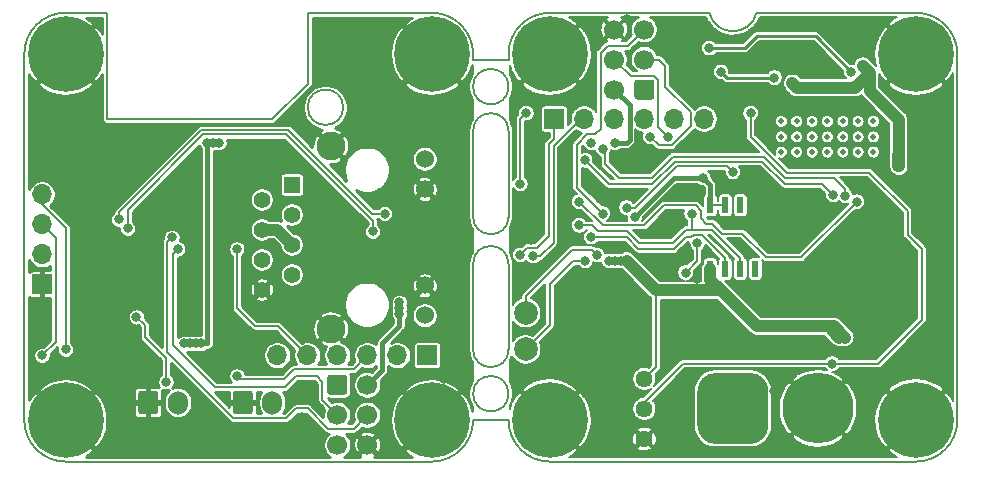
<source format=gbr>
%TF.GenerationSoftware,KiCad,Pcbnew,(5.1.8-0-10_14)*%
%TF.CreationDate,2021-02-08T17:53:51+01:00*%
%TF.ProjectId,ethersweep,65746865-7273-4776-9565-702e6b696361,rev?*%
%TF.SameCoordinates,Original*%
%TF.FileFunction,Copper,L2,Bot*%
%TF.FilePolarity,Positive*%
%FSLAX46Y46*%
G04 Gerber Fmt 4.6, Leading zero omitted, Abs format (unit mm)*
G04 Created by KiCad (PCBNEW (5.1.8-0-10_14)) date 2021-02-08 17:53:51*
%MOMM*%
%LPD*%
G01*
G04 APERTURE LIST*
%TA.AperFunction,Profile*%
%ADD10C,0.150000*%
%TD*%
%TA.AperFunction,ComponentPad*%
%ADD11C,1.700000*%
%TD*%
%TA.AperFunction,ComponentPad*%
%ADD12C,6.400000*%
%TD*%
%TA.AperFunction,ComponentPad*%
%ADD13C,0.800000*%
%TD*%
%TA.AperFunction,ComponentPad*%
%ADD14R,1.700000X1.700000*%
%TD*%
%TA.AperFunction,ComponentPad*%
%ADD15O,1.700000X1.700000*%
%TD*%
%TA.AperFunction,ComponentPad*%
%ADD16O,1.700000X2.000000*%
%TD*%
%TA.AperFunction,ComponentPad*%
%ADD17R,1.398000X1.398000*%
%TD*%
%TA.AperFunction,ComponentPad*%
%ADD18C,1.398000*%
%TD*%
%TA.AperFunction,ComponentPad*%
%ADD19C,1.530000*%
%TD*%
%TA.AperFunction,ComponentPad*%
%ADD20C,2.445000*%
%TD*%
%TA.AperFunction,ComponentPad*%
%ADD21C,1.440000*%
%TD*%
%TA.AperFunction,ComponentPad*%
%ADD22C,0.500000*%
%TD*%
%TA.AperFunction,SMDPad,CuDef*%
%ADD23R,0.600000X1.400000*%
%TD*%
%TA.AperFunction,ComponentPad*%
%ADD24C,6.000000*%
%TD*%
%TA.AperFunction,SMDPad,CuDef*%
%ADD25C,2.000000*%
%TD*%
%TA.AperFunction,ViaPad*%
%ADD26C,0.800000*%
%TD*%
%TA.AperFunction,Conductor*%
%ADD27C,0.200000*%
%TD*%
%TA.AperFunction,Conductor*%
%ADD28C,0.400000*%
%TD*%
%TA.AperFunction,Conductor*%
%ADD29C,0.250000*%
%TD*%
%TA.AperFunction,Conductor*%
%ADD30C,1.000000*%
%TD*%
%TA.AperFunction,Conductor*%
%ADD31C,0.100000*%
%TD*%
%TA.AperFunction,Conductor*%
%ADD32C,0.220000*%
%TD*%
G04 APERTURE END LIST*
D10*
X163500000Y-98250000D02*
G75*
G02*
X160500000Y-98250000I-1500000J0D01*
G01*
X160500000Y-91000000D02*
G75*
G02*
X163500000Y-91000000I1500000J0D01*
G01*
X163500000Y-98250000D02*
X163500000Y-91000000D01*
X160500000Y-91000000D02*
X160500000Y-98250000D01*
X160500000Y-102250000D02*
G75*
G02*
X163500000Y-102250000I1500000J0D01*
G01*
X160500000Y-102250000D02*
X160500000Y-109500000D01*
X163500000Y-109500000D02*
X163500000Y-102250000D01*
X163500000Y-109500000D02*
G75*
G02*
X160500000Y-109500000I-1500000J0D01*
G01*
X163500000Y-87250000D02*
G75*
G03*
X163500000Y-87250000I-1500000J0D01*
G01*
X163500000Y-113250000D02*
G75*
G03*
X163500000Y-113250000I-1500000J0D01*
G01*
X160500000Y-84500000D02*
X160500000Y-85000000D01*
X163500000Y-84500000D02*
X163500000Y-85000000D01*
X160500000Y-115500000D02*
X163500000Y-115500000D01*
X163500000Y-85000000D02*
X160500000Y-85000000D01*
X149500000Y-89000000D02*
G75*
G03*
X149500000Y-89000000I-1500000J0D01*
G01*
X129500000Y-90000000D02*
X129500000Y-81000000D01*
X126000000Y-81000000D02*
X129500000Y-81000000D01*
X126000000Y-81000000D02*
G75*
G03*
X122500000Y-84500000I0J-3500000D01*
G01*
X146500000Y-81000000D02*
X157000000Y-81000000D01*
X143500000Y-90000000D02*
X129500000Y-90000000D01*
X146500000Y-87000000D02*
X143500000Y-90000000D01*
X146500000Y-81000000D02*
X146500000Y-87000000D01*
X180500000Y-81000000D02*
X167000000Y-81000000D01*
X184500000Y-81000000D02*
X198000000Y-81000000D01*
X184500000Y-81000000D02*
G75*
G02*
X180500000Y-81000000I-2000000J500000D01*
G01*
X163500000Y-84500000D02*
G75*
G02*
X167000000Y-81000000I3500000J0D01*
G01*
X201500000Y-115500000D02*
G75*
G02*
X198000000Y-119000000I-3500000J0D01*
G01*
X167000000Y-119000000D02*
G75*
G02*
X163500000Y-115500000I0J3500000D01*
G01*
X167000000Y-119000000D02*
X198000000Y-119000000D01*
X198000000Y-81000000D02*
G75*
G02*
X201500000Y-84500000I0J-3500000D01*
G01*
X201500000Y-115500000D02*
X201500000Y-84500000D01*
X122500000Y-115500000D02*
X122500000Y-84500000D01*
X160500000Y-84500000D02*
G75*
G03*
X157000000Y-81000000I-3500000J0D01*
G01*
X157000000Y-119000000D02*
G75*
G03*
X160500000Y-115500000I0J3500000D01*
G01*
X122500000Y-115500000D02*
G75*
G03*
X126000000Y-119000000I3500000J0D01*
G01*
X157000000Y-119000000D02*
X126000000Y-119000000D01*
%TA.AperFunction,ComponentPad*%
G36*
G01*
X148150000Y-113100000D02*
X148150000Y-111900000D01*
G75*
G02*
X148400000Y-111650000I250000J0D01*
G01*
X149600000Y-111650000D01*
G75*
G02*
X149850000Y-111900000I0J-250000D01*
G01*
X149850000Y-113100000D01*
G75*
G02*
X149600000Y-113350000I-250000J0D01*
G01*
X148400000Y-113350000D01*
G75*
G02*
X148150000Y-113100000I0J250000D01*
G01*
G37*
%TD.AperFunction*%
D11*
X149000000Y-115040000D03*
X149000000Y-117580000D03*
X151540000Y-112500000D03*
X151540000Y-115040000D03*
X151540000Y-117580000D03*
%TA.AperFunction,ComponentPad*%
G36*
G01*
X175850000Y-86900000D02*
X175850000Y-88100000D01*
G75*
G02*
X175600000Y-88350000I-250000J0D01*
G01*
X174400000Y-88350000D01*
G75*
G02*
X174150000Y-88100000I0J250000D01*
G01*
X174150000Y-86900000D01*
G75*
G02*
X174400000Y-86650000I250000J0D01*
G01*
X175600000Y-86650000D01*
G75*
G02*
X175850000Y-86900000I0J-250000D01*
G01*
G37*
%TD.AperFunction*%
X175000000Y-84960000D03*
X175000000Y-82420000D03*
X172460000Y-87500000D03*
X172460000Y-84960000D03*
X172460000Y-82420000D03*
D12*
X167000000Y-115500000D03*
D13*
X169400000Y-115500000D03*
X168697056Y-117197056D03*
X167000000Y-117900000D03*
X165302944Y-117197056D03*
X164600000Y-115500000D03*
X165302944Y-113802944D03*
X167000000Y-113100000D03*
X168697056Y-113802944D03*
X199697056Y-113777945D03*
X198000000Y-113075001D03*
X196302944Y-113777945D03*
X195600000Y-115475001D03*
X196302944Y-117172057D03*
X198000000Y-117875001D03*
X199697056Y-117172057D03*
X200400000Y-115475001D03*
D12*
X198000000Y-115475001D03*
X198000000Y-84500000D03*
D13*
X200400000Y-84500000D03*
X199697056Y-86197056D03*
X198000000Y-86900000D03*
X196302944Y-86197056D03*
X195600000Y-84500000D03*
X196302944Y-82802944D03*
X198000000Y-82100000D03*
X199697056Y-82802944D03*
X168697056Y-82802944D03*
X167000000Y-82100000D03*
X165302944Y-82802944D03*
X164600000Y-84500000D03*
X165302944Y-86197056D03*
X167000000Y-86900000D03*
X168697056Y-86197056D03*
X169400000Y-84500000D03*
D12*
X167000000Y-84500000D03*
D14*
X124000000Y-104000000D03*
D15*
X124000000Y-101460000D03*
X124000000Y-98920000D03*
X124000000Y-96380000D03*
%TA.AperFunction,ComponentPad*%
G36*
G01*
X132150000Y-114750000D02*
X132150000Y-113250000D01*
G75*
G02*
X132400000Y-113000000I250000J0D01*
G01*
X133600000Y-113000000D01*
G75*
G02*
X133850000Y-113250000I0J-250000D01*
G01*
X133850000Y-114750000D01*
G75*
G02*
X133600000Y-115000000I-250000J0D01*
G01*
X132400000Y-115000000D01*
G75*
G02*
X132150000Y-114750000I0J250000D01*
G01*
G37*
%TD.AperFunction*%
D16*
X135500000Y-114000000D03*
X143500000Y-114000000D03*
%TA.AperFunction,ComponentPad*%
G36*
G01*
X140150000Y-114750000D02*
X140150000Y-113250000D01*
G75*
G02*
X140400000Y-113000000I250000J0D01*
G01*
X141600000Y-113000000D01*
G75*
G02*
X141850000Y-113250000I0J-250000D01*
G01*
X141850000Y-114750000D01*
G75*
G02*
X141600000Y-115000000I-250000J0D01*
G01*
X140400000Y-115000000D01*
G75*
G02*
X140150000Y-114750000I0J250000D01*
G01*
G37*
%TD.AperFunction*%
D17*
X145150000Y-95550000D03*
D18*
X142610000Y-96820000D03*
X145150000Y-98090000D03*
X142610000Y-99360000D03*
X145150000Y-100630000D03*
X142610000Y-101900000D03*
X145150000Y-103170000D03*
X142610000Y-104440000D03*
D19*
X156400000Y-93375000D03*
X156400000Y-95915000D03*
X156400000Y-106625000D03*
X156400000Y-104085000D03*
D20*
X148450000Y-92255000D03*
X148450000Y-107745000D03*
D21*
X175000000Y-112000000D03*
X175000000Y-114540000D03*
X175000000Y-117080000D03*
D22*
X190500000Y-91500000D03*
X191800000Y-91500000D03*
X193100000Y-91500000D03*
X194400000Y-91500000D03*
X189200000Y-91500000D03*
X187900000Y-91500000D03*
X186600000Y-91500000D03*
X194400000Y-90200000D03*
X194400000Y-92800000D03*
X193100000Y-90200000D03*
X193100000Y-92800000D03*
X191800000Y-92800000D03*
X191800000Y-90200000D03*
X190500000Y-90200000D03*
X190500000Y-92800000D03*
X189200000Y-90200000D03*
X189200000Y-92800000D03*
X187900000Y-90200000D03*
X187900000Y-92800000D03*
X186600000Y-90200000D03*
X186600000Y-92800000D03*
D23*
X180595000Y-97300000D03*
X181865000Y-97300000D03*
X183135000Y-97300000D03*
X184405000Y-97300000D03*
X184405000Y-102700000D03*
X183135000Y-102700000D03*
X181865000Y-102700000D03*
X180595000Y-102700000D03*
D24*
X189700000Y-114500000D03*
%TA.AperFunction,ComponentPad*%
G36*
G01*
X179500000Y-116000000D02*
X179500000Y-113000000D01*
G75*
G02*
X181000000Y-111500000I1500000J0D01*
G01*
X184000000Y-111500000D01*
G75*
G02*
X185500000Y-113000000I0J-1500000D01*
G01*
X185500000Y-116000000D01*
G75*
G02*
X184000000Y-117500000I-1500000J0D01*
G01*
X181000000Y-117500000D01*
G75*
G02*
X179500000Y-116000000I0J1500000D01*
G01*
G37*
%TD.AperFunction*%
D12*
X126000000Y-115500000D03*
D13*
X128400000Y-115500000D03*
X127697056Y-113802944D03*
X126000000Y-113100000D03*
X124302944Y-113802944D03*
X123600000Y-115500000D03*
X124302944Y-117197056D03*
X126000000Y-117900000D03*
X127697056Y-117197056D03*
X158697056Y-117197056D03*
X157000000Y-117900000D03*
X155302944Y-117197056D03*
X154600000Y-115500000D03*
X155302944Y-113802944D03*
X157000000Y-113100000D03*
X158697056Y-113802944D03*
X159400000Y-115500000D03*
D12*
X157000000Y-115500000D03*
X157000000Y-84500000D03*
D13*
X159400000Y-84500000D03*
X158697056Y-82802944D03*
X157000000Y-82100000D03*
X155302944Y-82802944D03*
X154600000Y-84500000D03*
X155302944Y-86197056D03*
X157000000Y-86900000D03*
X158697056Y-86197056D03*
X127697056Y-86197056D03*
X126000000Y-86900000D03*
X124302944Y-86197056D03*
X123600000Y-84500000D03*
X124302944Y-82802944D03*
X126000000Y-82100000D03*
X127697056Y-82802944D03*
X128400000Y-84500000D03*
D12*
X126000000Y-84500000D03*
D25*
X164974999Y-109500000D03*
X164974999Y-106424999D03*
D15*
X143920000Y-110000000D03*
X146460000Y-110000000D03*
X149000000Y-110000000D03*
X151540000Y-110000000D03*
X154080000Y-110000000D03*
D14*
X156620000Y-110000000D03*
X167380000Y-90000000D03*
D15*
X169920000Y-90000000D03*
X172460000Y-90000000D03*
X175000000Y-90000000D03*
X177540000Y-90000000D03*
X180080000Y-90000000D03*
D26*
X185000000Y-89000000D03*
X188962500Y-82037500D03*
X189462500Y-82037500D03*
X185537500Y-82037500D03*
X185962500Y-82037500D03*
X185000000Y-90000000D03*
X200500000Y-93000000D03*
X200500000Y-95000000D03*
X200500000Y-98500000D03*
X198000000Y-98500000D03*
X196500000Y-100500000D03*
X199250000Y-102250000D03*
X197700000Y-110800000D03*
X188000000Y-110000000D03*
X187000000Y-109000000D03*
X178550000Y-105950000D03*
X194000000Y-96000000D03*
X186500000Y-98500000D03*
X186500000Y-101000000D03*
X171000000Y-93500000D03*
X169500000Y-105500000D03*
X174000000Y-109000000D03*
X168500000Y-106000000D03*
X200500000Y-89000000D03*
X199500000Y-89000000D03*
X199500000Y-90000000D03*
X200500000Y-90000000D03*
X179500000Y-82000000D03*
X178500000Y-86000000D03*
X177500000Y-83500000D03*
X177500000Y-82000000D03*
X181000000Y-88000000D03*
X181000000Y-85000000D03*
X177500000Y-108000000D03*
X179000000Y-108000000D03*
X179000000Y-109500000D03*
X177500000Y-109500000D03*
X171500000Y-111500000D03*
X171500000Y-113500000D03*
X171500000Y-115500000D03*
X171500000Y-117500000D03*
X169500000Y-111500000D03*
X167500000Y-111500000D03*
X165500000Y-111500000D03*
X177000000Y-115000000D03*
X177000000Y-117500000D03*
X187000000Y-112000000D03*
X193000000Y-112500000D03*
X193500000Y-114000000D03*
X193500000Y-116500000D03*
X192000000Y-118000000D03*
X187000000Y-118000000D03*
X186500000Y-116500000D03*
X186000000Y-113000000D03*
X166000000Y-105000000D03*
X179500000Y-103500000D03*
X182500000Y-95500000D03*
X184000000Y-95000000D03*
X185000000Y-97000000D03*
X132000000Y-109500000D03*
X129500000Y-109500000D03*
X130925000Y-105925000D03*
X135490000Y-94990000D03*
X136924990Y-95075010D03*
X137000000Y-102000000D03*
X130925000Y-102075000D03*
X139500000Y-109000000D03*
X150000000Y-98500000D03*
X149000000Y-98500000D03*
X151500000Y-84000000D03*
X144000000Y-92500000D03*
X131900000Y-91500000D03*
X131000000Y-92000000D03*
X125500000Y-95500000D03*
X125500000Y-93000000D03*
X183000000Y-99000000D03*
X172500000Y-101000000D03*
X147000000Y-96000000D03*
X145500000Y-90000000D03*
X151000000Y-91000000D03*
X155000000Y-91500000D03*
X157000000Y-90000000D03*
X148500000Y-97000000D03*
X139500000Y-100000000D03*
X147500000Y-105000000D03*
X145000000Y-105000000D03*
X157500000Y-101000000D03*
X154500000Y-97500000D03*
X157500000Y-97500000D03*
X154500000Y-94000000D03*
X129500000Y-113500000D03*
X132500000Y-116500000D03*
X133000000Y-102000000D03*
X128000000Y-102000000D03*
X127000000Y-104000000D03*
X128500000Y-104500000D03*
X127000000Y-107000000D03*
X123500000Y-108000000D03*
X123500000Y-112000000D03*
X128500000Y-110000000D03*
X130500000Y-110500000D03*
X129000000Y-118000000D03*
X134500000Y-118000000D03*
X136500000Y-117000000D03*
X138500000Y-116000000D03*
X153000000Y-117000000D03*
X160000000Y-112000000D03*
X159000000Y-112000000D03*
X159500000Y-102000000D03*
X159500000Y-97500000D03*
X159500000Y-92000000D03*
X159500000Y-88500000D03*
X154500000Y-88500000D03*
X142500000Y-95000000D03*
X140500000Y-96500000D03*
X137000000Y-100000000D03*
X139500000Y-104500000D03*
X142000000Y-106000000D03*
X128000000Y-89000000D03*
X127500000Y-90500000D03*
X124500000Y-89000000D03*
X124000000Y-91500000D03*
X135500000Y-91000000D03*
X129500000Y-91000000D03*
X128000000Y-92000000D03*
X123500000Y-93000000D03*
X159500000Y-108000000D03*
X158000000Y-112000000D03*
X177000000Y-103250000D03*
X146000000Y-115250000D03*
X141750000Y-117500000D03*
X144500000Y-117750000D03*
X146750000Y-117500000D03*
X153250000Y-112000000D03*
X150750000Y-108250000D03*
X145250000Y-107250000D03*
X140750000Y-109000000D03*
X141750000Y-111250000D03*
X133250000Y-106750000D03*
X139750000Y-105500000D03*
X140500000Y-107500000D03*
X143000000Y-108250000D03*
X155500000Y-108250000D03*
X147500000Y-114500000D03*
X146000000Y-113250000D03*
X175250000Y-94250000D03*
X171250000Y-96750000D03*
X172750000Y-98250000D03*
X170500000Y-81750000D03*
X171000000Y-83000000D03*
X173500000Y-81500000D03*
X170250000Y-87250000D03*
X164500000Y-87750000D03*
X164250000Y-88750000D03*
X165500000Y-95000000D03*
X164200000Y-104000000D03*
X167600000Y-109800000D03*
X167800000Y-105600000D03*
X174800000Y-105800000D03*
X179200000Y-92200000D03*
X180800000Y-92200000D03*
X176200000Y-83800000D03*
X181200000Y-95200000D03*
X185000000Y-110000000D03*
X196000000Y-110800000D03*
X185000000Y-118200000D03*
X179400000Y-118200000D03*
X179800000Y-86000000D03*
X177800000Y-99000000D03*
X178200000Y-96000000D03*
X164200000Y-100000000D03*
X165400000Y-100200000D03*
X170500000Y-100000000D03*
X124000000Y-110000000D03*
X140500000Y-111750000D03*
X169500000Y-99000000D03*
X179000000Y-98000000D03*
X170500000Y-92000000D03*
X126000000Y-109500000D03*
X169500000Y-99000000D03*
X179500000Y-100500000D03*
X178500000Y-103000000D03*
X173500000Y-97500000D03*
X182500000Y-94500000D03*
X191000000Y-96425000D03*
X170000000Y-93500000D03*
X192000000Y-96500000D03*
X171500000Y-92500000D03*
X193000000Y-97000000D03*
X169500000Y-97000000D03*
X193500000Y-85500000D03*
X187537500Y-86962500D03*
X196550000Y-94000000D03*
X196500000Y-93000000D03*
X192000000Y-108500000D03*
X191500000Y-108500000D03*
X190850000Y-107550000D03*
X181500000Y-104500000D03*
X173500000Y-102000000D03*
X172000000Y-102000000D03*
X173000000Y-102000000D03*
X172500000Y-102000000D03*
X174200001Y-98299999D03*
X180000000Y-95000000D03*
X172500000Y-92000000D03*
X154250000Y-106500000D03*
X154250000Y-106000000D03*
X154250000Y-105500000D03*
X164500000Y-95500000D03*
X165000000Y-89500000D03*
X137500000Y-109000000D03*
X136000000Y-109000000D03*
X138000000Y-92000000D03*
X139000000Y-92000000D03*
X138500000Y-92000000D03*
X136500000Y-109000000D03*
X137000000Y-109000000D03*
X132000000Y-106750000D03*
X134500000Y-112250000D03*
X135500000Y-101000000D03*
X175500000Y-91500000D03*
X171500000Y-98000000D03*
X177000000Y-91500000D03*
X135000000Y-100000000D03*
X164500000Y-101500000D03*
X165600000Y-101600000D03*
X170000000Y-102000000D03*
X171000000Y-101500000D03*
X140500000Y-101000000D03*
X192500000Y-86000000D03*
X180500000Y-84000000D03*
X181500000Y-86000000D03*
X186000000Y-86500000D03*
X130500000Y-98500000D03*
X153000000Y-98000000D03*
X131250000Y-99250000D03*
X152000000Y-99500000D03*
X184000000Y-89500000D03*
X190899999Y-110700001D03*
D27*
X184405000Y-97300000D02*
X184700000Y-97300000D01*
X184700000Y-97300000D02*
X185000000Y-97000000D01*
X185000000Y-97000000D02*
X185000000Y-97000000D01*
D28*
X158000000Y-112000000D02*
X157909999Y-111909999D01*
D27*
X170500000Y-100000000D02*
X170500000Y-100000000D01*
X144500000Y-112000000D02*
X142000000Y-112000000D01*
X125150001Y-108849999D02*
X124000000Y-110000000D01*
X125150001Y-100070001D02*
X125150001Y-108849999D01*
X124000000Y-98920000D02*
X125150001Y-100070001D01*
X140750000Y-112000000D02*
X140500000Y-111750000D01*
X144500000Y-112000000D02*
X140750000Y-112000000D01*
X150389999Y-111150001D02*
X151540000Y-110000000D01*
X145349999Y-111150001D02*
X150389999Y-111150001D01*
X144500000Y-112000000D02*
X145349999Y-111150001D01*
X170500000Y-100000000D02*
X173500000Y-100000000D01*
X179864999Y-99799999D02*
X181865000Y-101800000D01*
X174500000Y-101000000D02*
X177500000Y-101000000D01*
X177500000Y-101000000D02*
X178500000Y-100000000D01*
X178963998Y-100000000D02*
X179163999Y-99799999D01*
X181865000Y-101800000D02*
X181865000Y-102700000D01*
X178500000Y-100000000D02*
X178963998Y-100000000D01*
X173500000Y-100000000D02*
X174500000Y-101000000D01*
X179163999Y-99799999D02*
X179864999Y-99799999D01*
X169500000Y-99000000D02*
X169500000Y-99000000D01*
X169500000Y-99000000D02*
X170200001Y-99000000D01*
X171036002Y-99500000D02*
X170536002Y-99000000D01*
X183135000Y-101800000D02*
X180734989Y-99399989D01*
X170536002Y-99000000D02*
X169500000Y-99000000D01*
X183135000Y-102700000D02*
X183135000Y-101800000D01*
X126000000Y-99217998D02*
X124000000Y-97217998D01*
X124000000Y-97217998D02*
X124000000Y-96380000D01*
X126000000Y-109500000D02*
X126000000Y-99217998D01*
X169500000Y-99000000D02*
X169500000Y-99000000D01*
X179000000Y-98000000D02*
X179000000Y-99299978D01*
X178899989Y-99399989D02*
X178534313Y-99399989D01*
X179000000Y-99299978D02*
X178899989Y-99399989D01*
X178534313Y-99399989D02*
X178217151Y-99717151D01*
X178217151Y-99717151D02*
X178334310Y-99599992D01*
X178217151Y-99717151D02*
X177434302Y-100500000D01*
X177434302Y-100500000D02*
X174565698Y-100500000D01*
X174565698Y-100500000D02*
X173565698Y-99500000D01*
X173565698Y-99500000D02*
X171036002Y-99500000D01*
X180734989Y-99399989D02*
X178899989Y-99399989D01*
X179500000Y-102000000D02*
X178500000Y-103000000D01*
X179500000Y-100500000D02*
X179500000Y-102000000D01*
X182500000Y-94500000D02*
X182500000Y-94500000D01*
X182000000Y-94000000D02*
X177750000Y-94000000D01*
X182000000Y-94000000D02*
X182500000Y-94500000D01*
X174250000Y-97500000D02*
X173500000Y-97500000D01*
X177750000Y-94000000D02*
X174250000Y-97500000D01*
X190075000Y-95500000D02*
X191000000Y-96425000D01*
X184968592Y-93599990D02*
X186868603Y-95500000D01*
X186868603Y-95500000D02*
X190075000Y-95500000D01*
X177584311Y-93599990D02*
X184968592Y-93599990D01*
X175684302Y-95500000D02*
X177584311Y-93599990D01*
X172000000Y-95500000D02*
X175684302Y-95500000D01*
X170000000Y-93500000D02*
X172000000Y-95500000D01*
X192000000Y-96500000D02*
X192000000Y-95934315D01*
X191065685Y-95000000D02*
X186934301Y-95000000D01*
X192000000Y-95934315D02*
X191065685Y-95000000D01*
X185134280Y-93199980D02*
X185842150Y-93907850D01*
X173750000Y-95000000D02*
X175618603Y-95000000D01*
X186934301Y-95000000D02*
X185842150Y-93907850D01*
X177418622Y-93199980D02*
X185134280Y-93199980D01*
X175618603Y-95000000D02*
X177418622Y-93199980D01*
X173536002Y-95000000D02*
X173750000Y-95000000D01*
X171700001Y-93836001D02*
X171700001Y-92700001D01*
X172864000Y-95000000D02*
X171700001Y-93836001D01*
X174250000Y-95000000D02*
X172864000Y-95000000D01*
X174634323Y-95000000D02*
X174250000Y-95000000D01*
X171700001Y-92700001D02*
X171500000Y-92500000D01*
X174250000Y-95000000D02*
X173750000Y-95000000D01*
X186200001Y-101700001D02*
X188299999Y-101700001D01*
X183300003Y-99700001D02*
X185300001Y-101699999D01*
X180249651Y-98849651D02*
X180750349Y-98849651D01*
X180750349Y-98849651D02*
X181600699Y-99700001D01*
X179800000Y-97763998D02*
X179800000Y-98400000D01*
X179800000Y-98400000D02*
X180249651Y-98849651D01*
X185300001Y-101699999D02*
X186199999Y-101699999D01*
X179336001Y-97299999D02*
X179800000Y-97763998D01*
X176700001Y-97299999D02*
X179336001Y-97299999D01*
X188299999Y-101700001D02*
X193000000Y-97000000D01*
X181600699Y-99700001D02*
X183300003Y-99700001D01*
X171500000Y-99000000D02*
X175000000Y-99000000D01*
X175000000Y-99000000D02*
X176700001Y-97299999D01*
X186199999Y-101699999D02*
X186200001Y-101700001D01*
X169500000Y-97000000D02*
X171500000Y-99000000D01*
D29*
X192610502Y-86962500D02*
X193500000Y-86073002D01*
X193500000Y-86073002D02*
X193500000Y-85500000D01*
X187537500Y-86962500D02*
X192610502Y-86962500D01*
D30*
X194099999Y-86099999D02*
X194099999Y-87599999D01*
X193500000Y-85500000D02*
X194099999Y-86099999D01*
X196550000Y-90050000D02*
X196550000Y-94000000D01*
X194099999Y-87599999D02*
X196550000Y-90050000D01*
X196500000Y-93950000D02*
X196550000Y-94000000D01*
X196500000Y-93000000D02*
X196500000Y-93950000D01*
X192837499Y-87362499D02*
X194099999Y-86099999D01*
X187937499Y-87362499D02*
X192837499Y-87362499D01*
X187537500Y-86962500D02*
X187937499Y-87362499D01*
X180595000Y-102700000D02*
X180595000Y-103595000D01*
X180595000Y-103595000D02*
X181500000Y-104500000D01*
X181500000Y-104500000D02*
X181500000Y-104500000D01*
D27*
X181865000Y-97300000D02*
X180595000Y-97300000D01*
X176000000Y-111000000D02*
X175000000Y-112000000D01*
X176000000Y-104500000D02*
X176000000Y-111000000D01*
D30*
X184550000Y-107550000D02*
X190850000Y-107550000D01*
X181500000Y-104500000D02*
X184550000Y-107550000D01*
X191050000Y-107550000D02*
X192000000Y-108500000D01*
X190850000Y-107550000D02*
X191050000Y-107550000D01*
X190850000Y-107850000D02*
X191500000Y-108500000D01*
X190850000Y-107550000D02*
X190850000Y-107850000D01*
X181500000Y-104500000D02*
X176000000Y-104500000D01*
X176000000Y-104500000D02*
X173500000Y-102000000D01*
D28*
X177500000Y-95000000D02*
X174200001Y-98299999D01*
X180000000Y-95000000D02*
X177500000Y-95000000D01*
X172460000Y-87500000D02*
X173750001Y-88790001D01*
D30*
X143880000Y-99360000D02*
X145150000Y-100630000D01*
X142610000Y-99360000D02*
X143880000Y-99360000D01*
D28*
X180595000Y-95595000D02*
X180000000Y-95000000D01*
X180595000Y-97300000D02*
X180595000Y-95595000D01*
X173750001Y-88790001D02*
X173750001Y-91749999D01*
X173750001Y-91749999D02*
X173500000Y-92000000D01*
X173500000Y-92000000D02*
X172500000Y-92000000D01*
X172500000Y-92000000D02*
X172500000Y-92000000D01*
X154250000Y-105500000D02*
X154250000Y-107500000D01*
X152790001Y-108959999D02*
X152790001Y-111249999D01*
X152790001Y-111249999D02*
X151540000Y-112500000D01*
X154250000Y-107500000D02*
X152790001Y-108959999D01*
D27*
X165000000Y-89500000D02*
X165000000Y-89500000D01*
X164500000Y-95500000D02*
X164500000Y-90000000D01*
X164500000Y-90000000D02*
X165000000Y-89500000D01*
D28*
X138000000Y-92000000D02*
X138000000Y-109000000D01*
X138000000Y-109000000D02*
X137500000Y-109000000D01*
X138000000Y-109000000D02*
X137000000Y-109000000D01*
X136500000Y-109000000D02*
X136000000Y-109000000D01*
X137000000Y-109000000D02*
X136500000Y-109000000D01*
X138000000Y-92000000D02*
X139000000Y-92000000D01*
D27*
X132700001Y-107450001D02*
X132700001Y-108450001D01*
X132000000Y-106750000D02*
X132700001Y-107450001D01*
X134500000Y-110250000D02*
X132700001Y-108450001D01*
X134500000Y-112250000D02*
X134500000Y-110250000D01*
X148839999Y-115200001D02*
X149000000Y-115040000D01*
X149000000Y-114963998D02*
X149000000Y-115040000D01*
X138663988Y-112699990D02*
X143976349Y-112699990D01*
X135500000Y-101000000D02*
X135100001Y-101399999D01*
X135100001Y-109136003D02*
X138663988Y-112699990D01*
X135100001Y-101399999D02*
X135100001Y-109136003D01*
X143976349Y-112699990D02*
X144550010Y-112699990D01*
X144550010Y-112699990D02*
X145500000Y-111750000D01*
X145500000Y-111750000D02*
X147250000Y-111750000D01*
X147250000Y-111750000D02*
X147750000Y-112250000D01*
X147750000Y-113790000D02*
X149000000Y-115040000D01*
X147750000Y-112250000D02*
X147750000Y-113790000D01*
X176202081Y-84960000D02*
X176750000Y-85507919D01*
X175000000Y-84960000D02*
X176202081Y-84960000D01*
X176750000Y-85507919D02*
X176750000Y-87250000D01*
X177336001Y-92200001D02*
X176200001Y-92200001D01*
X178929999Y-89429999D02*
X178929999Y-90606003D01*
X178929999Y-90606003D02*
X177336001Y-92200001D01*
X176750000Y-87250000D02*
X178929999Y-89429999D01*
X176200001Y-92200001D02*
X175500000Y-91500000D01*
X175500000Y-91500000D02*
X175500000Y-91500000D01*
X171500000Y-98000000D02*
X171500000Y-98000000D01*
X171907999Y-83809999D02*
X171309999Y-84407999D01*
X173610001Y-83809999D02*
X171907999Y-83809999D01*
X175000000Y-82420000D02*
X173610001Y-83809999D01*
X169299999Y-95799999D02*
X171500000Y-98000000D01*
X169299999Y-92163999D02*
X169299999Y-95799999D01*
X170163999Y-91299999D02*
X169299999Y-92163999D01*
X171309999Y-90826001D02*
X170836001Y-91299999D01*
X170836001Y-91299999D02*
X170163999Y-91299999D01*
X171309999Y-90826001D02*
X171309999Y-84407999D01*
X150974301Y-115040000D02*
X151540000Y-115040000D01*
X134600001Y-100399999D02*
X134600001Y-109727835D01*
X135000000Y-100000000D02*
X134600001Y-100399999D01*
X176190001Y-90690001D02*
X177000000Y-91500000D01*
X175827824Y-86349990D02*
X176190001Y-86712167D01*
X173849990Y-86349990D02*
X175827824Y-86349990D01*
X176190001Y-86712167D02*
X176190001Y-90690001D01*
X172460000Y-84960000D02*
X173849990Y-86349990D01*
X151540000Y-115040000D02*
X150379999Y-116200001D01*
X139311083Y-114438917D02*
X140172176Y-115300010D01*
X140172176Y-115300010D02*
X144699990Y-115300010D01*
X134600001Y-109727835D02*
X139311083Y-114438917D01*
X144699990Y-115300010D02*
X145500000Y-114500000D01*
X145500000Y-114500000D02*
X146500000Y-114500000D01*
X148200001Y-116200001D02*
X148799999Y-116200001D01*
X146500000Y-114500000D02*
X148200001Y-116200001D01*
X150379999Y-116200001D02*
X148799999Y-116200001D01*
X165100001Y-100899999D02*
X164500000Y-101500000D01*
X166909991Y-92144312D02*
X166909991Y-99890009D01*
X167380000Y-90000000D02*
X167380000Y-91674304D01*
X165900001Y-100899999D02*
X165100001Y-100899999D01*
X167380000Y-91674304D02*
X166909991Y-92144312D01*
X166909991Y-99890009D02*
X165900001Y-100899999D01*
X169620002Y-90000000D02*
X169920000Y-90000000D01*
X167310001Y-92310001D02*
X169620002Y-90000000D01*
X167310001Y-100455684D02*
X167310001Y-98489999D01*
X166165685Y-101600000D02*
X167310001Y-100455684D01*
X165600000Y-101600000D02*
X166165685Y-101600000D01*
X167310001Y-98489999D02*
X167310001Y-98689999D01*
X167310001Y-92310001D02*
X167310001Y-98489999D01*
X170000000Y-102000000D02*
X169000000Y-102000000D01*
X169000000Y-102000000D02*
X167000000Y-104000000D01*
X167000000Y-107474999D02*
X164974999Y-109500000D01*
X167000000Y-104000000D02*
X167000000Y-107474999D01*
X168885784Y-101100001D02*
X164974999Y-105010786D01*
X164974999Y-105010786D02*
X164974999Y-106424999D01*
X170600001Y-101100001D02*
X168885784Y-101100001D01*
X171000000Y-101500000D02*
X170600001Y-101100001D01*
X142000000Y-107500000D02*
X140500000Y-106000000D01*
X140500000Y-106000000D02*
X140500000Y-101000000D01*
X143960000Y-107500000D02*
X142000000Y-107500000D01*
X146460000Y-110000000D02*
X143960000Y-107500000D01*
D29*
X180500000Y-84000000D02*
X183500000Y-84000000D01*
X183500000Y-84000000D02*
X184500000Y-83000000D01*
X189500000Y-83000000D02*
X192500000Y-86000000D01*
X184500000Y-83000000D02*
X189500000Y-83000000D01*
X182000000Y-86500000D02*
X181500000Y-86000000D01*
X186000000Y-86500000D02*
X182000000Y-86500000D01*
D27*
X137498310Y-90899989D02*
X144841687Y-90899989D01*
X144841687Y-90899989D02*
X151941698Y-98000000D01*
X130500000Y-97898299D02*
X137498310Y-90899989D01*
X130500000Y-98500000D02*
X130500000Y-97898299D01*
X151941698Y-98000000D02*
X153000000Y-98000000D01*
X153000000Y-98000000D02*
X153000000Y-98000000D01*
X131250000Y-97713998D02*
X137663999Y-91299999D01*
X131250000Y-99250000D02*
X131250000Y-97713998D01*
X144675999Y-91299999D02*
X152000000Y-98624000D01*
X140700001Y-91299999D02*
X144675999Y-91299999D01*
X137663999Y-91299999D02*
X140700001Y-91299999D01*
X140700001Y-91299999D02*
X142838001Y-91299999D01*
X152000000Y-99500000D02*
X152000000Y-99500000D01*
X152000000Y-98624000D02*
X152000000Y-99500000D01*
X184000000Y-89500000D02*
X184000000Y-89500000D01*
X178299999Y-110700001D02*
X175000000Y-114000000D01*
X197299999Y-99799999D02*
X198500000Y-101000000D01*
X175000000Y-114000000D02*
X175000000Y-114540000D01*
X198500000Y-101000000D02*
X198500000Y-107000000D01*
X197299999Y-97799999D02*
X197299999Y-99799999D01*
X194040692Y-94540692D02*
X197299999Y-97799999D01*
X194799999Y-110700001D02*
X190899999Y-110700001D01*
X187040692Y-94540692D02*
X194040692Y-94540692D01*
X184000000Y-91500000D02*
X187040692Y-94540692D01*
X198500000Y-107000000D02*
X194799999Y-110700001D01*
X184000000Y-89500000D02*
X184000000Y-91500000D01*
X190899999Y-110700001D02*
X178299999Y-110700001D01*
X180227879Y-81376829D02*
X180230138Y-81381552D01*
X180406285Y-81743289D01*
X180424070Y-81772239D01*
X180441461Y-81801455D01*
X180444595Y-81805650D01*
X180687649Y-82126283D01*
X180710762Y-82151274D01*
X180733453Y-82176508D01*
X180737336Y-82180009D01*
X180737341Y-82180014D01*
X180737347Y-82180018D01*
X181038046Y-82447331D01*
X181065539Y-82467333D01*
X181092732Y-82487702D01*
X181097227Y-82490386D01*
X181444126Y-82694206D01*
X181475006Y-82708498D01*
X181505614Y-82723187D01*
X181510545Y-82724947D01*
X181890426Y-82857505D01*
X181923465Y-82865520D01*
X181956371Y-82873991D01*
X181961551Y-82874760D01*
X182359944Y-82931006D01*
X182393908Y-82932451D01*
X182427834Y-82934369D01*
X182433064Y-82934117D01*
X182433066Y-82934117D01*
X182834796Y-82911912D01*
X182868383Y-82906735D01*
X182902047Y-82902025D01*
X182907129Y-82900762D01*
X183296896Y-82800950D01*
X183328866Y-82789337D01*
X183360946Y-82778188D01*
X183365676Y-82775965D01*
X183365685Y-82775962D01*
X183365693Y-82775957D01*
X183728642Y-82602344D01*
X183757745Y-82584744D01*
X183787051Y-82567575D01*
X183791268Y-82564471D01*
X184113590Y-82323661D01*
X184138712Y-82300750D01*
X184164134Y-82278208D01*
X184167668Y-82274344D01*
X184437078Y-81975514D01*
X184457297Y-81948126D01*
X184477830Y-81921110D01*
X184480546Y-81916633D01*
X184686782Y-81571165D01*
X184701286Y-81540392D01*
X184716190Y-81509883D01*
X184717985Y-81504964D01*
X184764356Y-81375000D01*
X196379876Y-81375000D01*
X196067382Y-81537640D01*
X196002717Y-81580847D01*
X195627243Y-81985822D01*
X198000000Y-84358579D01*
X198014143Y-84344437D01*
X198155564Y-84485858D01*
X198141421Y-84500000D01*
X200514178Y-86872757D01*
X200919153Y-86497283D01*
X201125001Y-86122147D01*
X201125000Y-113854877D01*
X200962360Y-113542383D01*
X200919153Y-113477718D01*
X200514178Y-113102244D01*
X198141421Y-115475001D01*
X198155564Y-115489144D01*
X198014143Y-115630565D01*
X198000000Y-115616422D01*
X195627243Y-117989179D01*
X196002717Y-118394154D01*
X196423409Y-118625000D01*
X168620124Y-118625000D01*
X168932618Y-118462360D01*
X168997283Y-118419153D01*
X169372757Y-118014178D01*
X167000000Y-115641421D01*
X166985858Y-115655564D01*
X166844437Y-115514143D01*
X166858579Y-115500000D01*
X167141421Y-115500000D01*
X169514178Y-117872757D01*
X169560922Y-117829418D01*
X174392003Y-117829418D01*
X174469466Y-117980348D01*
X174655309Y-118066550D01*
X174854399Y-118114839D01*
X175059084Y-118123359D01*
X175261498Y-118091785D01*
X175453863Y-118021328D01*
X175530534Y-117980348D01*
X175607997Y-117829418D01*
X175000000Y-117221421D01*
X174392003Y-117829418D01*
X169560922Y-117829418D01*
X169919153Y-117497283D01*
X170115707Y-117139084D01*
X173956641Y-117139084D01*
X173988215Y-117341498D01*
X174058672Y-117533863D01*
X174099652Y-117610534D01*
X174250582Y-117687997D01*
X174858579Y-117080000D01*
X175141421Y-117080000D01*
X175749418Y-117687997D01*
X175900348Y-117610534D01*
X175986550Y-117424691D01*
X176034839Y-117225601D01*
X176043359Y-117020916D01*
X176011785Y-116818502D01*
X175941328Y-116626137D01*
X175900348Y-116549466D01*
X175749418Y-116472003D01*
X175141421Y-117080000D01*
X174858579Y-117080000D01*
X174250582Y-116472003D01*
X174099652Y-116549466D01*
X174013450Y-116735309D01*
X173965161Y-116934399D01*
X173956641Y-117139084D01*
X170115707Y-117139084D01*
X170252712Y-116889407D01*
X170428961Y-116330582D01*
X174392003Y-116330582D01*
X175000000Y-116938579D01*
X175607997Y-116330582D01*
X175530534Y-116179652D01*
X175344691Y-116093450D01*
X175145601Y-116045161D01*
X174940916Y-116036641D01*
X174738502Y-116068215D01*
X174546137Y-116138672D01*
X174469466Y-116179652D01*
X174392003Y-116330582D01*
X170428961Y-116330582D01*
X170461272Y-116228138D01*
X170536817Y-115538886D01*
X170476445Y-114848140D01*
X170282474Y-114182444D01*
X169962360Y-113567382D01*
X169919153Y-113502717D01*
X169514178Y-113127243D01*
X167141421Y-115500000D01*
X166858579Y-115500000D01*
X164485822Y-113127243D01*
X164080847Y-113502717D01*
X163747288Y-114110593D01*
X163600000Y-114577590D01*
X163600000Y-114249917D01*
X163671241Y-114143297D01*
X163813402Y-113800089D01*
X163885875Y-113435742D01*
X163885875Y-113064258D01*
X163870274Y-112985822D01*
X164627243Y-112985822D01*
X167000000Y-115358579D01*
X169372757Y-112985822D01*
X168997283Y-112580847D01*
X168389407Y-112247288D01*
X167728138Y-112038728D01*
X167038886Y-111963183D01*
X166348140Y-112023555D01*
X165682444Y-112217526D01*
X165067382Y-112537640D01*
X165002717Y-112580847D01*
X164627243Y-112985822D01*
X163870274Y-112985822D01*
X163813402Y-112699911D01*
X163671241Y-112356703D01*
X163600000Y-112250083D01*
X163600000Y-110469440D01*
X163717924Y-110247658D01*
X163730890Y-110216201D01*
X163744265Y-110184995D01*
X163745814Y-110179993D01*
X163789549Y-110035135D01*
X163822954Y-110115781D01*
X163965223Y-110328702D01*
X164146297Y-110509776D01*
X164359218Y-110652045D01*
X164595803Y-110750042D01*
X164846960Y-110800000D01*
X165103038Y-110800000D01*
X165354195Y-110750042D01*
X165590780Y-110652045D01*
X165803701Y-110509776D01*
X165984775Y-110328702D01*
X166127044Y-110115781D01*
X166225041Y-109879196D01*
X166274999Y-109628039D01*
X166274999Y-109371961D01*
X166225041Y-109120804D01*
X166135661Y-108905023D01*
X167268953Y-107771732D01*
X167284211Y-107759210D01*
X167312288Y-107724999D01*
X167334197Y-107698302D01*
X167371340Y-107628814D01*
X167394212Y-107553413D01*
X167401935Y-107474999D01*
X167400000Y-107455353D01*
X167400000Y-104165685D01*
X169165686Y-102400000D01*
X169425388Y-102400000D01*
X169456274Y-102446224D01*
X169553776Y-102543726D01*
X169668426Y-102620332D01*
X169795818Y-102673099D01*
X169931056Y-102700000D01*
X170068944Y-102700000D01*
X170204182Y-102673099D01*
X170331574Y-102620332D01*
X170446224Y-102543726D01*
X170543726Y-102446224D01*
X170620332Y-102331574D01*
X170673099Y-102204182D01*
X170688153Y-102128503D01*
X170795818Y-102173099D01*
X170931056Y-102200000D01*
X171068944Y-102200000D01*
X171204182Y-102173099D01*
X171311847Y-102128503D01*
X171326901Y-102204182D01*
X171379668Y-102331574D01*
X171456274Y-102446224D01*
X171553776Y-102543726D01*
X171668426Y-102620332D01*
X171795818Y-102673099D01*
X171931056Y-102700000D01*
X172068944Y-102700000D01*
X172204182Y-102673099D01*
X172250000Y-102654121D01*
X172295818Y-102673099D01*
X172431056Y-102700000D01*
X172568944Y-102700000D01*
X172704182Y-102673099D01*
X172750000Y-102654121D01*
X172795818Y-102673099D01*
X172931056Y-102700000D01*
X173068630Y-102700000D01*
X175406530Y-105037901D01*
X175431578Y-105068422D01*
X175462098Y-105093469D01*
X175553393Y-105168393D01*
X175600000Y-105193305D01*
X175600001Y-110834314D01*
X175380674Y-111053641D01*
X175297523Y-111019198D01*
X175100461Y-110980000D01*
X174899539Y-110980000D01*
X174702477Y-111019198D01*
X174516849Y-111096088D01*
X174349788Y-111207715D01*
X174207715Y-111349788D01*
X174096088Y-111516849D01*
X174019198Y-111702477D01*
X173980000Y-111899539D01*
X173980000Y-112100461D01*
X174019198Y-112297523D01*
X174096088Y-112483151D01*
X174207715Y-112650212D01*
X174349788Y-112792285D01*
X174516849Y-112903912D01*
X174702477Y-112980802D01*
X174899539Y-113020000D01*
X175100461Y-113020000D01*
X175297523Y-112980802D01*
X175483151Y-112903912D01*
X175625554Y-112808761D01*
X174914315Y-113520000D01*
X174899539Y-113520000D01*
X174702477Y-113559198D01*
X174516849Y-113636088D01*
X174349788Y-113747715D01*
X174207715Y-113889788D01*
X174096088Y-114056849D01*
X174019198Y-114242477D01*
X173980000Y-114439539D01*
X173980000Y-114640461D01*
X174019198Y-114837523D01*
X174096088Y-115023151D01*
X174207715Y-115190212D01*
X174349788Y-115332285D01*
X174516849Y-115443912D01*
X174702477Y-115520802D01*
X174899539Y-115560000D01*
X175100461Y-115560000D01*
X175297523Y-115520802D01*
X175483151Y-115443912D01*
X175650212Y-115332285D01*
X175792285Y-115190212D01*
X175903912Y-115023151D01*
X175980802Y-114837523D01*
X176020000Y-114640461D01*
X176020000Y-114439539D01*
X175980802Y-114242477D01*
X175903912Y-114056849D01*
X175792285Y-113889788D01*
X175734091Y-113831594D01*
X176565685Y-113000000D01*
X179198549Y-113000000D01*
X179198549Y-116000000D01*
X179233163Y-116351446D01*
X179335676Y-116689385D01*
X179502148Y-117000833D01*
X179726182Y-117273818D01*
X179999167Y-117497852D01*
X180310615Y-117664324D01*
X180648554Y-117766837D01*
X181000000Y-117801451D01*
X184000000Y-117801451D01*
X184351446Y-117766837D01*
X184689385Y-117664324D01*
X185000833Y-117497852D01*
X185273818Y-117273818D01*
X185497852Y-117000833D01*
X185566709Y-116872009D01*
X187469412Y-116872009D01*
X187820893Y-117256499D01*
X188394766Y-117570129D01*
X189018798Y-117765776D01*
X189669008Y-117835921D01*
X190320410Y-117777868D01*
X190947969Y-117593849D01*
X191527570Y-117290935D01*
X191579107Y-117256499D01*
X191930588Y-116872009D01*
X189700000Y-114641421D01*
X187469412Y-116872009D01*
X185566709Y-116872009D01*
X185664324Y-116689385D01*
X185766837Y-116351446D01*
X185801451Y-116000000D01*
X185801451Y-114469008D01*
X186364079Y-114469008D01*
X186422132Y-115120410D01*
X186606151Y-115747969D01*
X186909065Y-116327570D01*
X186943501Y-116379107D01*
X187327991Y-116730588D01*
X189558579Y-114500000D01*
X189841421Y-114500000D01*
X192072009Y-116730588D01*
X192456499Y-116379107D01*
X192770129Y-115805234D01*
X192885855Y-115436115D01*
X194463183Y-115436115D01*
X194523555Y-116126861D01*
X194717526Y-116792557D01*
X195037640Y-117407619D01*
X195080847Y-117472284D01*
X195485822Y-117847758D01*
X197858579Y-115475001D01*
X195485822Y-113102244D01*
X195080847Y-113477718D01*
X194747288Y-114085594D01*
X194538728Y-114746863D01*
X194463183Y-115436115D01*
X192885855Y-115436115D01*
X192965776Y-115181202D01*
X193035921Y-114530992D01*
X192977868Y-113879590D01*
X192793849Y-113252031D01*
X192641657Y-112960823D01*
X195627243Y-112960823D01*
X198000000Y-115333580D01*
X200372757Y-112960823D01*
X199997283Y-112555848D01*
X199389407Y-112222289D01*
X198728138Y-112013729D01*
X198038886Y-111938184D01*
X197348140Y-111998556D01*
X196682444Y-112192527D01*
X196067382Y-112512641D01*
X196002717Y-112555848D01*
X195627243Y-112960823D01*
X192641657Y-112960823D01*
X192490935Y-112672430D01*
X192456499Y-112620893D01*
X192072009Y-112269412D01*
X189841421Y-114500000D01*
X189558579Y-114500000D01*
X187327991Y-112269412D01*
X186943501Y-112620893D01*
X186629871Y-113194766D01*
X186434224Y-113818798D01*
X186364079Y-114469008D01*
X185801451Y-114469008D01*
X185801451Y-113000000D01*
X185766837Y-112648554D01*
X185664324Y-112310615D01*
X185497852Y-111999167D01*
X185273818Y-111726182D01*
X185000833Y-111502148D01*
X184689385Y-111335676D01*
X184351446Y-111233163D01*
X184000000Y-111198549D01*
X181000000Y-111198549D01*
X180648554Y-111233163D01*
X180310615Y-111335676D01*
X179999167Y-111502148D01*
X179726182Y-111726182D01*
X179502148Y-111999167D01*
X179335676Y-112310615D01*
X179233163Y-112648554D01*
X179198549Y-113000000D01*
X176565685Y-113000000D01*
X178465684Y-111100001D01*
X190325387Y-111100001D01*
X190356273Y-111146225D01*
X190453775Y-111243727D01*
X190491136Y-111268691D01*
X190381202Y-111234224D01*
X189730992Y-111164079D01*
X189079590Y-111222132D01*
X188452031Y-111406151D01*
X187872430Y-111709065D01*
X187820893Y-111743501D01*
X187469412Y-112127991D01*
X189700000Y-114358579D01*
X191930588Y-112127991D01*
X191579107Y-111743501D01*
X191005234Y-111429871D01*
X190909961Y-111400001D01*
X190968943Y-111400001D01*
X191104181Y-111373100D01*
X191231573Y-111320333D01*
X191346223Y-111243727D01*
X191443725Y-111146225D01*
X191474611Y-111100001D01*
X194780353Y-111100001D01*
X194799999Y-111101936D01*
X194819645Y-111100001D01*
X194819646Y-111100001D01*
X194878413Y-111094213D01*
X194953813Y-111071341D01*
X195023302Y-111034198D01*
X195084210Y-110984212D01*
X195096736Y-110968949D01*
X198768948Y-107296737D01*
X198784211Y-107284211D01*
X198834197Y-107223303D01*
X198871340Y-107153814D01*
X198894212Y-107078414D01*
X198900000Y-107019647D01*
X198901935Y-107000000D01*
X198900000Y-106980353D01*
X198900000Y-101019647D01*
X198901935Y-101000000D01*
X198899933Y-100979668D01*
X198894212Y-100921586D01*
X198871340Y-100846186D01*
X198834197Y-100776697D01*
X198784211Y-100715789D01*
X198768949Y-100703264D01*
X197699999Y-99634314D01*
X197699999Y-97819634D01*
X197701933Y-97799998D01*
X197699999Y-97780362D01*
X197699999Y-97780352D01*
X197694211Y-97721585D01*
X197671339Y-97646185D01*
X197634196Y-97576696D01*
X197584210Y-97515788D01*
X197568953Y-97503267D01*
X194337429Y-94271744D01*
X194324903Y-94256481D01*
X194263995Y-94206495D01*
X194194506Y-94169352D01*
X194119106Y-94146480D01*
X194060339Y-94140692D01*
X194060338Y-94140692D01*
X194040692Y-94138757D01*
X194021046Y-94140692D01*
X187206378Y-94140692D01*
X186362714Y-93297028D01*
X186439571Y-93328864D01*
X186545830Y-93350000D01*
X186654170Y-93350000D01*
X186760429Y-93328864D01*
X186860523Y-93287403D01*
X186950604Y-93227213D01*
X187027213Y-93150604D01*
X187087403Y-93060523D01*
X187128864Y-92960429D01*
X187150000Y-92854170D01*
X187150000Y-92745830D01*
X187350000Y-92745830D01*
X187350000Y-92854170D01*
X187371136Y-92960429D01*
X187412597Y-93060523D01*
X187472787Y-93150604D01*
X187549396Y-93227213D01*
X187639477Y-93287403D01*
X187739571Y-93328864D01*
X187845830Y-93350000D01*
X187954170Y-93350000D01*
X188060429Y-93328864D01*
X188160523Y-93287403D01*
X188250604Y-93227213D01*
X188327213Y-93150604D01*
X188387403Y-93060523D01*
X188428864Y-92960429D01*
X188450000Y-92854170D01*
X188450000Y-92745830D01*
X188650000Y-92745830D01*
X188650000Y-92854170D01*
X188671136Y-92960429D01*
X188712597Y-93060523D01*
X188772787Y-93150604D01*
X188849396Y-93227213D01*
X188939477Y-93287403D01*
X189039571Y-93328864D01*
X189145830Y-93350000D01*
X189254170Y-93350000D01*
X189360429Y-93328864D01*
X189460523Y-93287403D01*
X189550604Y-93227213D01*
X189627213Y-93150604D01*
X189687403Y-93060523D01*
X189728864Y-92960429D01*
X189750000Y-92854170D01*
X189750000Y-92745830D01*
X189950000Y-92745830D01*
X189950000Y-92854170D01*
X189971136Y-92960429D01*
X190012597Y-93060523D01*
X190072787Y-93150604D01*
X190149396Y-93227213D01*
X190239477Y-93287403D01*
X190339571Y-93328864D01*
X190445830Y-93350000D01*
X190554170Y-93350000D01*
X190660429Y-93328864D01*
X190760523Y-93287403D01*
X190850604Y-93227213D01*
X190927213Y-93150604D01*
X190987403Y-93060523D01*
X191028864Y-92960429D01*
X191050000Y-92854170D01*
X191050000Y-92745830D01*
X191250000Y-92745830D01*
X191250000Y-92854170D01*
X191271136Y-92960429D01*
X191312597Y-93060523D01*
X191372787Y-93150604D01*
X191449396Y-93227213D01*
X191539477Y-93287403D01*
X191639571Y-93328864D01*
X191745830Y-93350000D01*
X191854170Y-93350000D01*
X191960429Y-93328864D01*
X192060523Y-93287403D01*
X192150604Y-93227213D01*
X192227213Y-93150604D01*
X192287403Y-93060523D01*
X192328864Y-92960429D01*
X192350000Y-92854170D01*
X192350000Y-92745830D01*
X192550000Y-92745830D01*
X192550000Y-92854170D01*
X192571136Y-92960429D01*
X192612597Y-93060523D01*
X192672787Y-93150604D01*
X192749396Y-93227213D01*
X192839477Y-93287403D01*
X192939571Y-93328864D01*
X193045830Y-93350000D01*
X193154170Y-93350000D01*
X193260429Y-93328864D01*
X193360523Y-93287403D01*
X193450604Y-93227213D01*
X193527213Y-93150604D01*
X193587403Y-93060523D01*
X193628864Y-92960429D01*
X193650000Y-92854170D01*
X193650000Y-92745830D01*
X193850000Y-92745830D01*
X193850000Y-92854170D01*
X193871136Y-92960429D01*
X193912597Y-93060523D01*
X193972787Y-93150604D01*
X194049396Y-93227213D01*
X194139477Y-93287403D01*
X194239571Y-93328864D01*
X194345830Y-93350000D01*
X194454170Y-93350000D01*
X194560429Y-93328864D01*
X194660523Y-93287403D01*
X194750604Y-93227213D01*
X194827213Y-93150604D01*
X194887403Y-93060523D01*
X194928864Y-92960429D01*
X194950000Y-92854170D01*
X194950000Y-92745830D01*
X194928864Y-92639571D01*
X194887403Y-92539477D01*
X194827213Y-92449396D01*
X194750604Y-92372787D01*
X194660523Y-92312597D01*
X194560429Y-92271136D01*
X194454170Y-92250000D01*
X194345830Y-92250000D01*
X194239571Y-92271136D01*
X194139477Y-92312597D01*
X194049396Y-92372787D01*
X193972787Y-92449396D01*
X193912597Y-92539477D01*
X193871136Y-92639571D01*
X193850000Y-92745830D01*
X193650000Y-92745830D01*
X193628864Y-92639571D01*
X193587403Y-92539477D01*
X193527213Y-92449396D01*
X193450604Y-92372787D01*
X193360523Y-92312597D01*
X193260429Y-92271136D01*
X193154170Y-92250000D01*
X193045830Y-92250000D01*
X192939571Y-92271136D01*
X192839477Y-92312597D01*
X192749396Y-92372787D01*
X192672787Y-92449396D01*
X192612597Y-92539477D01*
X192571136Y-92639571D01*
X192550000Y-92745830D01*
X192350000Y-92745830D01*
X192328864Y-92639571D01*
X192287403Y-92539477D01*
X192227213Y-92449396D01*
X192150604Y-92372787D01*
X192060523Y-92312597D01*
X191960429Y-92271136D01*
X191854170Y-92250000D01*
X191745830Y-92250000D01*
X191639571Y-92271136D01*
X191539477Y-92312597D01*
X191449396Y-92372787D01*
X191372787Y-92449396D01*
X191312597Y-92539477D01*
X191271136Y-92639571D01*
X191250000Y-92745830D01*
X191050000Y-92745830D01*
X191028864Y-92639571D01*
X190987403Y-92539477D01*
X190927213Y-92449396D01*
X190850604Y-92372787D01*
X190760523Y-92312597D01*
X190660429Y-92271136D01*
X190554170Y-92250000D01*
X190445830Y-92250000D01*
X190339571Y-92271136D01*
X190239477Y-92312597D01*
X190149396Y-92372787D01*
X190072787Y-92449396D01*
X190012597Y-92539477D01*
X189971136Y-92639571D01*
X189950000Y-92745830D01*
X189750000Y-92745830D01*
X189728864Y-92639571D01*
X189687403Y-92539477D01*
X189627213Y-92449396D01*
X189550604Y-92372787D01*
X189460523Y-92312597D01*
X189360429Y-92271136D01*
X189254170Y-92250000D01*
X189145830Y-92250000D01*
X189039571Y-92271136D01*
X188939477Y-92312597D01*
X188849396Y-92372787D01*
X188772787Y-92449396D01*
X188712597Y-92539477D01*
X188671136Y-92639571D01*
X188650000Y-92745830D01*
X188450000Y-92745830D01*
X188428864Y-92639571D01*
X188387403Y-92539477D01*
X188327213Y-92449396D01*
X188250604Y-92372787D01*
X188160523Y-92312597D01*
X188060429Y-92271136D01*
X187954170Y-92250000D01*
X187845830Y-92250000D01*
X187739571Y-92271136D01*
X187639477Y-92312597D01*
X187549396Y-92372787D01*
X187472787Y-92449396D01*
X187412597Y-92539477D01*
X187371136Y-92639571D01*
X187350000Y-92745830D01*
X187150000Y-92745830D01*
X187128864Y-92639571D01*
X187087403Y-92539477D01*
X187027213Y-92449396D01*
X186950604Y-92372787D01*
X186860523Y-92312597D01*
X186760429Y-92271136D01*
X186654170Y-92250000D01*
X186545830Y-92250000D01*
X186439571Y-92271136D01*
X186339477Y-92312597D01*
X186249396Y-92372787D01*
X186172787Y-92449396D01*
X186112597Y-92539477D01*
X186071136Y-92639571D01*
X186050000Y-92745830D01*
X186050000Y-92854170D01*
X186071136Y-92960429D01*
X186102972Y-93037286D01*
X184511516Y-91445830D01*
X186050000Y-91445830D01*
X186050000Y-91554170D01*
X186071136Y-91660429D01*
X186112597Y-91760523D01*
X186172787Y-91850604D01*
X186249396Y-91927213D01*
X186339477Y-91987403D01*
X186439571Y-92028864D01*
X186545830Y-92050000D01*
X186654170Y-92050000D01*
X186760429Y-92028864D01*
X186860523Y-91987403D01*
X186950604Y-91927213D01*
X187027213Y-91850604D01*
X187087403Y-91760523D01*
X187128864Y-91660429D01*
X187150000Y-91554170D01*
X187150000Y-91445830D01*
X187350000Y-91445830D01*
X187350000Y-91554170D01*
X187371136Y-91660429D01*
X187412597Y-91760523D01*
X187472787Y-91850604D01*
X187549396Y-91927213D01*
X187639477Y-91987403D01*
X187739571Y-92028864D01*
X187845830Y-92050000D01*
X187954170Y-92050000D01*
X188060429Y-92028864D01*
X188160523Y-91987403D01*
X188250604Y-91927213D01*
X188327213Y-91850604D01*
X188387403Y-91760523D01*
X188428864Y-91660429D01*
X188450000Y-91554170D01*
X188450000Y-91445830D01*
X188650000Y-91445830D01*
X188650000Y-91554170D01*
X188671136Y-91660429D01*
X188712597Y-91760523D01*
X188772787Y-91850604D01*
X188849396Y-91927213D01*
X188939477Y-91987403D01*
X189039571Y-92028864D01*
X189145830Y-92050000D01*
X189254170Y-92050000D01*
X189360429Y-92028864D01*
X189460523Y-91987403D01*
X189550604Y-91927213D01*
X189627213Y-91850604D01*
X189687403Y-91760523D01*
X189728864Y-91660429D01*
X189750000Y-91554170D01*
X189750000Y-91445830D01*
X189950000Y-91445830D01*
X189950000Y-91554170D01*
X189971136Y-91660429D01*
X190012597Y-91760523D01*
X190072787Y-91850604D01*
X190149396Y-91927213D01*
X190239477Y-91987403D01*
X190339571Y-92028864D01*
X190445830Y-92050000D01*
X190554170Y-92050000D01*
X190660429Y-92028864D01*
X190760523Y-91987403D01*
X190850604Y-91927213D01*
X190927213Y-91850604D01*
X190987403Y-91760523D01*
X191028864Y-91660429D01*
X191050000Y-91554170D01*
X191050000Y-91445830D01*
X191250000Y-91445830D01*
X191250000Y-91554170D01*
X191271136Y-91660429D01*
X191312597Y-91760523D01*
X191372787Y-91850604D01*
X191449396Y-91927213D01*
X191539477Y-91987403D01*
X191639571Y-92028864D01*
X191745830Y-92050000D01*
X191854170Y-92050000D01*
X191960429Y-92028864D01*
X192060523Y-91987403D01*
X192150604Y-91927213D01*
X192227213Y-91850604D01*
X192287403Y-91760523D01*
X192328864Y-91660429D01*
X192350000Y-91554170D01*
X192350000Y-91445830D01*
X192550000Y-91445830D01*
X192550000Y-91554170D01*
X192571136Y-91660429D01*
X192612597Y-91760523D01*
X192672787Y-91850604D01*
X192749396Y-91927213D01*
X192839477Y-91987403D01*
X192939571Y-92028864D01*
X193045830Y-92050000D01*
X193154170Y-92050000D01*
X193260429Y-92028864D01*
X193360523Y-91987403D01*
X193450604Y-91927213D01*
X193527213Y-91850604D01*
X193587403Y-91760523D01*
X193628864Y-91660429D01*
X193650000Y-91554170D01*
X193650000Y-91445830D01*
X193850000Y-91445830D01*
X193850000Y-91554170D01*
X193871136Y-91660429D01*
X193912597Y-91760523D01*
X193972787Y-91850604D01*
X194049396Y-91927213D01*
X194139477Y-91987403D01*
X194239571Y-92028864D01*
X194345830Y-92050000D01*
X194454170Y-92050000D01*
X194560429Y-92028864D01*
X194660523Y-91987403D01*
X194750604Y-91927213D01*
X194827213Y-91850604D01*
X194887403Y-91760523D01*
X194928864Y-91660429D01*
X194950000Y-91554170D01*
X194950000Y-91445830D01*
X194928864Y-91339571D01*
X194887403Y-91239477D01*
X194827213Y-91149396D01*
X194750604Y-91072787D01*
X194660523Y-91012597D01*
X194560429Y-90971136D01*
X194454170Y-90950000D01*
X194345830Y-90950000D01*
X194239571Y-90971136D01*
X194139477Y-91012597D01*
X194049396Y-91072787D01*
X193972787Y-91149396D01*
X193912597Y-91239477D01*
X193871136Y-91339571D01*
X193850000Y-91445830D01*
X193650000Y-91445830D01*
X193628864Y-91339571D01*
X193587403Y-91239477D01*
X193527213Y-91149396D01*
X193450604Y-91072787D01*
X193360523Y-91012597D01*
X193260429Y-90971136D01*
X193154170Y-90950000D01*
X193045830Y-90950000D01*
X192939571Y-90971136D01*
X192839477Y-91012597D01*
X192749396Y-91072787D01*
X192672787Y-91149396D01*
X192612597Y-91239477D01*
X192571136Y-91339571D01*
X192550000Y-91445830D01*
X192350000Y-91445830D01*
X192328864Y-91339571D01*
X192287403Y-91239477D01*
X192227213Y-91149396D01*
X192150604Y-91072787D01*
X192060523Y-91012597D01*
X191960429Y-90971136D01*
X191854170Y-90950000D01*
X191745830Y-90950000D01*
X191639571Y-90971136D01*
X191539477Y-91012597D01*
X191449396Y-91072787D01*
X191372787Y-91149396D01*
X191312597Y-91239477D01*
X191271136Y-91339571D01*
X191250000Y-91445830D01*
X191050000Y-91445830D01*
X191028864Y-91339571D01*
X190987403Y-91239477D01*
X190927213Y-91149396D01*
X190850604Y-91072787D01*
X190760523Y-91012597D01*
X190660429Y-90971136D01*
X190554170Y-90950000D01*
X190445830Y-90950000D01*
X190339571Y-90971136D01*
X190239477Y-91012597D01*
X190149396Y-91072787D01*
X190072787Y-91149396D01*
X190012597Y-91239477D01*
X189971136Y-91339571D01*
X189950000Y-91445830D01*
X189750000Y-91445830D01*
X189728864Y-91339571D01*
X189687403Y-91239477D01*
X189627213Y-91149396D01*
X189550604Y-91072787D01*
X189460523Y-91012597D01*
X189360429Y-90971136D01*
X189254170Y-90950000D01*
X189145830Y-90950000D01*
X189039571Y-90971136D01*
X188939477Y-91012597D01*
X188849396Y-91072787D01*
X188772787Y-91149396D01*
X188712597Y-91239477D01*
X188671136Y-91339571D01*
X188650000Y-91445830D01*
X188450000Y-91445830D01*
X188428864Y-91339571D01*
X188387403Y-91239477D01*
X188327213Y-91149396D01*
X188250604Y-91072787D01*
X188160523Y-91012597D01*
X188060429Y-90971136D01*
X187954170Y-90950000D01*
X187845830Y-90950000D01*
X187739571Y-90971136D01*
X187639477Y-91012597D01*
X187549396Y-91072787D01*
X187472787Y-91149396D01*
X187412597Y-91239477D01*
X187371136Y-91339571D01*
X187350000Y-91445830D01*
X187150000Y-91445830D01*
X187128864Y-91339571D01*
X187087403Y-91239477D01*
X187027213Y-91149396D01*
X186950604Y-91072787D01*
X186860523Y-91012597D01*
X186760429Y-90971136D01*
X186654170Y-90950000D01*
X186545830Y-90950000D01*
X186439571Y-90971136D01*
X186339477Y-91012597D01*
X186249396Y-91072787D01*
X186172787Y-91149396D01*
X186112597Y-91239477D01*
X186071136Y-91339571D01*
X186050000Y-91445830D01*
X184511516Y-91445830D01*
X184400000Y-91334315D01*
X184400000Y-90145830D01*
X186050000Y-90145830D01*
X186050000Y-90254170D01*
X186071136Y-90360429D01*
X186112597Y-90460523D01*
X186172787Y-90550604D01*
X186249396Y-90627213D01*
X186339477Y-90687403D01*
X186439571Y-90728864D01*
X186545830Y-90750000D01*
X186654170Y-90750000D01*
X186760429Y-90728864D01*
X186860523Y-90687403D01*
X186950604Y-90627213D01*
X187027213Y-90550604D01*
X187087403Y-90460523D01*
X187128864Y-90360429D01*
X187150000Y-90254170D01*
X187150000Y-90145830D01*
X187350000Y-90145830D01*
X187350000Y-90254170D01*
X187371136Y-90360429D01*
X187412597Y-90460523D01*
X187472787Y-90550604D01*
X187549396Y-90627213D01*
X187639477Y-90687403D01*
X187739571Y-90728864D01*
X187845830Y-90750000D01*
X187954170Y-90750000D01*
X188060429Y-90728864D01*
X188160523Y-90687403D01*
X188250604Y-90627213D01*
X188327213Y-90550604D01*
X188387403Y-90460523D01*
X188428864Y-90360429D01*
X188450000Y-90254170D01*
X188450000Y-90145830D01*
X188650000Y-90145830D01*
X188650000Y-90254170D01*
X188671136Y-90360429D01*
X188712597Y-90460523D01*
X188772787Y-90550604D01*
X188849396Y-90627213D01*
X188939477Y-90687403D01*
X189039571Y-90728864D01*
X189145830Y-90750000D01*
X189254170Y-90750000D01*
X189360429Y-90728864D01*
X189460523Y-90687403D01*
X189550604Y-90627213D01*
X189627213Y-90550604D01*
X189687403Y-90460523D01*
X189728864Y-90360429D01*
X189750000Y-90254170D01*
X189750000Y-90145830D01*
X189950000Y-90145830D01*
X189950000Y-90254170D01*
X189971136Y-90360429D01*
X190012597Y-90460523D01*
X190072787Y-90550604D01*
X190149396Y-90627213D01*
X190239477Y-90687403D01*
X190339571Y-90728864D01*
X190445830Y-90750000D01*
X190554170Y-90750000D01*
X190660429Y-90728864D01*
X190760523Y-90687403D01*
X190850604Y-90627213D01*
X190927213Y-90550604D01*
X190987403Y-90460523D01*
X191028864Y-90360429D01*
X191050000Y-90254170D01*
X191050000Y-90145830D01*
X191250000Y-90145830D01*
X191250000Y-90254170D01*
X191271136Y-90360429D01*
X191312597Y-90460523D01*
X191372787Y-90550604D01*
X191449396Y-90627213D01*
X191539477Y-90687403D01*
X191639571Y-90728864D01*
X191745830Y-90750000D01*
X191854170Y-90750000D01*
X191960429Y-90728864D01*
X192060523Y-90687403D01*
X192150604Y-90627213D01*
X192227213Y-90550604D01*
X192287403Y-90460523D01*
X192328864Y-90360429D01*
X192350000Y-90254170D01*
X192350000Y-90145830D01*
X192550000Y-90145830D01*
X192550000Y-90254170D01*
X192571136Y-90360429D01*
X192612597Y-90460523D01*
X192672787Y-90550604D01*
X192749396Y-90627213D01*
X192839477Y-90687403D01*
X192939571Y-90728864D01*
X193045830Y-90750000D01*
X193154170Y-90750000D01*
X193260429Y-90728864D01*
X193360523Y-90687403D01*
X193450604Y-90627213D01*
X193527213Y-90550604D01*
X193587403Y-90460523D01*
X193628864Y-90360429D01*
X193650000Y-90254170D01*
X193650000Y-90145830D01*
X193850000Y-90145830D01*
X193850000Y-90254170D01*
X193871136Y-90360429D01*
X193912597Y-90460523D01*
X193972787Y-90550604D01*
X194049396Y-90627213D01*
X194139477Y-90687403D01*
X194239571Y-90728864D01*
X194345830Y-90750000D01*
X194454170Y-90750000D01*
X194560429Y-90728864D01*
X194660523Y-90687403D01*
X194750604Y-90627213D01*
X194827213Y-90550604D01*
X194887403Y-90460523D01*
X194928864Y-90360429D01*
X194950000Y-90254170D01*
X194950000Y-90145830D01*
X194928864Y-90039571D01*
X194887403Y-89939477D01*
X194827213Y-89849396D01*
X194750604Y-89772787D01*
X194660523Y-89712597D01*
X194560429Y-89671136D01*
X194454170Y-89650000D01*
X194345830Y-89650000D01*
X194239571Y-89671136D01*
X194139477Y-89712597D01*
X194049396Y-89772787D01*
X193972787Y-89849396D01*
X193912597Y-89939477D01*
X193871136Y-90039571D01*
X193850000Y-90145830D01*
X193650000Y-90145830D01*
X193628864Y-90039571D01*
X193587403Y-89939477D01*
X193527213Y-89849396D01*
X193450604Y-89772787D01*
X193360523Y-89712597D01*
X193260429Y-89671136D01*
X193154170Y-89650000D01*
X193045830Y-89650000D01*
X192939571Y-89671136D01*
X192839477Y-89712597D01*
X192749396Y-89772787D01*
X192672787Y-89849396D01*
X192612597Y-89939477D01*
X192571136Y-90039571D01*
X192550000Y-90145830D01*
X192350000Y-90145830D01*
X192328864Y-90039571D01*
X192287403Y-89939477D01*
X192227213Y-89849396D01*
X192150604Y-89772787D01*
X192060523Y-89712597D01*
X191960429Y-89671136D01*
X191854170Y-89650000D01*
X191745830Y-89650000D01*
X191639571Y-89671136D01*
X191539477Y-89712597D01*
X191449396Y-89772787D01*
X191372787Y-89849396D01*
X191312597Y-89939477D01*
X191271136Y-90039571D01*
X191250000Y-90145830D01*
X191050000Y-90145830D01*
X191028864Y-90039571D01*
X190987403Y-89939477D01*
X190927213Y-89849396D01*
X190850604Y-89772787D01*
X190760523Y-89712597D01*
X190660429Y-89671136D01*
X190554170Y-89650000D01*
X190445830Y-89650000D01*
X190339571Y-89671136D01*
X190239477Y-89712597D01*
X190149396Y-89772787D01*
X190072787Y-89849396D01*
X190012597Y-89939477D01*
X189971136Y-90039571D01*
X189950000Y-90145830D01*
X189750000Y-90145830D01*
X189728864Y-90039571D01*
X189687403Y-89939477D01*
X189627213Y-89849396D01*
X189550604Y-89772787D01*
X189460523Y-89712597D01*
X189360429Y-89671136D01*
X189254170Y-89650000D01*
X189145830Y-89650000D01*
X189039571Y-89671136D01*
X188939477Y-89712597D01*
X188849396Y-89772787D01*
X188772787Y-89849396D01*
X188712597Y-89939477D01*
X188671136Y-90039571D01*
X188650000Y-90145830D01*
X188450000Y-90145830D01*
X188428864Y-90039571D01*
X188387403Y-89939477D01*
X188327213Y-89849396D01*
X188250604Y-89772787D01*
X188160523Y-89712597D01*
X188060429Y-89671136D01*
X187954170Y-89650000D01*
X187845830Y-89650000D01*
X187739571Y-89671136D01*
X187639477Y-89712597D01*
X187549396Y-89772787D01*
X187472787Y-89849396D01*
X187412597Y-89939477D01*
X187371136Y-90039571D01*
X187350000Y-90145830D01*
X187150000Y-90145830D01*
X187128864Y-90039571D01*
X187087403Y-89939477D01*
X187027213Y-89849396D01*
X186950604Y-89772787D01*
X186860523Y-89712597D01*
X186760429Y-89671136D01*
X186654170Y-89650000D01*
X186545830Y-89650000D01*
X186439571Y-89671136D01*
X186339477Y-89712597D01*
X186249396Y-89772787D01*
X186172787Y-89849396D01*
X186112597Y-89939477D01*
X186071136Y-90039571D01*
X186050000Y-90145830D01*
X184400000Y-90145830D01*
X184400000Y-90074612D01*
X184446224Y-90043726D01*
X184543726Y-89946224D01*
X184620332Y-89831574D01*
X184673099Y-89704182D01*
X184700000Y-89568944D01*
X184700000Y-89431056D01*
X184673099Y-89295818D01*
X184620332Y-89168426D01*
X184543726Y-89053776D01*
X184446224Y-88956274D01*
X184331574Y-88879668D01*
X184204182Y-88826901D01*
X184068944Y-88800000D01*
X183931056Y-88800000D01*
X183795818Y-88826901D01*
X183668426Y-88879668D01*
X183553776Y-88956274D01*
X183456274Y-89053776D01*
X183379668Y-89168426D01*
X183326901Y-89295818D01*
X183300000Y-89431056D01*
X183300000Y-89568944D01*
X183326901Y-89704182D01*
X183379668Y-89831574D01*
X183456274Y-89946224D01*
X183553776Y-90043726D01*
X183600000Y-90074612D01*
X183600001Y-91480344D01*
X183598065Y-91500000D01*
X183605788Y-91578413D01*
X183628661Y-91653814D01*
X183665803Y-91723302D01*
X183703265Y-91768950D01*
X183703268Y-91768953D01*
X183715790Y-91784211D01*
X183731048Y-91796733D01*
X184734295Y-92799980D01*
X177438268Y-92799980D01*
X177418621Y-92798045D01*
X177340207Y-92805768D01*
X177317335Y-92812706D01*
X177264808Y-92828640D01*
X177195319Y-92865783D01*
X177163117Y-92892211D01*
X177149671Y-92903245D01*
X177149669Y-92903247D01*
X177134411Y-92915769D01*
X177121889Y-92931027D01*
X175452918Y-94600000D01*
X173029686Y-94600000D01*
X172100001Y-93670316D01*
X172100001Y-92862002D01*
X172120332Y-92831574D01*
X172173099Y-92704182D01*
X172188153Y-92628503D01*
X172295818Y-92673099D01*
X172431056Y-92700000D01*
X172568944Y-92700000D01*
X172704182Y-92673099D01*
X172831574Y-92620332D01*
X172946224Y-92543726D01*
X172989950Y-92500000D01*
X173475440Y-92500000D01*
X173500000Y-92502419D01*
X173524560Y-92500000D01*
X173598017Y-92492765D01*
X173692267Y-92464175D01*
X173779129Y-92417746D01*
X173855264Y-92355264D01*
X173870929Y-92336177D01*
X174086182Y-92120924D01*
X174105265Y-92105263D01*
X174167747Y-92029128D01*
X174214176Y-91942266D01*
X174242766Y-91848016D01*
X174250001Y-91774559D01*
X174252420Y-91749999D01*
X174250001Y-91725439D01*
X174250001Y-90876346D01*
X174266918Y-90893263D01*
X174455271Y-91019116D01*
X174664557Y-91105806D01*
X174886735Y-91150000D01*
X174891980Y-91150000D01*
X174879668Y-91168426D01*
X174826901Y-91295818D01*
X174800000Y-91431056D01*
X174800000Y-91568944D01*
X174826901Y-91704182D01*
X174879668Y-91831574D01*
X174956274Y-91946224D01*
X175053776Y-92043726D01*
X175168426Y-92120332D01*
X175295818Y-92173099D01*
X175431056Y-92200000D01*
X175568944Y-92200000D01*
X175623469Y-92189154D01*
X175903268Y-92468954D01*
X175915790Y-92484212D01*
X175931048Y-92496734D01*
X175931050Y-92496736D01*
X175976698Y-92534198D01*
X176046186Y-92571341D01*
X176121587Y-92594213D01*
X176200001Y-92601936D01*
X176219647Y-92600001D01*
X177316355Y-92600001D01*
X177336001Y-92601936D01*
X177355647Y-92600001D01*
X177355648Y-92600001D01*
X177414415Y-92594213D01*
X177489815Y-92571341D01*
X177559304Y-92534198D01*
X177620212Y-92484212D01*
X177632738Y-92468949D01*
X179198947Y-90902740D01*
X179214210Y-90890214D01*
X179264196Y-90829306D01*
X179270732Y-90817077D01*
X179346918Y-90893263D01*
X179535271Y-91019116D01*
X179744557Y-91105806D01*
X179966735Y-91150000D01*
X180193265Y-91150000D01*
X180415443Y-91105806D01*
X180624729Y-91019116D01*
X180813082Y-90893263D01*
X180973263Y-90733082D01*
X181099116Y-90544729D01*
X181185806Y-90335443D01*
X181230000Y-90113265D01*
X181230000Y-89886735D01*
X181185806Y-89664557D01*
X181099116Y-89455271D01*
X180973263Y-89266918D01*
X180813082Y-89106737D01*
X180624729Y-88980884D01*
X180415443Y-88894194D01*
X180193265Y-88850000D01*
X179966735Y-88850000D01*
X179744557Y-88894194D01*
X179535271Y-88980884D01*
X179346918Y-89106737D01*
X179256426Y-89197229D01*
X179232718Y-89168340D01*
X179226734Y-89161048D01*
X179226732Y-89161046D01*
X179214210Y-89145788D01*
X179198953Y-89133267D01*
X177150000Y-87084315D01*
X177150000Y-85931056D01*
X180800000Y-85931056D01*
X180800000Y-86068944D01*
X180826901Y-86204182D01*
X180879668Y-86331574D01*
X180956274Y-86446224D01*
X181053776Y-86543726D01*
X181168426Y-86620332D01*
X181295818Y-86673099D01*
X181431056Y-86700000D01*
X181568944Y-86700000D01*
X181593979Y-86695020D01*
X181684721Y-86785762D01*
X181698026Y-86801974D01*
X181762740Y-86855084D01*
X181806850Y-86878661D01*
X181836572Y-86894548D01*
X181867300Y-86903869D01*
X181916686Y-86918850D01*
X181979126Y-86925000D01*
X181979133Y-86925000D01*
X182000000Y-86927055D01*
X182020867Y-86925000D01*
X185442093Y-86925000D01*
X185456274Y-86946224D01*
X185553776Y-87043726D01*
X185668426Y-87120332D01*
X185795818Y-87173099D01*
X185931056Y-87200000D01*
X186068944Y-87200000D01*
X186204182Y-87173099D01*
X186331574Y-87120332D01*
X186446224Y-87043726D01*
X186543726Y-86946224D01*
X186620332Y-86831574D01*
X186673099Y-86704182D01*
X186700000Y-86568944D01*
X186700000Y-86431056D01*
X186673099Y-86295818D01*
X186620332Y-86168426D01*
X186543726Y-86053776D01*
X186446224Y-85956274D01*
X186331574Y-85879668D01*
X186204182Y-85826901D01*
X186068944Y-85800000D01*
X185931056Y-85800000D01*
X185795818Y-85826901D01*
X185668426Y-85879668D01*
X185553776Y-85956274D01*
X185456274Y-86053776D01*
X185442093Y-86075000D01*
X182198795Y-86075000D01*
X182200000Y-86068944D01*
X182200000Y-85931056D01*
X182173099Y-85795818D01*
X182120332Y-85668426D01*
X182043726Y-85553776D01*
X181946224Y-85456274D01*
X181831574Y-85379668D01*
X181704182Y-85326901D01*
X181568944Y-85300000D01*
X181431056Y-85300000D01*
X181295818Y-85326901D01*
X181168426Y-85379668D01*
X181053776Y-85456274D01*
X180956274Y-85553776D01*
X180879668Y-85668426D01*
X180826901Y-85795818D01*
X180800000Y-85931056D01*
X177150000Y-85931056D01*
X177150000Y-85527554D01*
X177151934Y-85507918D01*
X177150000Y-85488282D01*
X177150000Y-85488272D01*
X177144212Y-85429505D01*
X177121340Y-85354105D01*
X177084197Y-85284616D01*
X177034211Y-85223708D01*
X177018949Y-85211183D01*
X176498818Y-84691052D01*
X176486292Y-84675789D01*
X176425384Y-84625803D01*
X176355895Y-84588660D01*
X176280495Y-84565788D01*
X176221728Y-84560000D01*
X176221727Y-84560000D01*
X176202081Y-84558065D01*
X176182435Y-84560000D01*
X176079065Y-84560000D01*
X176019116Y-84415271D01*
X175893263Y-84226918D01*
X175733082Y-84066737D01*
X175544729Y-83940884D01*
X175521003Y-83931056D01*
X179800000Y-83931056D01*
X179800000Y-84068944D01*
X179826901Y-84204182D01*
X179879668Y-84331574D01*
X179956274Y-84446224D01*
X180053776Y-84543726D01*
X180168426Y-84620332D01*
X180295818Y-84673099D01*
X180431056Y-84700000D01*
X180568944Y-84700000D01*
X180704182Y-84673099D01*
X180831574Y-84620332D01*
X180946224Y-84543726D01*
X181043726Y-84446224D01*
X181057907Y-84425000D01*
X183479133Y-84425000D01*
X183500000Y-84427055D01*
X183520867Y-84425000D01*
X183520874Y-84425000D01*
X183583314Y-84418850D01*
X183663427Y-84394548D01*
X183737260Y-84355084D01*
X183801974Y-84301974D01*
X183815284Y-84285756D01*
X184676040Y-83425000D01*
X189323960Y-83425000D01*
X191804980Y-85906021D01*
X191800000Y-85931056D01*
X191800000Y-86068944D01*
X191826901Y-86204182D01*
X191879668Y-86331574D01*
X191956274Y-86446224D01*
X192047550Y-86537500D01*
X188243870Y-86537500D01*
X188075401Y-86369031D01*
X187984106Y-86294107D01*
X187845127Y-86219821D01*
X187694327Y-86174077D01*
X187537500Y-86158630D01*
X187380673Y-86174077D01*
X187229873Y-86219821D01*
X187090894Y-86294107D01*
X186969079Y-86394079D01*
X186869107Y-86515894D01*
X186794821Y-86654873D01*
X186749077Y-86805673D01*
X186733630Y-86962500D01*
X186749077Y-87119327D01*
X186794821Y-87270127D01*
X186869107Y-87409106D01*
X186944031Y-87500401D01*
X187344026Y-87900396D01*
X187369077Y-87930921D01*
X187490893Y-88030892D01*
X187629871Y-88105178D01*
X187780672Y-88150923D01*
X187898206Y-88162499D01*
X187898207Y-88162499D01*
X187937498Y-88166369D01*
X187976789Y-88162499D01*
X192798208Y-88162499D01*
X192837499Y-88166369D01*
X192876790Y-88162499D01*
X192876792Y-88162499D01*
X192994326Y-88150923D01*
X193145127Y-88105178D01*
X193284105Y-88030892D01*
X193380794Y-87951542D01*
X193431606Y-88046605D01*
X193479676Y-88105178D01*
X193531578Y-88168421D01*
X193562097Y-88193467D01*
X195750000Y-90381371D01*
X195750001Y-92716505D01*
X195711576Y-92843174D01*
X195700000Y-92960708D01*
X195700001Y-93910700D01*
X195696130Y-93950000D01*
X195711577Y-94106827D01*
X195757321Y-94257627D01*
X195831607Y-94396606D01*
X195885503Y-94462278D01*
X195931579Y-94518422D01*
X195959041Y-94540960D01*
X195981579Y-94568422D01*
X196043337Y-94619105D01*
X196103394Y-94668393D01*
X196242373Y-94742679D01*
X196393174Y-94788424D01*
X196550000Y-94803870D01*
X196706827Y-94788424D01*
X196857628Y-94742679D01*
X196996606Y-94668393D01*
X197118422Y-94568422D01*
X197218393Y-94446606D01*
X197292679Y-94307628D01*
X197338424Y-94156827D01*
X197350000Y-94039293D01*
X197350000Y-94039291D01*
X197353870Y-94000000D01*
X197350000Y-93960710D01*
X197350000Y-90089291D01*
X197353870Y-90050000D01*
X197348945Y-90000000D01*
X197338424Y-89893173D01*
X197292679Y-89742372D01*
X197278470Y-89715789D01*
X197218393Y-89603393D01*
X197143470Y-89512099D01*
X197143469Y-89512098D01*
X197118422Y-89481578D01*
X197087904Y-89456533D01*
X194899999Y-87268629D01*
X194899999Y-87014178D01*
X195627243Y-87014178D01*
X196002717Y-87419153D01*
X196610593Y-87752712D01*
X197271862Y-87961272D01*
X197961114Y-88036817D01*
X198651860Y-87976445D01*
X199317556Y-87782474D01*
X199932618Y-87462360D01*
X199997283Y-87419153D01*
X200372757Y-87014178D01*
X198000000Y-84641421D01*
X195627243Y-87014178D01*
X194899999Y-87014178D01*
X194899999Y-86168157D01*
X195037640Y-86432618D01*
X195080847Y-86497283D01*
X195485822Y-86872757D01*
X197858579Y-84500000D01*
X195485822Y-82127243D01*
X195080847Y-82502717D01*
X194747288Y-83110593D01*
X194538728Y-83771862D01*
X194463183Y-84461114D01*
X194523555Y-85151860D01*
X194622375Y-85491005D01*
X194037901Y-84906531D01*
X193946606Y-84831607D01*
X193807627Y-84757321D01*
X193656827Y-84711577D01*
X193500000Y-84696130D01*
X193343173Y-84711577D01*
X193192373Y-84757321D01*
X193053394Y-84831607D01*
X192931579Y-84931579D01*
X192831607Y-85053394D01*
X192757321Y-85192373D01*
X192715137Y-85331438D01*
X192704182Y-85326901D01*
X192568944Y-85300000D01*
X192431056Y-85300000D01*
X192406021Y-85304980D01*
X189815283Y-82714243D01*
X189801974Y-82698026D01*
X189737260Y-82644916D01*
X189663427Y-82605452D01*
X189583314Y-82581150D01*
X189520874Y-82575000D01*
X189520867Y-82575000D01*
X189500000Y-82572945D01*
X189479133Y-82575000D01*
X184520874Y-82575000D01*
X184500000Y-82572944D01*
X184479126Y-82575000D01*
X184416686Y-82581150D01*
X184336573Y-82605452D01*
X184262740Y-82644916D01*
X184198026Y-82698026D01*
X184184716Y-82714244D01*
X183323960Y-83575000D01*
X181057907Y-83575000D01*
X181043726Y-83553776D01*
X180946224Y-83456274D01*
X180831574Y-83379668D01*
X180704182Y-83326901D01*
X180568944Y-83300000D01*
X180431056Y-83300000D01*
X180295818Y-83326901D01*
X180168426Y-83379668D01*
X180053776Y-83456274D01*
X179956274Y-83553776D01*
X179879668Y-83668426D01*
X179826901Y-83795818D01*
X179800000Y-83931056D01*
X175521003Y-83931056D01*
X175335443Y-83854194D01*
X175113265Y-83810000D01*
X174886735Y-83810000D01*
X174664557Y-83854194D01*
X174455271Y-83940884D01*
X174266918Y-84066737D01*
X174106737Y-84226918D01*
X173980884Y-84415271D01*
X173894194Y-84624557D01*
X173850000Y-84846735D01*
X173850000Y-85073265D01*
X173894194Y-85295443D01*
X173980884Y-85504729D01*
X174106737Y-85693082D01*
X174266918Y-85853263D01*
X174411681Y-85949990D01*
X174015675Y-85949990D01*
X173505857Y-85440172D01*
X173565806Y-85295443D01*
X173610000Y-85073265D01*
X173610000Y-84846735D01*
X173565806Y-84624557D01*
X173479116Y-84415271D01*
X173353263Y-84226918D01*
X173336344Y-84209999D01*
X173590355Y-84209999D01*
X173610001Y-84211934D01*
X173629647Y-84209999D01*
X173629648Y-84209999D01*
X173688415Y-84204211D01*
X173763815Y-84181339D01*
X173833304Y-84144196D01*
X173894212Y-84094210D01*
X173906738Y-84078947D01*
X174519828Y-83465857D01*
X174664557Y-83525806D01*
X174886735Y-83570000D01*
X175113265Y-83570000D01*
X175335443Y-83525806D01*
X175544729Y-83439116D01*
X175733082Y-83313263D01*
X175893263Y-83153082D01*
X176019116Y-82964729D01*
X176105806Y-82755443D01*
X176150000Y-82533265D01*
X176150000Y-82306735D01*
X176105806Y-82084557D01*
X176019116Y-81875271D01*
X175893263Y-81686918D01*
X175733082Y-81526737D01*
X175544729Y-81400884D01*
X175482240Y-81375000D01*
X180227229Y-81375000D01*
X180227879Y-81376829D01*
%TA.AperFunction,Conductor*%
D31*
G36*
X180227879Y-81376829D02*
G01*
X180230138Y-81381552D01*
X180406285Y-81743289D01*
X180424070Y-81772239D01*
X180441461Y-81801455D01*
X180444595Y-81805650D01*
X180687649Y-82126283D01*
X180710762Y-82151274D01*
X180733453Y-82176508D01*
X180737336Y-82180009D01*
X180737341Y-82180014D01*
X180737347Y-82180018D01*
X181038046Y-82447331D01*
X181065539Y-82467333D01*
X181092732Y-82487702D01*
X181097227Y-82490386D01*
X181444126Y-82694206D01*
X181475006Y-82708498D01*
X181505614Y-82723187D01*
X181510545Y-82724947D01*
X181890426Y-82857505D01*
X181923465Y-82865520D01*
X181956371Y-82873991D01*
X181961551Y-82874760D01*
X182359944Y-82931006D01*
X182393908Y-82932451D01*
X182427834Y-82934369D01*
X182433064Y-82934117D01*
X182433066Y-82934117D01*
X182834796Y-82911912D01*
X182868383Y-82906735D01*
X182902047Y-82902025D01*
X182907129Y-82900762D01*
X183296896Y-82800950D01*
X183328866Y-82789337D01*
X183360946Y-82778188D01*
X183365676Y-82775965D01*
X183365685Y-82775962D01*
X183365693Y-82775957D01*
X183728642Y-82602344D01*
X183757745Y-82584744D01*
X183787051Y-82567575D01*
X183791268Y-82564471D01*
X184113590Y-82323661D01*
X184138712Y-82300750D01*
X184164134Y-82278208D01*
X184167668Y-82274344D01*
X184437078Y-81975514D01*
X184457297Y-81948126D01*
X184477830Y-81921110D01*
X184480546Y-81916633D01*
X184686782Y-81571165D01*
X184701286Y-81540392D01*
X184716190Y-81509883D01*
X184717985Y-81504964D01*
X184764356Y-81375000D01*
X196379876Y-81375000D01*
X196067382Y-81537640D01*
X196002717Y-81580847D01*
X195627243Y-81985822D01*
X198000000Y-84358579D01*
X198014143Y-84344437D01*
X198155564Y-84485858D01*
X198141421Y-84500000D01*
X200514178Y-86872757D01*
X200919153Y-86497283D01*
X201125001Y-86122147D01*
X201125000Y-113854877D01*
X200962360Y-113542383D01*
X200919153Y-113477718D01*
X200514178Y-113102244D01*
X198141421Y-115475001D01*
X198155564Y-115489144D01*
X198014143Y-115630565D01*
X198000000Y-115616422D01*
X195627243Y-117989179D01*
X196002717Y-118394154D01*
X196423409Y-118625000D01*
X168620124Y-118625000D01*
X168932618Y-118462360D01*
X168997283Y-118419153D01*
X169372757Y-118014178D01*
X167000000Y-115641421D01*
X166985858Y-115655564D01*
X166844437Y-115514143D01*
X166858579Y-115500000D01*
X167141421Y-115500000D01*
X169514178Y-117872757D01*
X169560922Y-117829418D01*
X174392003Y-117829418D01*
X174469466Y-117980348D01*
X174655309Y-118066550D01*
X174854399Y-118114839D01*
X175059084Y-118123359D01*
X175261498Y-118091785D01*
X175453863Y-118021328D01*
X175530534Y-117980348D01*
X175607997Y-117829418D01*
X175000000Y-117221421D01*
X174392003Y-117829418D01*
X169560922Y-117829418D01*
X169919153Y-117497283D01*
X170115707Y-117139084D01*
X173956641Y-117139084D01*
X173988215Y-117341498D01*
X174058672Y-117533863D01*
X174099652Y-117610534D01*
X174250582Y-117687997D01*
X174858579Y-117080000D01*
X175141421Y-117080000D01*
X175749418Y-117687997D01*
X175900348Y-117610534D01*
X175986550Y-117424691D01*
X176034839Y-117225601D01*
X176043359Y-117020916D01*
X176011785Y-116818502D01*
X175941328Y-116626137D01*
X175900348Y-116549466D01*
X175749418Y-116472003D01*
X175141421Y-117080000D01*
X174858579Y-117080000D01*
X174250582Y-116472003D01*
X174099652Y-116549466D01*
X174013450Y-116735309D01*
X173965161Y-116934399D01*
X173956641Y-117139084D01*
X170115707Y-117139084D01*
X170252712Y-116889407D01*
X170428961Y-116330582D01*
X174392003Y-116330582D01*
X175000000Y-116938579D01*
X175607997Y-116330582D01*
X175530534Y-116179652D01*
X175344691Y-116093450D01*
X175145601Y-116045161D01*
X174940916Y-116036641D01*
X174738502Y-116068215D01*
X174546137Y-116138672D01*
X174469466Y-116179652D01*
X174392003Y-116330582D01*
X170428961Y-116330582D01*
X170461272Y-116228138D01*
X170536817Y-115538886D01*
X170476445Y-114848140D01*
X170282474Y-114182444D01*
X169962360Y-113567382D01*
X169919153Y-113502717D01*
X169514178Y-113127243D01*
X167141421Y-115500000D01*
X166858579Y-115500000D01*
X164485822Y-113127243D01*
X164080847Y-113502717D01*
X163747288Y-114110593D01*
X163600000Y-114577590D01*
X163600000Y-114249917D01*
X163671241Y-114143297D01*
X163813402Y-113800089D01*
X163885875Y-113435742D01*
X163885875Y-113064258D01*
X163870274Y-112985822D01*
X164627243Y-112985822D01*
X167000000Y-115358579D01*
X169372757Y-112985822D01*
X168997283Y-112580847D01*
X168389407Y-112247288D01*
X167728138Y-112038728D01*
X167038886Y-111963183D01*
X166348140Y-112023555D01*
X165682444Y-112217526D01*
X165067382Y-112537640D01*
X165002717Y-112580847D01*
X164627243Y-112985822D01*
X163870274Y-112985822D01*
X163813402Y-112699911D01*
X163671241Y-112356703D01*
X163600000Y-112250083D01*
X163600000Y-110469440D01*
X163717924Y-110247658D01*
X163730890Y-110216201D01*
X163744265Y-110184995D01*
X163745814Y-110179993D01*
X163789549Y-110035135D01*
X163822954Y-110115781D01*
X163965223Y-110328702D01*
X164146297Y-110509776D01*
X164359218Y-110652045D01*
X164595803Y-110750042D01*
X164846960Y-110800000D01*
X165103038Y-110800000D01*
X165354195Y-110750042D01*
X165590780Y-110652045D01*
X165803701Y-110509776D01*
X165984775Y-110328702D01*
X166127044Y-110115781D01*
X166225041Y-109879196D01*
X166274999Y-109628039D01*
X166274999Y-109371961D01*
X166225041Y-109120804D01*
X166135661Y-108905023D01*
X167268953Y-107771732D01*
X167284211Y-107759210D01*
X167312288Y-107724999D01*
X167334197Y-107698302D01*
X167371340Y-107628814D01*
X167394212Y-107553413D01*
X167401935Y-107474999D01*
X167400000Y-107455353D01*
X167400000Y-104165685D01*
X169165686Y-102400000D01*
X169425388Y-102400000D01*
X169456274Y-102446224D01*
X169553776Y-102543726D01*
X169668426Y-102620332D01*
X169795818Y-102673099D01*
X169931056Y-102700000D01*
X170068944Y-102700000D01*
X170204182Y-102673099D01*
X170331574Y-102620332D01*
X170446224Y-102543726D01*
X170543726Y-102446224D01*
X170620332Y-102331574D01*
X170673099Y-102204182D01*
X170688153Y-102128503D01*
X170795818Y-102173099D01*
X170931056Y-102200000D01*
X171068944Y-102200000D01*
X171204182Y-102173099D01*
X171311847Y-102128503D01*
X171326901Y-102204182D01*
X171379668Y-102331574D01*
X171456274Y-102446224D01*
X171553776Y-102543726D01*
X171668426Y-102620332D01*
X171795818Y-102673099D01*
X171931056Y-102700000D01*
X172068944Y-102700000D01*
X172204182Y-102673099D01*
X172250000Y-102654121D01*
X172295818Y-102673099D01*
X172431056Y-102700000D01*
X172568944Y-102700000D01*
X172704182Y-102673099D01*
X172750000Y-102654121D01*
X172795818Y-102673099D01*
X172931056Y-102700000D01*
X173068630Y-102700000D01*
X175406530Y-105037901D01*
X175431578Y-105068422D01*
X175462098Y-105093469D01*
X175553393Y-105168393D01*
X175600000Y-105193305D01*
X175600001Y-110834314D01*
X175380674Y-111053641D01*
X175297523Y-111019198D01*
X175100461Y-110980000D01*
X174899539Y-110980000D01*
X174702477Y-111019198D01*
X174516849Y-111096088D01*
X174349788Y-111207715D01*
X174207715Y-111349788D01*
X174096088Y-111516849D01*
X174019198Y-111702477D01*
X173980000Y-111899539D01*
X173980000Y-112100461D01*
X174019198Y-112297523D01*
X174096088Y-112483151D01*
X174207715Y-112650212D01*
X174349788Y-112792285D01*
X174516849Y-112903912D01*
X174702477Y-112980802D01*
X174899539Y-113020000D01*
X175100461Y-113020000D01*
X175297523Y-112980802D01*
X175483151Y-112903912D01*
X175625554Y-112808761D01*
X174914315Y-113520000D01*
X174899539Y-113520000D01*
X174702477Y-113559198D01*
X174516849Y-113636088D01*
X174349788Y-113747715D01*
X174207715Y-113889788D01*
X174096088Y-114056849D01*
X174019198Y-114242477D01*
X173980000Y-114439539D01*
X173980000Y-114640461D01*
X174019198Y-114837523D01*
X174096088Y-115023151D01*
X174207715Y-115190212D01*
X174349788Y-115332285D01*
X174516849Y-115443912D01*
X174702477Y-115520802D01*
X174899539Y-115560000D01*
X175100461Y-115560000D01*
X175297523Y-115520802D01*
X175483151Y-115443912D01*
X175650212Y-115332285D01*
X175792285Y-115190212D01*
X175903912Y-115023151D01*
X175980802Y-114837523D01*
X176020000Y-114640461D01*
X176020000Y-114439539D01*
X175980802Y-114242477D01*
X175903912Y-114056849D01*
X175792285Y-113889788D01*
X175734091Y-113831594D01*
X176565685Y-113000000D01*
X179198549Y-113000000D01*
X179198549Y-116000000D01*
X179233163Y-116351446D01*
X179335676Y-116689385D01*
X179502148Y-117000833D01*
X179726182Y-117273818D01*
X179999167Y-117497852D01*
X180310615Y-117664324D01*
X180648554Y-117766837D01*
X181000000Y-117801451D01*
X184000000Y-117801451D01*
X184351446Y-117766837D01*
X184689385Y-117664324D01*
X185000833Y-117497852D01*
X185273818Y-117273818D01*
X185497852Y-117000833D01*
X185566709Y-116872009D01*
X187469412Y-116872009D01*
X187820893Y-117256499D01*
X188394766Y-117570129D01*
X189018798Y-117765776D01*
X189669008Y-117835921D01*
X190320410Y-117777868D01*
X190947969Y-117593849D01*
X191527570Y-117290935D01*
X191579107Y-117256499D01*
X191930588Y-116872009D01*
X189700000Y-114641421D01*
X187469412Y-116872009D01*
X185566709Y-116872009D01*
X185664324Y-116689385D01*
X185766837Y-116351446D01*
X185801451Y-116000000D01*
X185801451Y-114469008D01*
X186364079Y-114469008D01*
X186422132Y-115120410D01*
X186606151Y-115747969D01*
X186909065Y-116327570D01*
X186943501Y-116379107D01*
X187327991Y-116730588D01*
X189558579Y-114500000D01*
X189841421Y-114500000D01*
X192072009Y-116730588D01*
X192456499Y-116379107D01*
X192770129Y-115805234D01*
X192885855Y-115436115D01*
X194463183Y-115436115D01*
X194523555Y-116126861D01*
X194717526Y-116792557D01*
X195037640Y-117407619D01*
X195080847Y-117472284D01*
X195485822Y-117847758D01*
X197858579Y-115475001D01*
X195485822Y-113102244D01*
X195080847Y-113477718D01*
X194747288Y-114085594D01*
X194538728Y-114746863D01*
X194463183Y-115436115D01*
X192885855Y-115436115D01*
X192965776Y-115181202D01*
X193035921Y-114530992D01*
X192977868Y-113879590D01*
X192793849Y-113252031D01*
X192641657Y-112960823D01*
X195627243Y-112960823D01*
X198000000Y-115333580D01*
X200372757Y-112960823D01*
X199997283Y-112555848D01*
X199389407Y-112222289D01*
X198728138Y-112013729D01*
X198038886Y-111938184D01*
X197348140Y-111998556D01*
X196682444Y-112192527D01*
X196067382Y-112512641D01*
X196002717Y-112555848D01*
X195627243Y-112960823D01*
X192641657Y-112960823D01*
X192490935Y-112672430D01*
X192456499Y-112620893D01*
X192072009Y-112269412D01*
X189841421Y-114500000D01*
X189558579Y-114500000D01*
X187327991Y-112269412D01*
X186943501Y-112620893D01*
X186629871Y-113194766D01*
X186434224Y-113818798D01*
X186364079Y-114469008D01*
X185801451Y-114469008D01*
X185801451Y-113000000D01*
X185766837Y-112648554D01*
X185664324Y-112310615D01*
X185497852Y-111999167D01*
X185273818Y-111726182D01*
X185000833Y-111502148D01*
X184689385Y-111335676D01*
X184351446Y-111233163D01*
X184000000Y-111198549D01*
X181000000Y-111198549D01*
X180648554Y-111233163D01*
X180310615Y-111335676D01*
X179999167Y-111502148D01*
X179726182Y-111726182D01*
X179502148Y-111999167D01*
X179335676Y-112310615D01*
X179233163Y-112648554D01*
X179198549Y-113000000D01*
X176565685Y-113000000D01*
X178465684Y-111100001D01*
X190325387Y-111100001D01*
X190356273Y-111146225D01*
X190453775Y-111243727D01*
X190491136Y-111268691D01*
X190381202Y-111234224D01*
X189730992Y-111164079D01*
X189079590Y-111222132D01*
X188452031Y-111406151D01*
X187872430Y-111709065D01*
X187820893Y-111743501D01*
X187469412Y-112127991D01*
X189700000Y-114358579D01*
X191930588Y-112127991D01*
X191579107Y-111743501D01*
X191005234Y-111429871D01*
X190909961Y-111400001D01*
X190968943Y-111400001D01*
X191104181Y-111373100D01*
X191231573Y-111320333D01*
X191346223Y-111243727D01*
X191443725Y-111146225D01*
X191474611Y-111100001D01*
X194780353Y-111100001D01*
X194799999Y-111101936D01*
X194819645Y-111100001D01*
X194819646Y-111100001D01*
X194878413Y-111094213D01*
X194953813Y-111071341D01*
X195023302Y-111034198D01*
X195084210Y-110984212D01*
X195096736Y-110968949D01*
X198768948Y-107296737D01*
X198784211Y-107284211D01*
X198834197Y-107223303D01*
X198871340Y-107153814D01*
X198894212Y-107078414D01*
X198900000Y-107019647D01*
X198901935Y-107000000D01*
X198900000Y-106980353D01*
X198900000Y-101019647D01*
X198901935Y-101000000D01*
X198899933Y-100979668D01*
X198894212Y-100921586D01*
X198871340Y-100846186D01*
X198834197Y-100776697D01*
X198784211Y-100715789D01*
X198768949Y-100703264D01*
X197699999Y-99634314D01*
X197699999Y-97819634D01*
X197701933Y-97799998D01*
X197699999Y-97780362D01*
X197699999Y-97780352D01*
X197694211Y-97721585D01*
X197671339Y-97646185D01*
X197634196Y-97576696D01*
X197584210Y-97515788D01*
X197568953Y-97503267D01*
X194337429Y-94271744D01*
X194324903Y-94256481D01*
X194263995Y-94206495D01*
X194194506Y-94169352D01*
X194119106Y-94146480D01*
X194060339Y-94140692D01*
X194060338Y-94140692D01*
X194040692Y-94138757D01*
X194021046Y-94140692D01*
X187206378Y-94140692D01*
X186362714Y-93297028D01*
X186439571Y-93328864D01*
X186545830Y-93350000D01*
X186654170Y-93350000D01*
X186760429Y-93328864D01*
X186860523Y-93287403D01*
X186950604Y-93227213D01*
X187027213Y-93150604D01*
X187087403Y-93060523D01*
X187128864Y-92960429D01*
X187150000Y-92854170D01*
X187150000Y-92745830D01*
X187350000Y-92745830D01*
X187350000Y-92854170D01*
X187371136Y-92960429D01*
X187412597Y-93060523D01*
X187472787Y-93150604D01*
X187549396Y-93227213D01*
X187639477Y-93287403D01*
X187739571Y-93328864D01*
X187845830Y-93350000D01*
X187954170Y-93350000D01*
X188060429Y-93328864D01*
X188160523Y-93287403D01*
X188250604Y-93227213D01*
X188327213Y-93150604D01*
X188387403Y-93060523D01*
X188428864Y-92960429D01*
X188450000Y-92854170D01*
X188450000Y-92745830D01*
X188650000Y-92745830D01*
X188650000Y-92854170D01*
X188671136Y-92960429D01*
X188712597Y-93060523D01*
X188772787Y-93150604D01*
X188849396Y-93227213D01*
X188939477Y-93287403D01*
X189039571Y-93328864D01*
X189145830Y-93350000D01*
X189254170Y-93350000D01*
X189360429Y-93328864D01*
X189460523Y-93287403D01*
X189550604Y-93227213D01*
X189627213Y-93150604D01*
X189687403Y-93060523D01*
X189728864Y-92960429D01*
X189750000Y-92854170D01*
X189750000Y-92745830D01*
X189950000Y-92745830D01*
X189950000Y-92854170D01*
X189971136Y-92960429D01*
X190012597Y-93060523D01*
X190072787Y-93150604D01*
X190149396Y-93227213D01*
X190239477Y-93287403D01*
X190339571Y-93328864D01*
X190445830Y-93350000D01*
X190554170Y-93350000D01*
X190660429Y-93328864D01*
X190760523Y-93287403D01*
X190850604Y-93227213D01*
X190927213Y-93150604D01*
X190987403Y-93060523D01*
X191028864Y-92960429D01*
X191050000Y-92854170D01*
X191050000Y-92745830D01*
X191250000Y-92745830D01*
X191250000Y-92854170D01*
X191271136Y-92960429D01*
X191312597Y-93060523D01*
X191372787Y-93150604D01*
X191449396Y-93227213D01*
X191539477Y-93287403D01*
X191639571Y-93328864D01*
X191745830Y-93350000D01*
X191854170Y-93350000D01*
X191960429Y-93328864D01*
X192060523Y-93287403D01*
X192150604Y-93227213D01*
X192227213Y-93150604D01*
X192287403Y-93060523D01*
X192328864Y-92960429D01*
X192350000Y-92854170D01*
X192350000Y-92745830D01*
X192550000Y-92745830D01*
X192550000Y-92854170D01*
X192571136Y-92960429D01*
X192612597Y-93060523D01*
X192672787Y-93150604D01*
X192749396Y-93227213D01*
X192839477Y-93287403D01*
X192939571Y-93328864D01*
X193045830Y-93350000D01*
X193154170Y-93350000D01*
X193260429Y-93328864D01*
X193360523Y-93287403D01*
X193450604Y-93227213D01*
X193527213Y-93150604D01*
X193587403Y-93060523D01*
X193628864Y-92960429D01*
X193650000Y-92854170D01*
X193650000Y-92745830D01*
X193850000Y-92745830D01*
X193850000Y-92854170D01*
X193871136Y-92960429D01*
X193912597Y-93060523D01*
X193972787Y-93150604D01*
X194049396Y-93227213D01*
X194139477Y-93287403D01*
X194239571Y-93328864D01*
X194345830Y-93350000D01*
X194454170Y-93350000D01*
X194560429Y-93328864D01*
X194660523Y-93287403D01*
X194750604Y-93227213D01*
X194827213Y-93150604D01*
X194887403Y-93060523D01*
X194928864Y-92960429D01*
X194950000Y-92854170D01*
X194950000Y-92745830D01*
X194928864Y-92639571D01*
X194887403Y-92539477D01*
X194827213Y-92449396D01*
X194750604Y-92372787D01*
X194660523Y-92312597D01*
X194560429Y-92271136D01*
X194454170Y-92250000D01*
X194345830Y-92250000D01*
X194239571Y-92271136D01*
X194139477Y-92312597D01*
X194049396Y-92372787D01*
X193972787Y-92449396D01*
X193912597Y-92539477D01*
X193871136Y-92639571D01*
X193850000Y-92745830D01*
X193650000Y-92745830D01*
X193628864Y-92639571D01*
X193587403Y-92539477D01*
X193527213Y-92449396D01*
X193450604Y-92372787D01*
X193360523Y-92312597D01*
X193260429Y-92271136D01*
X193154170Y-92250000D01*
X193045830Y-92250000D01*
X192939571Y-92271136D01*
X192839477Y-92312597D01*
X192749396Y-92372787D01*
X192672787Y-92449396D01*
X192612597Y-92539477D01*
X192571136Y-92639571D01*
X192550000Y-92745830D01*
X192350000Y-92745830D01*
X192328864Y-92639571D01*
X192287403Y-92539477D01*
X192227213Y-92449396D01*
X192150604Y-92372787D01*
X192060523Y-92312597D01*
X191960429Y-92271136D01*
X191854170Y-92250000D01*
X191745830Y-92250000D01*
X191639571Y-92271136D01*
X191539477Y-92312597D01*
X191449396Y-92372787D01*
X191372787Y-92449396D01*
X191312597Y-92539477D01*
X191271136Y-92639571D01*
X191250000Y-92745830D01*
X191050000Y-92745830D01*
X191028864Y-92639571D01*
X190987403Y-92539477D01*
X190927213Y-92449396D01*
X190850604Y-92372787D01*
X190760523Y-92312597D01*
X190660429Y-92271136D01*
X190554170Y-92250000D01*
X190445830Y-92250000D01*
X190339571Y-92271136D01*
X190239477Y-92312597D01*
X190149396Y-92372787D01*
X190072787Y-92449396D01*
X190012597Y-92539477D01*
X189971136Y-92639571D01*
X189950000Y-92745830D01*
X189750000Y-92745830D01*
X189728864Y-92639571D01*
X189687403Y-92539477D01*
X189627213Y-92449396D01*
X189550604Y-92372787D01*
X189460523Y-92312597D01*
X189360429Y-92271136D01*
X189254170Y-92250000D01*
X189145830Y-92250000D01*
X189039571Y-92271136D01*
X188939477Y-92312597D01*
X188849396Y-92372787D01*
X188772787Y-92449396D01*
X188712597Y-92539477D01*
X188671136Y-92639571D01*
X188650000Y-92745830D01*
X188450000Y-92745830D01*
X188428864Y-92639571D01*
X188387403Y-92539477D01*
X188327213Y-92449396D01*
X188250604Y-92372787D01*
X188160523Y-92312597D01*
X188060429Y-92271136D01*
X187954170Y-92250000D01*
X187845830Y-92250000D01*
X187739571Y-92271136D01*
X187639477Y-92312597D01*
X187549396Y-92372787D01*
X187472787Y-92449396D01*
X187412597Y-92539477D01*
X187371136Y-92639571D01*
X187350000Y-92745830D01*
X187150000Y-92745830D01*
X187128864Y-92639571D01*
X187087403Y-92539477D01*
X187027213Y-92449396D01*
X186950604Y-92372787D01*
X186860523Y-92312597D01*
X186760429Y-92271136D01*
X186654170Y-92250000D01*
X186545830Y-92250000D01*
X186439571Y-92271136D01*
X186339477Y-92312597D01*
X186249396Y-92372787D01*
X186172787Y-92449396D01*
X186112597Y-92539477D01*
X186071136Y-92639571D01*
X186050000Y-92745830D01*
X186050000Y-92854170D01*
X186071136Y-92960429D01*
X186102972Y-93037286D01*
X184511516Y-91445830D01*
X186050000Y-91445830D01*
X186050000Y-91554170D01*
X186071136Y-91660429D01*
X186112597Y-91760523D01*
X186172787Y-91850604D01*
X186249396Y-91927213D01*
X186339477Y-91987403D01*
X186439571Y-92028864D01*
X186545830Y-92050000D01*
X186654170Y-92050000D01*
X186760429Y-92028864D01*
X186860523Y-91987403D01*
X186950604Y-91927213D01*
X187027213Y-91850604D01*
X187087403Y-91760523D01*
X187128864Y-91660429D01*
X187150000Y-91554170D01*
X187150000Y-91445830D01*
X187350000Y-91445830D01*
X187350000Y-91554170D01*
X187371136Y-91660429D01*
X187412597Y-91760523D01*
X187472787Y-91850604D01*
X187549396Y-91927213D01*
X187639477Y-91987403D01*
X187739571Y-92028864D01*
X187845830Y-92050000D01*
X187954170Y-92050000D01*
X188060429Y-92028864D01*
X188160523Y-91987403D01*
X188250604Y-91927213D01*
X188327213Y-91850604D01*
X188387403Y-91760523D01*
X188428864Y-91660429D01*
X188450000Y-91554170D01*
X188450000Y-91445830D01*
X188650000Y-91445830D01*
X188650000Y-91554170D01*
X188671136Y-91660429D01*
X188712597Y-91760523D01*
X188772787Y-91850604D01*
X188849396Y-91927213D01*
X188939477Y-91987403D01*
X189039571Y-92028864D01*
X189145830Y-92050000D01*
X189254170Y-92050000D01*
X189360429Y-92028864D01*
X189460523Y-91987403D01*
X189550604Y-91927213D01*
X189627213Y-91850604D01*
X189687403Y-91760523D01*
X189728864Y-91660429D01*
X189750000Y-91554170D01*
X189750000Y-91445830D01*
X189950000Y-91445830D01*
X189950000Y-91554170D01*
X189971136Y-91660429D01*
X190012597Y-91760523D01*
X190072787Y-91850604D01*
X190149396Y-91927213D01*
X190239477Y-91987403D01*
X190339571Y-92028864D01*
X190445830Y-92050000D01*
X190554170Y-92050000D01*
X190660429Y-92028864D01*
X190760523Y-91987403D01*
X190850604Y-91927213D01*
X190927213Y-91850604D01*
X190987403Y-91760523D01*
X191028864Y-91660429D01*
X191050000Y-91554170D01*
X191050000Y-91445830D01*
X191250000Y-91445830D01*
X191250000Y-91554170D01*
X191271136Y-91660429D01*
X191312597Y-91760523D01*
X191372787Y-91850604D01*
X191449396Y-91927213D01*
X191539477Y-91987403D01*
X191639571Y-92028864D01*
X191745830Y-92050000D01*
X191854170Y-92050000D01*
X191960429Y-92028864D01*
X192060523Y-91987403D01*
X192150604Y-91927213D01*
X192227213Y-91850604D01*
X192287403Y-91760523D01*
X192328864Y-91660429D01*
X192350000Y-91554170D01*
X192350000Y-91445830D01*
X192550000Y-91445830D01*
X192550000Y-91554170D01*
X192571136Y-91660429D01*
X192612597Y-91760523D01*
X192672787Y-91850604D01*
X192749396Y-91927213D01*
X192839477Y-91987403D01*
X192939571Y-92028864D01*
X193045830Y-92050000D01*
X193154170Y-92050000D01*
X193260429Y-92028864D01*
X193360523Y-91987403D01*
X193450604Y-91927213D01*
X193527213Y-91850604D01*
X193587403Y-91760523D01*
X193628864Y-91660429D01*
X193650000Y-91554170D01*
X193650000Y-91445830D01*
X193850000Y-91445830D01*
X193850000Y-91554170D01*
X193871136Y-91660429D01*
X193912597Y-91760523D01*
X193972787Y-91850604D01*
X194049396Y-91927213D01*
X194139477Y-91987403D01*
X194239571Y-92028864D01*
X194345830Y-92050000D01*
X194454170Y-92050000D01*
X194560429Y-92028864D01*
X194660523Y-91987403D01*
X194750604Y-91927213D01*
X194827213Y-91850604D01*
X194887403Y-91760523D01*
X194928864Y-91660429D01*
X194950000Y-91554170D01*
X194950000Y-91445830D01*
X194928864Y-91339571D01*
X194887403Y-91239477D01*
X194827213Y-91149396D01*
X194750604Y-91072787D01*
X194660523Y-91012597D01*
X194560429Y-90971136D01*
X194454170Y-90950000D01*
X194345830Y-90950000D01*
X194239571Y-90971136D01*
X194139477Y-91012597D01*
X194049396Y-91072787D01*
X193972787Y-91149396D01*
X193912597Y-91239477D01*
X193871136Y-91339571D01*
X193850000Y-91445830D01*
X193650000Y-91445830D01*
X193628864Y-91339571D01*
X193587403Y-91239477D01*
X193527213Y-91149396D01*
X193450604Y-91072787D01*
X193360523Y-91012597D01*
X193260429Y-90971136D01*
X193154170Y-90950000D01*
X193045830Y-90950000D01*
X192939571Y-90971136D01*
X192839477Y-91012597D01*
X192749396Y-91072787D01*
X192672787Y-91149396D01*
X192612597Y-91239477D01*
X192571136Y-91339571D01*
X192550000Y-91445830D01*
X192350000Y-91445830D01*
X192328864Y-91339571D01*
X192287403Y-91239477D01*
X192227213Y-91149396D01*
X192150604Y-91072787D01*
X192060523Y-91012597D01*
X191960429Y-90971136D01*
X191854170Y-90950000D01*
X191745830Y-90950000D01*
X191639571Y-90971136D01*
X191539477Y-91012597D01*
X191449396Y-91072787D01*
X191372787Y-91149396D01*
X191312597Y-91239477D01*
X191271136Y-91339571D01*
X191250000Y-91445830D01*
X191050000Y-91445830D01*
X191028864Y-91339571D01*
X190987403Y-91239477D01*
X190927213Y-91149396D01*
X190850604Y-91072787D01*
X190760523Y-91012597D01*
X190660429Y-90971136D01*
X190554170Y-90950000D01*
X190445830Y-90950000D01*
X190339571Y-90971136D01*
X190239477Y-91012597D01*
X190149396Y-91072787D01*
X190072787Y-91149396D01*
X190012597Y-91239477D01*
X189971136Y-91339571D01*
X189950000Y-91445830D01*
X189750000Y-91445830D01*
X189728864Y-91339571D01*
X189687403Y-91239477D01*
X189627213Y-91149396D01*
X189550604Y-91072787D01*
X189460523Y-91012597D01*
X189360429Y-90971136D01*
X189254170Y-90950000D01*
X189145830Y-90950000D01*
X189039571Y-90971136D01*
X188939477Y-91012597D01*
X188849396Y-91072787D01*
X188772787Y-91149396D01*
X188712597Y-91239477D01*
X188671136Y-91339571D01*
X188650000Y-91445830D01*
X188450000Y-91445830D01*
X188428864Y-91339571D01*
X188387403Y-91239477D01*
X188327213Y-91149396D01*
X188250604Y-91072787D01*
X188160523Y-91012597D01*
X188060429Y-90971136D01*
X187954170Y-90950000D01*
X187845830Y-90950000D01*
X187739571Y-90971136D01*
X187639477Y-91012597D01*
X187549396Y-91072787D01*
X187472787Y-91149396D01*
X187412597Y-91239477D01*
X187371136Y-91339571D01*
X187350000Y-91445830D01*
X187150000Y-91445830D01*
X187128864Y-91339571D01*
X187087403Y-91239477D01*
X187027213Y-91149396D01*
X186950604Y-91072787D01*
X186860523Y-91012597D01*
X186760429Y-90971136D01*
X186654170Y-90950000D01*
X186545830Y-90950000D01*
X186439571Y-90971136D01*
X186339477Y-91012597D01*
X186249396Y-91072787D01*
X186172787Y-91149396D01*
X186112597Y-91239477D01*
X186071136Y-91339571D01*
X186050000Y-91445830D01*
X184511516Y-91445830D01*
X184400000Y-91334315D01*
X184400000Y-90145830D01*
X186050000Y-90145830D01*
X186050000Y-90254170D01*
X186071136Y-90360429D01*
X186112597Y-90460523D01*
X186172787Y-90550604D01*
X186249396Y-90627213D01*
X186339477Y-90687403D01*
X186439571Y-90728864D01*
X186545830Y-90750000D01*
X186654170Y-90750000D01*
X186760429Y-90728864D01*
X186860523Y-90687403D01*
X186950604Y-90627213D01*
X187027213Y-90550604D01*
X187087403Y-90460523D01*
X187128864Y-90360429D01*
X187150000Y-90254170D01*
X187150000Y-90145830D01*
X187350000Y-90145830D01*
X187350000Y-90254170D01*
X187371136Y-90360429D01*
X187412597Y-90460523D01*
X187472787Y-90550604D01*
X187549396Y-90627213D01*
X187639477Y-90687403D01*
X187739571Y-90728864D01*
X187845830Y-90750000D01*
X187954170Y-90750000D01*
X188060429Y-90728864D01*
X188160523Y-90687403D01*
X188250604Y-90627213D01*
X188327213Y-90550604D01*
X188387403Y-90460523D01*
X188428864Y-90360429D01*
X188450000Y-90254170D01*
X188450000Y-90145830D01*
X188650000Y-90145830D01*
X188650000Y-90254170D01*
X188671136Y-90360429D01*
X188712597Y-90460523D01*
X188772787Y-90550604D01*
X188849396Y-90627213D01*
X188939477Y-90687403D01*
X189039571Y-90728864D01*
X189145830Y-90750000D01*
X189254170Y-90750000D01*
X189360429Y-90728864D01*
X189460523Y-90687403D01*
X189550604Y-90627213D01*
X189627213Y-90550604D01*
X189687403Y-90460523D01*
X189728864Y-90360429D01*
X189750000Y-90254170D01*
X189750000Y-90145830D01*
X189950000Y-90145830D01*
X189950000Y-90254170D01*
X189971136Y-90360429D01*
X190012597Y-90460523D01*
X190072787Y-90550604D01*
X190149396Y-90627213D01*
X190239477Y-90687403D01*
X190339571Y-90728864D01*
X190445830Y-90750000D01*
X190554170Y-90750000D01*
X190660429Y-90728864D01*
X190760523Y-90687403D01*
X190850604Y-90627213D01*
X190927213Y-90550604D01*
X190987403Y-90460523D01*
X191028864Y-90360429D01*
X191050000Y-90254170D01*
X191050000Y-90145830D01*
X191250000Y-90145830D01*
X191250000Y-90254170D01*
X191271136Y-90360429D01*
X191312597Y-90460523D01*
X191372787Y-90550604D01*
X191449396Y-90627213D01*
X191539477Y-90687403D01*
X191639571Y-90728864D01*
X191745830Y-90750000D01*
X191854170Y-90750000D01*
X191960429Y-90728864D01*
X192060523Y-90687403D01*
X192150604Y-90627213D01*
X192227213Y-90550604D01*
X192287403Y-90460523D01*
X192328864Y-90360429D01*
X192350000Y-90254170D01*
X192350000Y-90145830D01*
X192550000Y-90145830D01*
X192550000Y-90254170D01*
X192571136Y-90360429D01*
X192612597Y-90460523D01*
X192672787Y-90550604D01*
X192749396Y-90627213D01*
X192839477Y-90687403D01*
X192939571Y-90728864D01*
X193045830Y-90750000D01*
X193154170Y-90750000D01*
X193260429Y-90728864D01*
X193360523Y-90687403D01*
X193450604Y-90627213D01*
X193527213Y-90550604D01*
X193587403Y-90460523D01*
X193628864Y-90360429D01*
X193650000Y-90254170D01*
X193650000Y-90145830D01*
X193850000Y-90145830D01*
X193850000Y-90254170D01*
X193871136Y-90360429D01*
X193912597Y-90460523D01*
X193972787Y-90550604D01*
X194049396Y-90627213D01*
X194139477Y-90687403D01*
X194239571Y-90728864D01*
X194345830Y-90750000D01*
X194454170Y-90750000D01*
X194560429Y-90728864D01*
X194660523Y-90687403D01*
X194750604Y-90627213D01*
X194827213Y-90550604D01*
X194887403Y-90460523D01*
X194928864Y-90360429D01*
X194950000Y-90254170D01*
X194950000Y-90145830D01*
X194928864Y-90039571D01*
X194887403Y-89939477D01*
X194827213Y-89849396D01*
X194750604Y-89772787D01*
X194660523Y-89712597D01*
X194560429Y-89671136D01*
X194454170Y-89650000D01*
X194345830Y-89650000D01*
X194239571Y-89671136D01*
X194139477Y-89712597D01*
X194049396Y-89772787D01*
X193972787Y-89849396D01*
X193912597Y-89939477D01*
X193871136Y-90039571D01*
X193850000Y-90145830D01*
X193650000Y-90145830D01*
X193628864Y-90039571D01*
X193587403Y-89939477D01*
X193527213Y-89849396D01*
X193450604Y-89772787D01*
X193360523Y-89712597D01*
X193260429Y-89671136D01*
X193154170Y-89650000D01*
X193045830Y-89650000D01*
X192939571Y-89671136D01*
X192839477Y-89712597D01*
X192749396Y-89772787D01*
X192672787Y-89849396D01*
X192612597Y-89939477D01*
X192571136Y-90039571D01*
X192550000Y-90145830D01*
X192350000Y-90145830D01*
X192328864Y-90039571D01*
X192287403Y-89939477D01*
X192227213Y-89849396D01*
X192150604Y-89772787D01*
X192060523Y-89712597D01*
X191960429Y-89671136D01*
X191854170Y-89650000D01*
X191745830Y-89650000D01*
X191639571Y-89671136D01*
X191539477Y-89712597D01*
X191449396Y-89772787D01*
X191372787Y-89849396D01*
X191312597Y-89939477D01*
X191271136Y-90039571D01*
X191250000Y-90145830D01*
X191050000Y-90145830D01*
X191028864Y-90039571D01*
X190987403Y-89939477D01*
X190927213Y-89849396D01*
X190850604Y-89772787D01*
X190760523Y-89712597D01*
X190660429Y-89671136D01*
X190554170Y-89650000D01*
X190445830Y-89650000D01*
X190339571Y-89671136D01*
X190239477Y-89712597D01*
X190149396Y-89772787D01*
X190072787Y-89849396D01*
X190012597Y-89939477D01*
X189971136Y-90039571D01*
X189950000Y-90145830D01*
X189750000Y-90145830D01*
X189728864Y-90039571D01*
X189687403Y-89939477D01*
X189627213Y-89849396D01*
X189550604Y-89772787D01*
X189460523Y-89712597D01*
X189360429Y-89671136D01*
X189254170Y-89650000D01*
X189145830Y-89650000D01*
X189039571Y-89671136D01*
X188939477Y-89712597D01*
X188849396Y-89772787D01*
X188772787Y-89849396D01*
X188712597Y-89939477D01*
X188671136Y-90039571D01*
X188650000Y-90145830D01*
X188450000Y-90145830D01*
X188428864Y-90039571D01*
X188387403Y-89939477D01*
X188327213Y-89849396D01*
X188250604Y-89772787D01*
X188160523Y-89712597D01*
X188060429Y-89671136D01*
X187954170Y-89650000D01*
X187845830Y-89650000D01*
X187739571Y-89671136D01*
X187639477Y-89712597D01*
X187549396Y-89772787D01*
X187472787Y-89849396D01*
X187412597Y-89939477D01*
X187371136Y-90039571D01*
X187350000Y-90145830D01*
X187150000Y-90145830D01*
X187128864Y-90039571D01*
X187087403Y-89939477D01*
X187027213Y-89849396D01*
X186950604Y-89772787D01*
X186860523Y-89712597D01*
X186760429Y-89671136D01*
X186654170Y-89650000D01*
X186545830Y-89650000D01*
X186439571Y-89671136D01*
X186339477Y-89712597D01*
X186249396Y-89772787D01*
X186172787Y-89849396D01*
X186112597Y-89939477D01*
X186071136Y-90039571D01*
X186050000Y-90145830D01*
X184400000Y-90145830D01*
X184400000Y-90074612D01*
X184446224Y-90043726D01*
X184543726Y-89946224D01*
X184620332Y-89831574D01*
X184673099Y-89704182D01*
X184700000Y-89568944D01*
X184700000Y-89431056D01*
X184673099Y-89295818D01*
X184620332Y-89168426D01*
X184543726Y-89053776D01*
X184446224Y-88956274D01*
X184331574Y-88879668D01*
X184204182Y-88826901D01*
X184068944Y-88800000D01*
X183931056Y-88800000D01*
X183795818Y-88826901D01*
X183668426Y-88879668D01*
X183553776Y-88956274D01*
X183456274Y-89053776D01*
X183379668Y-89168426D01*
X183326901Y-89295818D01*
X183300000Y-89431056D01*
X183300000Y-89568944D01*
X183326901Y-89704182D01*
X183379668Y-89831574D01*
X183456274Y-89946224D01*
X183553776Y-90043726D01*
X183600000Y-90074612D01*
X183600001Y-91480344D01*
X183598065Y-91500000D01*
X183605788Y-91578413D01*
X183628661Y-91653814D01*
X183665803Y-91723302D01*
X183703265Y-91768950D01*
X183703268Y-91768953D01*
X183715790Y-91784211D01*
X183731048Y-91796733D01*
X184734295Y-92799980D01*
X177438268Y-92799980D01*
X177418621Y-92798045D01*
X177340207Y-92805768D01*
X177317335Y-92812706D01*
X177264808Y-92828640D01*
X177195319Y-92865783D01*
X177163117Y-92892211D01*
X177149671Y-92903245D01*
X177149669Y-92903247D01*
X177134411Y-92915769D01*
X177121889Y-92931027D01*
X175452918Y-94600000D01*
X173029686Y-94600000D01*
X172100001Y-93670316D01*
X172100001Y-92862002D01*
X172120332Y-92831574D01*
X172173099Y-92704182D01*
X172188153Y-92628503D01*
X172295818Y-92673099D01*
X172431056Y-92700000D01*
X172568944Y-92700000D01*
X172704182Y-92673099D01*
X172831574Y-92620332D01*
X172946224Y-92543726D01*
X172989950Y-92500000D01*
X173475440Y-92500000D01*
X173500000Y-92502419D01*
X173524560Y-92500000D01*
X173598017Y-92492765D01*
X173692267Y-92464175D01*
X173779129Y-92417746D01*
X173855264Y-92355264D01*
X173870929Y-92336177D01*
X174086182Y-92120924D01*
X174105265Y-92105263D01*
X174167747Y-92029128D01*
X174214176Y-91942266D01*
X174242766Y-91848016D01*
X174250001Y-91774559D01*
X174252420Y-91749999D01*
X174250001Y-91725439D01*
X174250001Y-90876346D01*
X174266918Y-90893263D01*
X174455271Y-91019116D01*
X174664557Y-91105806D01*
X174886735Y-91150000D01*
X174891980Y-91150000D01*
X174879668Y-91168426D01*
X174826901Y-91295818D01*
X174800000Y-91431056D01*
X174800000Y-91568944D01*
X174826901Y-91704182D01*
X174879668Y-91831574D01*
X174956274Y-91946224D01*
X175053776Y-92043726D01*
X175168426Y-92120332D01*
X175295818Y-92173099D01*
X175431056Y-92200000D01*
X175568944Y-92200000D01*
X175623469Y-92189154D01*
X175903268Y-92468954D01*
X175915790Y-92484212D01*
X175931048Y-92496734D01*
X175931050Y-92496736D01*
X175976698Y-92534198D01*
X176046186Y-92571341D01*
X176121587Y-92594213D01*
X176200001Y-92601936D01*
X176219647Y-92600001D01*
X177316355Y-92600001D01*
X177336001Y-92601936D01*
X177355647Y-92600001D01*
X177355648Y-92600001D01*
X177414415Y-92594213D01*
X177489815Y-92571341D01*
X177559304Y-92534198D01*
X177620212Y-92484212D01*
X177632738Y-92468949D01*
X179198947Y-90902740D01*
X179214210Y-90890214D01*
X179264196Y-90829306D01*
X179270732Y-90817077D01*
X179346918Y-90893263D01*
X179535271Y-91019116D01*
X179744557Y-91105806D01*
X179966735Y-91150000D01*
X180193265Y-91150000D01*
X180415443Y-91105806D01*
X180624729Y-91019116D01*
X180813082Y-90893263D01*
X180973263Y-90733082D01*
X181099116Y-90544729D01*
X181185806Y-90335443D01*
X181230000Y-90113265D01*
X181230000Y-89886735D01*
X181185806Y-89664557D01*
X181099116Y-89455271D01*
X180973263Y-89266918D01*
X180813082Y-89106737D01*
X180624729Y-88980884D01*
X180415443Y-88894194D01*
X180193265Y-88850000D01*
X179966735Y-88850000D01*
X179744557Y-88894194D01*
X179535271Y-88980884D01*
X179346918Y-89106737D01*
X179256426Y-89197229D01*
X179232718Y-89168340D01*
X179226734Y-89161048D01*
X179226732Y-89161046D01*
X179214210Y-89145788D01*
X179198953Y-89133267D01*
X177150000Y-87084315D01*
X177150000Y-85931056D01*
X180800000Y-85931056D01*
X180800000Y-86068944D01*
X180826901Y-86204182D01*
X180879668Y-86331574D01*
X180956274Y-86446224D01*
X181053776Y-86543726D01*
X181168426Y-86620332D01*
X181295818Y-86673099D01*
X181431056Y-86700000D01*
X181568944Y-86700000D01*
X181593979Y-86695020D01*
X181684721Y-86785762D01*
X181698026Y-86801974D01*
X181762740Y-86855084D01*
X181806850Y-86878661D01*
X181836572Y-86894548D01*
X181867300Y-86903869D01*
X181916686Y-86918850D01*
X181979126Y-86925000D01*
X181979133Y-86925000D01*
X182000000Y-86927055D01*
X182020867Y-86925000D01*
X185442093Y-86925000D01*
X185456274Y-86946224D01*
X185553776Y-87043726D01*
X185668426Y-87120332D01*
X185795818Y-87173099D01*
X185931056Y-87200000D01*
X186068944Y-87200000D01*
X186204182Y-87173099D01*
X186331574Y-87120332D01*
X186446224Y-87043726D01*
X186543726Y-86946224D01*
X186620332Y-86831574D01*
X186673099Y-86704182D01*
X186700000Y-86568944D01*
X186700000Y-86431056D01*
X186673099Y-86295818D01*
X186620332Y-86168426D01*
X186543726Y-86053776D01*
X186446224Y-85956274D01*
X186331574Y-85879668D01*
X186204182Y-85826901D01*
X186068944Y-85800000D01*
X185931056Y-85800000D01*
X185795818Y-85826901D01*
X185668426Y-85879668D01*
X185553776Y-85956274D01*
X185456274Y-86053776D01*
X185442093Y-86075000D01*
X182198795Y-86075000D01*
X182200000Y-86068944D01*
X182200000Y-85931056D01*
X182173099Y-85795818D01*
X182120332Y-85668426D01*
X182043726Y-85553776D01*
X181946224Y-85456274D01*
X181831574Y-85379668D01*
X181704182Y-85326901D01*
X181568944Y-85300000D01*
X181431056Y-85300000D01*
X181295818Y-85326901D01*
X181168426Y-85379668D01*
X181053776Y-85456274D01*
X180956274Y-85553776D01*
X180879668Y-85668426D01*
X180826901Y-85795818D01*
X180800000Y-85931056D01*
X177150000Y-85931056D01*
X177150000Y-85527554D01*
X177151934Y-85507918D01*
X177150000Y-85488282D01*
X177150000Y-85488272D01*
X177144212Y-85429505D01*
X177121340Y-85354105D01*
X177084197Y-85284616D01*
X177034211Y-85223708D01*
X177018949Y-85211183D01*
X176498818Y-84691052D01*
X176486292Y-84675789D01*
X176425384Y-84625803D01*
X176355895Y-84588660D01*
X176280495Y-84565788D01*
X176221728Y-84560000D01*
X176221727Y-84560000D01*
X176202081Y-84558065D01*
X176182435Y-84560000D01*
X176079065Y-84560000D01*
X176019116Y-84415271D01*
X175893263Y-84226918D01*
X175733082Y-84066737D01*
X175544729Y-83940884D01*
X175521003Y-83931056D01*
X179800000Y-83931056D01*
X179800000Y-84068944D01*
X179826901Y-84204182D01*
X179879668Y-84331574D01*
X179956274Y-84446224D01*
X180053776Y-84543726D01*
X180168426Y-84620332D01*
X180295818Y-84673099D01*
X180431056Y-84700000D01*
X180568944Y-84700000D01*
X180704182Y-84673099D01*
X180831574Y-84620332D01*
X180946224Y-84543726D01*
X181043726Y-84446224D01*
X181057907Y-84425000D01*
X183479133Y-84425000D01*
X183500000Y-84427055D01*
X183520867Y-84425000D01*
X183520874Y-84425000D01*
X183583314Y-84418850D01*
X183663427Y-84394548D01*
X183737260Y-84355084D01*
X183801974Y-84301974D01*
X183815284Y-84285756D01*
X184676040Y-83425000D01*
X189323960Y-83425000D01*
X191804980Y-85906021D01*
X191800000Y-85931056D01*
X191800000Y-86068944D01*
X191826901Y-86204182D01*
X191879668Y-86331574D01*
X191956274Y-86446224D01*
X192047550Y-86537500D01*
X188243870Y-86537500D01*
X188075401Y-86369031D01*
X187984106Y-86294107D01*
X187845127Y-86219821D01*
X187694327Y-86174077D01*
X187537500Y-86158630D01*
X187380673Y-86174077D01*
X187229873Y-86219821D01*
X187090894Y-86294107D01*
X186969079Y-86394079D01*
X186869107Y-86515894D01*
X186794821Y-86654873D01*
X186749077Y-86805673D01*
X186733630Y-86962500D01*
X186749077Y-87119327D01*
X186794821Y-87270127D01*
X186869107Y-87409106D01*
X186944031Y-87500401D01*
X187344026Y-87900396D01*
X187369077Y-87930921D01*
X187490893Y-88030892D01*
X187629871Y-88105178D01*
X187780672Y-88150923D01*
X187898206Y-88162499D01*
X187898207Y-88162499D01*
X187937498Y-88166369D01*
X187976789Y-88162499D01*
X192798208Y-88162499D01*
X192837499Y-88166369D01*
X192876790Y-88162499D01*
X192876792Y-88162499D01*
X192994326Y-88150923D01*
X193145127Y-88105178D01*
X193284105Y-88030892D01*
X193380794Y-87951542D01*
X193431606Y-88046605D01*
X193479676Y-88105178D01*
X193531578Y-88168421D01*
X193562097Y-88193467D01*
X195750000Y-90381371D01*
X195750001Y-92716505D01*
X195711576Y-92843174D01*
X195700000Y-92960708D01*
X195700001Y-93910700D01*
X195696130Y-93950000D01*
X195711577Y-94106827D01*
X195757321Y-94257627D01*
X195831607Y-94396606D01*
X195885503Y-94462278D01*
X195931579Y-94518422D01*
X195959041Y-94540960D01*
X195981579Y-94568422D01*
X196043337Y-94619105D01*
X196103394Y-94668393D01*
X196242373Y-94742679D01*
X196393174Y-94788424D01*
X196550000Y-94803870D01*
X196706827Y-94788424D01*
X196857628Y-94742679D01*
X196996606Y-94668393D01*
X197118422Y-94568422D01*
X197218393Y-94446606D01*
X197292679Y-94307628D01*
X197338424Y-94156827D01*
X197350000Y-94039293D01*
X197350000Y-94039291D01*
X197353870Y-94000000D01*
X197350000Y-93960710D01*
X197350000Y-90089291D01*
X197353870Y-90050000D01*
X197348945Y-90000000D01*
X197338424Y-89893173D01*
X197292679Y-89742372D01*
X197278470Y-89715789D01*
X197218393Y-89603393D01*
X197143470Y-89512099D01*
X197143469Y-89512098D01*
X197118422Y-89481578D01*
X197087904Y-89456533D01*
X194899999Y-87268629D01*
X194899999Y-87014178D01*
X195627243Y-87014178D01*
X196002717Y-87419153D01*
X196610593Y-87752712D01*
X197271862Y-87961272D01*
X197961114Y-88036817D01*
X198651860Y-87976445D01*
X199317556Y-87782474D01*
X199932618Y-87462360D01*
X199997283Y-87419153D01*
X200372757Y-87014178D01*
X198000000Y-84641421D01*
X195627243Y-87014178D01*
X194899999Y-87014178D01*
X194899999Y-86168157D01*
X195037640Y-86432618D01*
X195080847Y-86497283D01*
X195485822Y-86872757D01*
X197858579Y-84500000D01*
X195485822Y-82127243D01*
X195080847Y-82502717D01*
X194747288Y-83110593D01*
X194538728Y-83771862D01*
X194463183Y-84461114D01*
X194523555Y-85151860D01*
X194622375Y-85491005D01*
X194037901Y-84906531D01*
X193946606Y-84831607D01*
X193807627Y-84757321D01*
X193656827Y-84711577D01*
X193500000Y-84696130D01*
X193343173Y-84711577D01*
X193192373Y-84757321D01*
X193053394Y-84831607D01*
X192931579Y-84931579D01*
X192831607Y-85053394D01*
X192757321Y-85192373D01*
X192715137Y-85331438D01*
X192704182Y-85326901D01*
X192568944Y-85300000D01*
X192431056Y-85300000D01*
X192406021Y-85304980D01*
X189815283Y-82714243D01*
X189801974Y-82698026D01*
X189737260Y-82644916D01*
X189663427Y-82605452D01*
X189583314Y-82581150D01*
X189520874Y-82575000D01*
X189520867Y-82575000D01*
X189500000Y-82572945D01*
X189479133Y-82575000D01*
X184520874Y-82575000D01*
X184500000Y-82572944D01*
X184479126Y-82575000D01*
X184416686Y-82581150D01*
X184336573Y-82605452D01*
X184262740Y-82644916D01*
X184198026Y-82698026D01*
X184184716Y-82714244D01*
X183323960Y-83575000D01*
X181057907Y-83575000D01*
X181043726Y-83553776D01*
X180946224Y-83456274D01*
X180831574Y-83379668D01*
X180704182Y-83326901D01*
X180568944Y-83300000D01*
X180431056Y-83300000D01*
X180295818Y-83326901D01*
X180168426Y-83379668D01*
X180053776Y-83456274D01*
X179956274Y-83553776D01*
X179879668Y-83668426D01*
X179826901Y-83795818D01*
X179800000Y-83931056D01*
X175521003Y-83931056D01*
X175335443Y-83854194D01*
X175113265Y-83810000D01*
X174886735Y-83810000D01*
X174664557Y-83854194D01*
X174455271Y-83940884D01*
X174266918Y-84066737D01*
X174106737Y-84226918D01*
X173980884Y-84415271D01*
X173894194Y-84624557D01*
X173850000Y-84846735D01*
X173850000Y-85073265D01*
X173894194Y-85295443D01*
X173980884Y-85504729D01*
X174106737Y-85693082D01*
X174266918Y-85853263D01*
X174411681Y-85949990D01*
X174015675Y-85949990D01*
X173505857Y-85440172D01*
X173565806Y-85295443D01*
X173610000Y-85073265D01*
X173610000Y-84846735D01*
X173565806Y-84624557D01*
X173479116Y-84415271D01*
X173353263Y-84226918D01*
X173336344Y-84209999D01*
X173590355Y-84209999D01*
X173610001Y-84211934D01*
X173629647Y-84209999D01*
X173629648Y-84209999D01*
X173688415Y-84204211D01*
X173763815Y-84181339D01*
X173833304Y-84144196D01*
X173894212Y-84094210D01*
X173906738Y-84078947D01*
X174519828Y-83465857D01*
X174664557Y-83525806D01*
X174886735Y-83570000D01*
X175113265Y-83570000D01*
X175335443Y-83525806D01*
X175544729Y-83439116D01*
X175733082Y-83313263D01*
X175893263Y-83153082D01*
X176019116Y-82964729D01*
X176105806Y-82755443D01*
X176150000Y-82533265D01*
X176150000Y-82306735D01*
X176105806Y-82084557D01*
X176019116Y-81875271D01*
X175893263Y-81686918D01*
X175733082Y-81526737D01*
X175544729Y-81400884D01*
X175482240Y-81375000D01*
X180227229Y-81375000D01*
X180227879Y-81376829D01*
G37*
%TD.AperFunction*%
D27*
X196899999Y-97965685D02*
X196900000Y-99780343D01*
X196898064Y-99799999D01*
X196905787Y-99878412D01*
X196928660Y-99953813D01*
X196965802Y-100023301D01*
X197003264Y-100068949D01*
X197003267Y-100068952D01*
X197015789Y-100084210D01*
X197031047Y-100096732D01*
X198100000Y-101165685D01*
X198100001Y-106834314D01*
X194634314Y-110300001D01*
X191474611Y-110300001D01*
X191443725Y-110253777D01*
X191346223Y-110156275D01*
X191231573Y-110079669D01*
X191104181Y-110026902D01*
X190968943Y-110000001D01*
X190831055Y-110000001D01*
X190695817Y-110026902D01*
X190568425Y-110079669D01*
X190453775Y-110156275D01*
X190356273Y-110253777D01*
X190325387Y-110300001D01*
X178319634Y-110300001D01*
X178299998Y-110298067D01*
X178280362Y-110300001D01*
X178280352Y-110300001D01*
X178221585Y-110305789D01*
X178146185Y-110328661D01*
X178076696Y-110365804D01*
X178015788Y-110415790D01*
X178003264Y-110431051D01*
X175808761Y-112625554D01*
X175903912Y-112483151D01*
X175980802Y-112297523D01*
X176020000Y-112100461D01*
X176020000Y-111899539D01*
X175980802Y-111702477D01*
X175946359Y-111619326D01*
X176268948Y-111296737D01*
X176284211Y-111284211D01*
X176334197Y-111223303D01*
X176371340Y-111153814D01*
X176394212Y-111078414D01*
X176400000Y-111019647D01*
X176401935Y-111000000D01*
X176400000Y-110980353D01*
X176400000Y-105300000D01*
X181168630Y-105300000D01*
X183956530Y-108087901D01*
X183981578Y-108118422D01*
X184012098Y-108143469D01*
X184103393Y-108218393D01*
X184151803Y-108244269D01*
X184242372Y-108292679D01*
X184393173Y-108338424D01*
X184510707Y-108350000D01*
X184510716Y-108350000D01*
X184549999Y-108353869D01*
X184589282Y-108350000D01*
X190225426Y-108350000D01*
X190281578Y-108418422D01*
X190312102Y-108443472D01*
X190962099Y-109093469D01*
X191053393Y-109168393D01*
X191192372Y-109242679D01*
X191343173Y-109288423D01*
X191500000Y-109303870D01*
X191656827Y-109288423D01*
X191750000Y-109260160D01*
X191843172Y-109288423D01*
X192000000Y-109303870D01*
X192156827Y-109288423D01*
X192307627Y-109242679D01*
X192446606Y-109168393D01*
X192568422Y-109068422D01*
X192668393Y-108946606D01*
X192742679Y-108807627D01*
X192788423Y-108656827D01*
X192803870Y-108500000D01*
X192788423Y-108343172D01*
X192742679Y-108192372D01*
X192668393Y-108053393D01*
X192593469Y-107962099D01*
X191643473Y-107012103D01*
X191618422Y-106981578D01*
X191496606Y-106881607D01*
X191357628Y-106807321D01*
X191206827Y-106761576D01*
X191089293Y-106750000D01*
X191089291Y-106750000D01*
X191050000Y-106746130D01*
X191010709Y-106750000D01*
X190889293Y-106750000D01*
X190850000Y-106746130D01*
X190810707Y-106750000D01*
X184881371Y-106750000D01*
X182093473Y-103962103D01*
X182093469Y-103962098D01*
X182068422Y-103931578D01*
X182037902Y-103906531D01*
X181832822Y-103701451D01*
X182165000Y-103701451D01*
X182223810Y-103695659D01*
X182280360Y-103678504D01*
X182332477Y-103650647D01*
X182378158Y-103613158D01*
X182415647Y-103567477D01*
X182443504Y-103515360D01*
X182460659Y-103458810D01*
X182466451Y-103400000D01*
X182466451Y-102000000D01*
X182460659Y-101941190D01*
X182443504Y-101884640D01*
X182415647Y-101832523D01*
X182378158Y-101786842D01*
X182332477Y-101749353D01*
X182280360Y-101721496D01*
X182257039Y-101714421D01*
X182236340Y-101646186D01*
X182199197Y-101576697D01*
X182180386Y-101553776D01*
X182149211Y-101515789D01*
X182133949Y-101503264D01*
X180430674Y-99799989D01*
X180569304Y-99799989D01*
X182592234Y-101822920D01*
X182584353Y-101832523D01*
X182556496Y-101884640D01*
X182539341Y-101941190D01*
X182533549Y-102000000D01*
X182533549Y-103400000D01*
X182539341Y-103458810D01*
X182556496Y-103515360D01*
X182584353Y-103567477D01*
X182621842Y-103613158D01*
X182667523Y-103650647D01*
X182719640Y-103678504D01*
X182776190Y-103695659D01*
X182835000Y-103701451D01*
X183435000Y-103701451D01*
X183493810Y-103695659D01*
X183550360Y-103678504D01*
X183602477Y-103650647D01*
X183648158Y-103613158D01*
X183685647Y-103567477D01*
X183713504Y-103515360D01*
X183730659Y-103458810D01*
X183736451Y-103400000D01*
X183736451Y-102000000D01*
X183730659Y-101941190D01*
X183713504Y-101884640D01*
X183685647Y-101832523D01*
X183648158Y-101786842D01*
X183602477Y-101749353D01*
X183550360Y-101721496D01*
X183527039Y-101714421D01*
X183506340Y-101646186D01*
X183469197Y-101576697D01*
X183436225Y-101536520D01*
X183431735Y-101531049D01*
X183431733Y-101531047D01*
X183419211Y-101515789D01*
X183403953Y-101503267D01*
X182000686Y-100100001D01*
X183134318Y-100100001D01*
X184735909Y-101701593D01*
X184705000Y-101698549D01*
X184105000Y-101698549D01*
X184046190Y-101704341D01*
X183989640Y-101721496D01*
X183937523Y-101749353D01*
X183891842Y-101786842D01*
X183854353Y-101832523D01*
X183826496Y-101884640D01*
X183809341Y-101941190D01*
X183803549Y-102000000D01*
X183803549Y-103400000D01*
X183809341Y-103458810D01*
X183826496Y-103515360D01*
X183854353Y-103567477D01*
X183891842Y-103613158D01*
X183937523Y-103650647D01*
X183989640Y-103678504D01*
X184046190Y-103695659D01*
X184105000Y-103701451D01*
X184705000Y-103701451D01*
X184763810Y-103695659D01*
X184820360Y-103678504D01*
X184872477Y-103650647D01*
X184918158Y-103613158D01*
X184955647Y-103567477D01*
X184983504Y-103515360D01*
X185000659Y-103458810D01*
X185006451Y-103400000D01*
X185006451Y-102000000D01*
X185003410Y-101969125D01*
X185015790Y-101984210D01*
X185031048Y-101996732D01*
X185031050Y-101996734D01*
X185058615Y-102019356D01*
X185076698Y-102034196D01*
X185146187Y-102071339D01*
X185221587Y-102094211D01*
X185280354Y-102099999D01*
X185280364Y-102099999D01*
X185300000Y-102101933D01*
X185319636Y-102099999D01*
X186180334Y-102099999D01*
X186180354Y-102100001D01*
X186180355Y-102100001D01*
X186200001Y-102101936D01*
X186219648Y-102100001D01*
X188280353Y-102100001D01*
X188299999Y-102101936D01*
X188319645Y-102100001D01*
X188319646Y-102100001D01*
X188378413Y-102094213D01*
X188453813Y-102071341D01*
X188523302Y-102034198D01*
X188584210Y-101984212D01*
X188596736Y-101968949D01*
X192876532Y-97689154D01*
X192931056Y-97700000D01*
X193068944Y-97700000D01*
X193204182Y-97673099D01*
X193331574Y-97620332D01*
X193446224Y-97543726D01*
X193543726Y-97446224D01*
X193620332Y-97331574D01*
X193673099Y-97204182D01*
X193700000Y-97068944D01*
X193700000Y-96931056D01*
X193673099Y-96795818D01*
X193620332Y-96668426D01*
X193543726Y-96553776D01*
X193446224Y-96456274D01*
X193331574Y-96379668D01*
X193204182Y-96326901D01*
X193068944Y-96300000D01*
X192931056Y-96300000D01*
X192795818Y-96326901D01*
X192688153Y-96371497D01*
X192673099Y-96295818D01*
X192620332Y-96168426D01*
X192543726Y-96053776D01*
X192446224Y-95956274D01*
X192401130Y-95926144D01*
X192394212Y-95855901D01*
X192387628Y-95834196D01*
X192371340Y-95780501D01*
X192334197Y-95711012D01*
X192284211Y-95650104D01*
X192268953Y-95637582D01*
X191572062Y-94940692D01*
X193875007Y-94940692D01*
X196899999Y-97965685D01*
%TA.AperFunction,Conductor*%
D31*
G36*
X196899999Y-97965685D02*
G01*
X196900000Y-99780343D01*
X196898064Y-99799999D01*
X196905787Y-99878412D01*
X196928660Y-99953813D01*
X196965802Y-100023301D01*
X197003264Y-100068949D01*
X197003267Y-100068952D01*
X197015789Y-100084210D01*
X197031047Y-100096732D01*
X198100000Y-101165685D01*
X198100001Y-106834314D01*
X194634314Y-110300001D01*
X191474611Y-110300001D01*
X191443725Y-110253777D01*
X191346223Y-110156275D01*
X191231573Y-110079669D01*
X191104181Y-110026902D01*
X190968943Y-110000001D01*
X190831055Y-110000001D01*
X190695817Y-110026902D01*
X190568425Y-110079669D01*
X190453775Y-110156275D01*
X190356273Y-110253777D01*
X190325387Y-110300001D01*
X178319634Y-110300001D01*
X178299998Y-110298067D01*
X178280362Y-110300001D01*
X178280352Y-110300001D01*
X178221585Y-110305789D01*
X178146185Y-110328661D01*
X178076696Y-110365804D01*
X178015788Y-110415790D01*
X178003264Y-110431051D01*
X175808761Y-112625554D01*
X175903912Y-112483151D01*
X175980802Y-112297523D01*
X176020000Y-112100461D01*
X176020000Y-111899539D01*
X175980802Y-111702477D01*
X175946359Y-111619326D01*
X176268948Y-111296737D01*
X176284211Y-111284211D01*
X176334197Y-111223303D01*
X176371340Y-111153814D01*
X176394212Y-111078414D01*
X176400000Y-111019647D01*
X176401935Y-111000000D01*
X176400000Y-110980353D01*
X176400000Y-105300000D01*
X181168630Y-105300000D01*
X183956530Y-108087901D01*
X183981578Y-108118422D01*
X184012098Y-108143469D01*
X184103393Y-108218393D01*
X184151803Y-108244269D01*
X184242372Y-108292679D01*
X184393173Y-108338424D01*
X184510707Y-108350000D01*
X184510716Y-108350000D01*
X184549999Y-108353869D01*
X184589282Y-108350000D01*
X190225426Y-108350000D01*
X190281578Y-108418422D01*
X190312102Y-108443472D01*
X190962099Y-109093469D01*
X191053393Y-109168393D01*
X191192372Y-109242679D01*
X191343173Y-109288423D01*
X191500000Y-109303870D01*
X191656827Y-109288423D01*
X191750000Y-109260160D01*
X191843172Y-109288423D01*
X192000000Y-109303870D01*
X192156827Y-109288423D01*
X192307627Y-109242679D01*
X192446606Y-109168393D01*
X192568422Y-109068422D01*
X192668393Y-108946606D01*
X192742679Y-108807627D01*
X192788423Y-108656827D01*
X192803870Y-108500000D01*
X192788423Y-108343172D01*
X192742679Y-108192372D01*
X192668393Y-108053393D01*
X192593469Y-107962099D01*
X191643473Y-107012103D01*
X191618422Y-106981578D01*
X191496606Y-106881607D01*
X191357628Y-106807321D01*
X191206827Y-106761576D01*
X191089293Y-106750000D01*
X191089291Y-106750000D01*
X191050000Y-106746130D01*
X191010709Y-106750000D01*
X190889293Y-106750000D01*
X190850000Y-106746130D01*
X190810707Y-106750000D01*
X184881371Y-106750000D01*
X182093473Y-103962103D01*
X182093469Y-103962098D01*
X182068422Y-103931578D01*
X182037902Y-103906531D01*
X181832822Y-103701451D01*
X182165000Y-103701451D01*
X182223810Y-103695659D01*
X182280360Y-103678504D01*
X182332477Y-103650647D01*
X182378158Y-103613158D01*
X182415647Y-103567477D01*
X182443504Y-103515360D01*
X182460659Y-103458810D01*
X182466451Y-103400000D01*
X182466451Y-102000000D01*
X182460659Y-101941190D01*
X182443504Y-101884640D01*
X182415647Y-101832523D01*
X182378158Y-101786842D01*
X182332477Y-101749353D01*
X182280360Y-101721496D01*
X182257039Y-101714421D01*
X182236340Y-101646186D01*
X182199197Y-101576697D01*
X182180386Y-101553776D01*
X182149211Y-101515789D01*
X182133949Y-101503264D01*
X180430674Y-99799989D01*
X180569304Y-99799989D01*
X182592234Y-101822920D01*
X182584353Y-101832523D01*
X182556496Y-101884640D01*
X182539341Y-101941190D01*
X182533549Y-102000000D01*
X182533549Y-103400000D01*
X182539341Y-103458810D01*
X182556496Y-103515360D01*
X182584353Y-103567477D01*
X182621842Y-103613158D01*
X182667523Y-103650647D01*
X182719640Y-103678504D01*
X182776190Y-103695659D01*
X182835000Y-103701451D01*
X183435000Y-103701451D01*
X183493810Y-103695659D01*
X183550360Y-103678504D01*
X183602477Y-103650647D01*
X183648158Y-103613158D01*
X183685647Y-103567477D01*
X183713504Y-103515360D01*
X183730659Y-103458810D01*
X183736451Y-103400000D01*
X183736451Y-102000000D01*
X183730659Y-101941190D01*
X183713504Y-101884640D01*
X183685647Y-101832523D01*
X183648158Y-101786842D01*
X183602477Y-101749353D01*
X183550360Y-101721496D01*
X183527039Y-101714421D01*
X183506340Y-101646186D01*
X183469197Y-101576697D01*
X183436225Y-101536520D01*
X183431735Y-101531049D01*
X183431733Y-101531047D01*
X183419211Y-101515789D01*
X183403953Y-101503267D01*
X182000686Y-100100001D01*
X183134318Y-100100001D01*
X184735909Y-101701593D01*
X184705000Y-101698549D01*
X184105000Y-101698549D01*
X184046190Y-101704341D01*
X183989640Y-101721496D01*
X183937523Y-101749353D01*
X183891842Y-101786842D01*
X183854353Y-101832523D01*
X183826496Y-101884640D01*
X183809341Y-101941190D01*
X183803549Y-102000000D01*
X183803549Y-103400000D01*
X183809341Y-103458810D01*
X183826496Y-103515360D01*
X183854353Y-103567477D01*
X183891842Y-103613158D01*
X183937523Y-103650647D01*
X183989640Y-103678504D01*
X184046190Y-103695659D01*
X184105000Y-103701451D01*
X184705000Y-103701451D01*
X184763810Y-103695659D01*
X184820360Y-103678504D01*
X184872477Y-103650647D01*
X184918158Y-103613158D01*
X184955647Y-103567477D01*
X184983504Y-103515360D01*
X185000659Y-103458810D01*
X185006451Y-103400000D01*
X185006451Y-102000000D01*
X185003410Y-101969125D01*
X185015790Y-101984210D01*
X185031048Y-101996732D01*
X185031050Y-101996734D01*
X185058615Y-102019356D01*
X185076698Y-102034196D01*
X185146187Y-102071339D01*
X185221587Y-102094211D01*
X185280354Y-102099999D01*
X185280364Y-102099999D01*
X185300000Y-102101933D01*
X185319636Y-102099999D01*
X186180334Y-102099999D01*
X186180354Y-102100001D01*
X186180355Y-102100001D01*
X186200001Y-102101936D01*
X186219648Y-102100001D01*
X188280353Y-102100001D01*
X188299999Y-102101936D01*
X188319645Y-102100001D01*
X188319646Y-102100001D01*
X188378413Y-102094213D01*
X188453813Y-102071341D01*
X188523302Y-102034198D01*
X188584210Y-101984212D01*
X188596736Y-101968949D01*
X192876532Y-97689154D01*
X192931056Y-97700000D01*
X193068944Y-97700000D01*
X193204182Y-97673099D01*
X193331574Y-97620332D01*
X193446224Y-97543726D01*
X193543726Y-97446224D01*
X193620332Y-97331574D01*
X193673099Y-97204182D01*
X193700000Y-97068944D01*
X193700000Y-96931056D01*
X193673099Y-96795818D01*
X193620332Y-96668426D01*
X193543726Y-96553776D01*
X193446224Y-96456274D01*
X193331574Y-96379668D01*
X193204182Y-96326901D01*
X193068944Y-96300000D01*
X192931056Y-96300000D01*
X192795818Y-96326901D01*
X192688153Y-96371497D01*
X192673099Y-96295818D01*
X192620332Y-96168426D01*
X192543726Y-96053776D01*
X192446224Y-95956274D01*
X192401130Y-95926144D01*
X192394212Y-95855901D01*
X192387628Y-95834196D01*
X192371340Y-95780501D01*
X192334197Y-95711012D01*
X192284211Y-95650104D01*
X192268953Y-95637582D01*
X191572062Y-94940692D01*
X193875007Y-94940692D01*
X196899999Y-97965685D01*
G37*
%TD.AperFunction*%
D27*
X166598065Y-104000000D02*
X166600000Y-104019647D01*
X166600001Y-107309312D01*
X165569976Y-108339338D01*
X165354195Y-108249958D01*
X165103038Y-108200000D01*
X164846960Y-108200000D01*
X164595803Y-108249958D01*
X164359218Y-108347955D01*
X164146297Y-108490224D01*
X163965223Y-108671298D01*
X163875000Y-108806327D01*
X163875000Y-107118672D01*
X163965223Y-107253701D01*
X164146297Y-107434775D01*
X164359218Y-107577044D01*
X164595803Y-107675041D01*
X164846960Y-107724999D01*
X165103038Y-107724999D01*
X165354195Y-107675041D01*
X165590780Y-107577044D01*
X165803701Y-107434775D01*
X165984775Y-107253701D01*
X166127044Y-107040780D01*
X166225041Y-106804195D01*
X166274999Y-106553038D01*
X166274999Y-106296960D01*
X166225041Y-106045803D01*
X166127044Y-105809218D01*
X165984775Y-105596297D01*
X165803701Y-105415223D01*
X165590780Y-105272954D01*
X165374999Y-105183574D01*
X165374999Y-105176471D01*
X166603156Y-103948315D01*
X166598065Y-104000000D01*
%TA.AperFunction,Conductor*%
D31*
G36*
X166598065Y-104000000D02*
G01*
X166600000Y-104019647D01*
X166600001Y-107309312D01*
X165569976Y-108339338D01*
X165354195Y-108249958D01*
X165103038Y-108200000D01*
X164846960Y-108200000D01*
X164595803Y-108249958D01*
X164359218Y-108347955D01*
X164146297Y-108490224D01*
X163965223Y-108671298D01*
X163875000Y-108806327D01*
X163875000Y-107118672D01*
X163965223Y-107253701D01*
X164146297Y-107434775D01*
X164359218Y-107577044D01*
X164595803Y-107675041D01*
X164846960Y-107724999D01*
X165103038Y-107724999D01*
X165354195Y-107675041D01*
X165590780Y-107577044D01*
X165803701Y-107434775D01*
X165984775Y-107253701D01*
X166127044Y-107040780D01*
X166225041Y-106804195D01*
X166274999Y-106553038D01*
X166274999Y-106296960D01*
X166225041Y-106045803D01*
X166127044Y-105809218D01*
X165984775Y-105596297D01*
X165803701Y-105415223D01*
X165590780Y-105272954D01*
X165374999Y-105183574D01*
X165374999Y-105176471D01*
X166603156Y-103948315D01*
X166598065Y-104000000D01*
G37*
%TD.AperFunction*%
D27*
X171852370Y-81413539D02*
X171759195Y-81577774D01*
X172460000Y-82278579D01*
X173160805Y-81577774D01*
X173067630Y-81413539D01*
X172986816Y-81375000D01*
X174517760Y-81375000D01*
X174455271Y-81400884D01*
X174266918Y-81526737D01*
X174106737Y-81686918D01*
X173980884Y-81875271D01*
X173894194Y-82084557D01*
X173850000Y-82306735D01*
X173850000Y-82533265D01*
X173894194Y-82755443D01*
X173954143Y-82900172D01*
X173444316Y-83409999D01*
X173076969Y-83409999D01*
X173160805Y-83262226D01*
X172460000Y-82561421D01*
X171759195Y-83262226D01*
X171845429Y-83414227D01*
X171829585Y-83415787D01*
X171754185Y-83438659D01*
X171684696Y-83475802D01*
X171623788Y-83525788D01*
X171611264Y-83541049D01*
X171041047Y-84111266D01*
X171025789Y-84123788D01*
X171013267Y-84139046D01*
X171013264Y-84139049D01*
X170975802Y-84184697D01*
X170938660Y-84254185D01*
X170915787Y-84329586D01*
X170908064Y-84407999D01*
X170910000Y-84427655D01*
X170909999Y-89411695D01*
X170813263Y-89266918D01*
X170653082Y-89106737D01*
X170464729Y-88980884D01*
X170255443Y-88894194D01*
X170033265Y-88850000D01*
X169806735Y-88850000D01*
X169584557Y-88894194D01*
X169375271Y-88980884D01*
X169186918Y-89106737D01*
X169026737Y-89266918D01*
X168900884Y-89455271D01*
X168814194Y-89664557D01*
X168770000Y-89886735D01*
X168770000Y-90113265D01*
X168798379Y-90255937D01*
X168531451Y-90522865D01*
X168531451Y-89150000D01*
X168525659Y-89091190D01*
X168508504Y-89034640D01*
X168480647Y-88982523D01*
X168443158Y-88936842D01*
X168397477Y-88899353D01*
X168345360Y-88871496D01*
X168288810Y-88854341D01*
X168230000Y-88848549D01*
X166530000Y-88848549D01*
X166471190Y-88854341D01*
X166414640Y-88871496D01*
X166362523Y-88899353D01*
X166316842Y-88936842D01*
X166279353Y-88982523D01*
X166251496Y-89034640D01*
X166234341Y-89091190D01*
X166228549Y-89150000D01*
X166228549Y-90850000D01*
X166234341Y-90908810D01*
X166251496Y-90965360D01*
X166279353Y-91017477D01*
X166316842Y-91063158D01*
X166362523Y-91100647D01*
X166414640Y-91128504D01*
X166471190Y-91145659D01*
X166530000Y-91151451D01*
X166980001Y-91151451D01*
X166980001Y-91508617D01*
X166641049Y-91847570D01*
X166625780Y-91860101D01*
X166575794Y-91921010D01*
X166538651Y-91990499D01*
X166515779Y-92065899D01*
X166510418Y-92120332D01*
X166508056Y-92144312D01*
X166509991Y-92163958D01*
X166509992Y-99724323D01*
X165734316Y-100499999D01*
X165119648Y-100499999D01*
X165100001Y-100498064D01*
X165080354Y-100499999D01*
X165021587Y-100505787D01*
X164946187Y-100528659D01*
X164876698Y-100565802D01*
X164815790Y-100615788D01*
X164803266Y-100631049D01*
X164623469Y-100810846D01*
X164568944Y-100800000D01*
X164431056Y-100800000D01*
X164295818Y-100826901D01*
X164168426Y-100879668D01*
X164053776Y-100956274D01*
X163956274Y-101053776D01*
X163879668Y-101168426D01*
X163826901Y-101295818D01*
X163800000Y-101431056D01*
X163800000Y-101568944D01*
X163826901Y-101704182D01*
X163879668Y-101831574D01*
X163956274Y-101946224D01*
X164053776Y-102043726D01*
X164168426Y-102120332D01*
X164295818Y-102173099D01*
X164431056Y-102200000D01*
X164568944Y-102200000D01*
X164704182Y-102173099D01*
X164831574Y-102120332D01*
X164946224Y-102043726D01*
X165011194Y-101978756D01*
X165056274Y-102046224D01*
X165153776Y-102143726D01*
X165268426Y-102220332D01*
X165395818Y-102273099D01*
X165531056Y-102300000D01*
X165668944Y-102300000D01*
X165804182Y-102273099D01*
X165931574Y-102220332D01*
X166046224Y-102143726D01*
X166143726Y-102046224D01*
X166173856Y-102001130D01*
X166185331Y-102000000D01*
X166185332Y-102000000D01*
X166244099Y-101994212D01*
X166319499Y-101971340D01*
X166388988Y-101934197D01*
X166449896Y-101884211D01*
X166462422Y-101868948D01*
X167578955Y-100752416D01*
X167594212Y-100739895D01*
X167612590Y-100717502D01*
X167644197Y-100678988D01*
X167644198Y-100678987D01*
X167681341Y-100609498D01*
X167704213Y-100534098D01*
X167710001Y-100475331D01*
X167710001Y-100475321D01*
X167711935Y-100455685D01*
X167710001Y-100436049D01*
X167710001Y-92475686D01*
X169250165Y-90935523D01*
X169375271Y-91019116D01*
X169584557Y-91105806D01*
X169758006Y-91140307D01*
X169031051Y-91867262D01*
X169015788Y-91879788D01*
X168965802Y-91940697D01*
X168928659Y-92010186D01*
X168911759Y-92065898D01*
X168905787Y-92085586D01*
X168898064Y-92163999D01*
X168899999Y-92183646D01*
X168900000Y-95780343D01*
X168898064Y-95799999D01*
X168905787Y-95878412D01*
X168928660Y-95953813D01*
X168965802Y-96023301D01*
X169003264Y-96068949D01*
X169003267Y-96068952D01*
X169015789Y-96084210D01*
X169031047Y-96096732D01*
X169271351Y-96337036D01*
X169168426Y-96379668D01*
X169053776Y-96456274D01*
X168956274Y-96553776D01*
X168879668Y-96668426D01*
X168826901Y-96795818D01*
X168800000Y-96931056D01*
X168800000Y-97068944D01*
X168826901Y-97204182D01*
X168879668Y-97331574D01*
X168956274Y-97446224D01*
X169053776Y-97543726D01*
X169168426Y-97620332D01*
X169295818Y-97673099D01*
X169431056Y-97700000D01*
X169568944Y-97700000D01*
X169623469Y-97689154D01*
X170532704Y-98598390D01*
X170516356Y-98600000D01*
X170074612Y-98600000D01*
X170043726Y-98553776D01*
X169946224Y-98456274D01*
X169831574Y-98379668D01*
X169704182Y-98326901D01*
X169568944Y-98300000D01*
X169431056Y-98300000D01*
X169295818Y-98326901D01*
X169168426Y-98379668D01*
X169053776Y-98456274D01*
X168956274Y-98553776D01*
X168879668Y-98668426D01*
X168826901Y-98795818D01*
X168800000Y-98931056D01*
X168800000Y-99068944D01*
X168826901Y-99204182D01*
X168879668Y-99331574D01*
X168956274Y-99446224D01*
X169053776Y-99543726D01*
X169168426Y-99620332D01*
X169295818Y-99673099D01*
X169431056Y-99700000D01*
X169568944Y-99700000D01*
X169704182Y-99673099D01*
X169831574Y-99620332D01*
X169946224Y-99543726D01*
X170043726Y-99446224D01*
X170074612Y-99400000D01*
X170137997Y-99400000D01*
X170053776Y-99456274D01*
X169956274Y-99553776D01*
X169879668Y-99668426D01*
X169826901Y-99795818D01*
X169800000Y-99931056D01*
X169800000Y-100068944D01*
X169826901Y-100204182D01*
X169879668Y-100331574D01*
X169956274Y-100446224D01*
X170053776Y-100543726D01*
X170168426Y-100620332D01*
X170295818Y-100673099D01*
X170431056Y-100700000D01*
X170568944Y-100700000D01*
X170704182Y-100673099D01*
X170831574Y-100620332D01*
X170946224Y-100543726D01*
X171043726Y-100446224D01*
X171074612Y-100400000D01*
X173334315Y-100400000D01*
X174203263Y-101268948D01*
X174215789Y-101284211D01*
X174276697Y-101334197D01*
X174346186Y-101371340D01*
X174421586Y-101394212D01*
X174460707Y-101398065D01*
X174500000Y-101401935D01*
X174519647Y-101400000D01*
X177480354Y-101400000D01*
X177500000Y-101401935D01*
X177519646Y-101400000D01*
X177519647Y-101400000D01*
X177578414Y-101394212D01*
X177653814Y-101371340D01*
X177723303Y-101334197D01*
X177784211Y-101284211D01*
X177796737Y-101268948D01*
X178665685Y-100400000D01*
X178806178Y-100400000D01*
X178800000Y-100431056D01*
X178800000Y-100568944D01*
X178826901Y-100704182D01*
X178879668Y-100831574D01*
X178956274Y-100946224D01*
X179053776Y-101043726D01*
X179100000Y-101074612D01*
X179100001Y-101834314D01*
X178623469Y-102310846D01*
X178568944Y-102300000D01*
X178431056Y-102300000D01*
X178295818Y-102326901D01*
X178168426Y-102379668D01*
X178053776Y-102456274D01*
X177956274Y-102553776D01*
X177879668Y-102668426D01*
X177826901Y-102795818D01*
X177800000Y-102931056D01*
X177800000Y-103068944D01*
X177826901Y-103204182D01*
X177879668Y-103331574D01*
X177956274Y-103446224D01*
X178053776Y-103543726D01*
X178168426Y-103620332D01*
X178295818Y-103673099D01*
X178431056Y-103700000D01*
X176331371Y-103700000D01*
X174037901Y-101406531D01*
X173946606Y-101331607D01*
X173807627Y-101257321D01*
X173656827Y-101211577D01*
X173500000Y-101196130D01*
X173343173Y-101211577D01*
X173192373Y-101257321D01*
X173100706Y-101306318D01*
X173068944Y-101300000D01*
X172931056Y-101300000D01*
X172795818Y-101326901D01*
X172750000Y-101345879D01*
X172704182Y-101326901D01*
X172568944Y-101300000D01*
X172431056Y-101300000D01*
X172295818Y-101326901D01*
X172250000Y-101345879D01*
X172204182Y-101326901D01*
X172068944Y-101300000D01*
X171931056Y-101300000D01*
X171795818Y-101326901D01*
X171688153Y-101371497D01*
X171673099Y-101295818D01*
X171620332Y-101168426D01*
X171543726Y-101053776D01*
X171446224Y-100956274D01*
X171331574Y-100879668D01*
X171204182Y-100826901D01*
X171068944Y-100800000D01*
X170931056Y-100800000D01*
X170877864Y-100810581D01*
X170823304Y-100765804D01*
X170753815Y-100728661D01*
X170678415Y-100705789D01*
X170619648Y-100700001D01*
X170619647Y-100700001D01*
X170600001Y-100698066D01*
X170580355Y-100700001D01*
X168905419Y-100700001D01*
X168885783Y-100698067D01*
X168866147Y-100700001D01*
X168866137Y-100700001D01*
X168807370Y-100705789D01*
X168731970Y-100728661D01*
X168662481Y-100765804D01*
X168662479Y-100765805D01*
X168662480Y-100765805D01*
X168616833Y-100803266D01*
X168616831Y-100803268D01*
X168601573Y-100815790D01*
X168589051Y-100831048D01*
X164706051Y-104714049D01*
X164690788Y-104726575D01*
X164640802Y-104787484D01*
X164603659Y-104856973D01*
X164580787Y-104932372D01*
X164580787Y-104932373D01*
X164573064Y-105010786D01*
X164574999Y-105030433D01*
X164574999Y-105183574D01*
X164359218Y-105272954D01*
X164146297Y-105415223D01*
X163965223Y-105596297D01*
X163875000Y-105731326D01*
X163875000Y-102231581D01*
X163874872Y-102230279D01*
X163874845Y-102226443D01*
X163873064Y-102209497D01*
X163873064Y-102192462D01*
X163872517Y-102187255D01*
X163839884Y-101896330D01*
X163832809Y-101863048D01*
X163826215Y-101829745D01*
X163824668Y-101824743D01*
X163736150Y-101545699D01*
X163722747Y-101514429D01*
X163709808Y-101483035D01*
X163707318Y-101478429D01*
X163600000Y-101283218D01*
X163600000Y-99219440D01*
X163717924Y-98997658D01*
X163730890Y-98966201D01*
X163744265Y-98934995D01*
X163745814Y-98929993D01*
X163830428Y-98649739D01*
X163837033Y-98616378D01*
X163844096Y-98583153D01*
X163844643Y-98577945D01*
X163873210Y-98286593D01*
X163875000Y-98268419D01*
X163875000Y-95820304D01*
X163879668Y-95831574D01*
X163956274Y-95946224D01*
X164053776Y-96043726D01*
X164168426Y-96120332D01*
X164295818Y-96173099D01*
X164431056Y-96200000D01*
X164568944Y-96200000D01*
X164704182Y-96173099D01*
X164831574Y-96120332D01*
X164946224Y-96043726D01*
X165043726Y-95946224D01*
X165120332Y-95831574D01*
X165173099Y-95704182D01*
X165200000Y-95568944D01*
X165200000Y-95431056D01*
X165173099Y-95295818D01*
X165120332Y-95168426D01*
X165043726Y-95053776D01*
X164946224Y-94956274D01*
X164900000Y-94925388D01*
X164900000Y-90193822D01*
X164931056Y-90200000D01*
X165068944Y-90200000D01*
X165204182Y-90173099D01*
X165331574Y-90120332D01*
X165446224Y-90043726D01*
X165543726Y-89946224D01*
X165620332Y-89831574D01*
X165673099Y-89704182D01*
X165700000Y-89568944D01*
X165700000Y-89431056D01*
X165673099Y-89295818D01*
X165620332Y-89168426D01*
X165543726Y-89053776D01*
X165446224Y-88956274D01*
X165331574Y-88879668D01*
X165204182Y-88826901D01*
X165068944Y-88800000D01*
X164931056Y-88800000D01*
X164795818Y-88826901D01*
X164668426Y-88879668D01*
X164553776Y-88956274D01*
X164456274Y-89053776D01*
X164379668Y-89168426D01*
X164326901Y-89295818D01*
X164300000Y-89431056D01*
X164300000Y-89568944D01*
X164310846Y-89623469D01*
X164231047Y-89703268D01*
X164215790Y-89715789D01*
X164203268Y-89731047D01*
X164203265Y-89731050D01*
X164165803Y-89776698D01*
X164128661Y-89846186D01*
X164105788Y-89921587D01*
X164098065Y-90000000D01*
X164100001Y-90019656D01*
X164100000Y-94925388D01*
X164053776Y-94956274D01*
X163956274Y-95053776D01*
X163879668Y-95168426D01*
X163875000Y-95179696D01*
X163875000Y-90981581D01*
X163874872Y-90980279D01*
X163874845Y-90976443D01*
X163873064Y-90959497D01*
X163873064Y-90942462D01*
X163872517Y-90937255D01*
X163839884Y-90646330D01*
X163832809Y-90613048D01*
X163826215Y-90579745D01*
X163824668Y-90574743D01*
X163736150Y-90295699D01*
X163722747Y-90264429D01*
X163709808Y-90233035D01*
X163707318Y-90228429D01*
X163600000Y-90033218D01*
X163600000Y-88249917D01*
X163671241Y-88143297D01*
X163813402Y-87800089D01*
X163885875Y-87435742D01*
X163885875Y-87064258D01*
X163875914Y-87014178D01*
X164627243Y-87014178D01*
X165002717Y-87419153D01*
X165610593Y-87752712D01*
X166271862Y-87961272D01*
X166961114Y-88036817D01*
X167651860Y-87976445D01*
X168317556Y-87782474D01*
X168932618Y-87462360D01*
X168997283Y-87419153D01*
X169372757Y-87014178D01*
X167000000Y-84641421D01*
X164627243Y-87014178D01*
X163875914Y-87014178D01*
X163813402Y-86699911D01*
X163671241Y-86356703D01*
X163600000Y-86250083D01*
X163600000Y-85414214D01*
X163717526Y-85817556D01*
X164037640Y-86432618D01*
X164080847Y-86497283D01*
X164485822Y-86872757D01*
X166858579Y-84500000D01*
X167141421Y-84500000D01*
X169514178Y-86872757D01*
X169919153Y-86497283D01*
X170252712Y-85889407D01*
X170461272Y-85228138D01*
X170536817Y-84538886D01*
X170476445Y-83848140D01*
X170282474Y-83182444D01*
X169962360Y-82567382D01*
X169919153Y-82502717D01*
X169888110Y-82473935D01*
X171285577Y-82473935D01*
X171318665Y-82702017D01*
X171395613Y-82919261D01*
X171453539Y-83027630D01*
X171617774Y-83120805D01*
X172318579Y-82420000D01*
X172601421Y-82420000D01*
X173302226Y-83120805D01*
X173466461Y-83027630D01*
X173565665Y-82819604D01*
X173622379Y-82596221D01*
X173634423Y-82366065D01*
X173601335Y-82137983D01*
X173524387Y-81920739D01*
X173466461Y-81812370D01*
X173302226Y-81719195D01*
X172601421Y-82420000D01*
X172318579Y-82420000D01*
X171617774Y-81719195D01*
X171453539Y-81812370D01*
X171354335Y-82020396D01*
X171297621Y-82243779D01*
X171285577Y-82473935D01*
X169888110Y-82473935D01*
X169514178Y-82127243D01*
X167141421Y-84500000D01*
X166858579Y-84500000D01*
X166844437Y-84485858D01*
X166985858Y-84344437D01*
X167000000Y-84358579D01*
X169372757Y-81985822D01*
X168997283Y-81580847D01*
X168622149Y-81375000D01*
X171924469Y-81375000D01*
X171852370Y-81413539D01*
%TA.AperFunction,Conductor*%
D31*
G36*
X171852370Y-81413539D02*
G01*
X171759195Y-81577774D01*
X172460000Y-82278579D01*
X173160805Y-81577774D01*
X173067630Y-81413539D01*
X172986816Y-81375000D01*
X174517760Y-81375000D01*
X174455271Y-81400884D01*
X174266918Y-81526737D01*
X174106737Y-81686918D01*
X173980884Y-81875271D01*
X173894194Y-82084557D01*
X173850000Y-82306735D01*
X173850000Y-82533265D01*
X173894194Y-82755443D01*
X173954143Y-82900172D01*
X173444316Y-83409999D01*
X173076969Y-83409999D01*
X173160805Y-83262226D01*
X172460000Y-82561421D01*
X171759195Y-83262226D01*
X171845429Y-83414227D01*
X171829585Y-83415787D01*
X171754185Y-83438659D01*
X171684696Y-83475802D01*
X171623788Y-83525788D01*
X171611264Y-83541049D01*
X171041047Y-84111266D01*
X171025789Y-84123788D01*
X171013267Y-84139046D01*
X171013264Y-84139049D01*
X170975802Y-84184697D01*
X170938660Y-84254185D01*
X170915787Y-84329586D01*
X170908064Y-84407999D01*
X170910000Y-84427655D01*
X170909999Y-89411695D01*
X170813263Y-89266918D01*
X170653082Y-89106737D01*
X170464729Y-88980884D01*
X170255443Y-88894194D01*
X170033265Y-88850000D01*
X169806735Y-88850000D01*
X169584557Y-88894194D01*
X169375271Y-88980884D01*
X169186918Y-89106737D01*
X169026737Y-89266918D01*
X168900884Y-89455271D01*
X168814194Y-89664557D01*
X168770000Y-89886735D01*
X168770000Y-90113265D01*
X168798379Y-90255937D01*
X168531451Y-90522865D01*
X168531451Y-89150000D01*
X168525659Y-89091190D01*
X168508504Y-89034640D01*
X168480647Y-88982523D01*
X168443158Y-88936842D01*
X168397477Y-88899353D01*
X168345360Y-88871496D01*
X168288810Y-88854341D01*
X168230000Y-88848549D01*
X166530000Y-88848549D01*
X166471190Y-88854341D01*
X166414640Y-88871496D01*
X166362523Y-88899353D01*
X166316842Y-88936842D01*
X166279353Y-88982523D01*
X166251496Y-89034640D01*
X166234341Y-89091190D01*
X166228549Y-89150000D01*
X166228549Y-90850000D01*
X166234341Y-90908810D01*
X166251496Y-90965360D01*
X166279353Y-91017477D01*
X166316842Y-91063158D01*
X166362523Y-91100647D01*
X166414640Y-91128504D01*
X166471190Y-91145659D01*
X166530000Y-91151451D01*
X166980001Y-91151451D01*
X166980001Y-91508617D01*
X166641049Y-91847570D01*
X166625780Y-91860101D01*
X166575794Y-91921010D01*
X166538651Y-91990499D01*
X166515779Y-92065899D01*
X166510418Y-92120332D01*
X166508056Y-92144312D01*
X166509991Y-92163958D01*
X166509992Y-99724323D01*
X165734316Y-100499999D01*
X165119648Y-100499999D01*
X165100001Y-100498064D01*
X165080354Y-100499999D01*
X165021587Y-100505787D01*
X164946187Y-100528659D01*
X164876698Y-100565802D01*
X164815790Y-100615788D01*
X164803266Y-100631049D01*
X164623469Y-100810846D01*
X164568944Y-100800000D01*
X164431056Y-100800000D01*
X164295818Y-100826901D01*
X164168426Y-100879668D01*
X164053776Y-100956274D01*
X163956274Y-101053776D01*
X163879668Y-101168426D01*
X163826901Y-101295818D01*
X163800000Y-101431056D01*
X163800000Y-101568944D01*
X163826901Y-101704182D01*
X163879668Y-101831574D01*
X163956274Y-101946224D01*
X164053776Y-102043726D01*
X164168426Y-102120332D01*
X164295818Y-102173099D01*
X164431056Y-102200000D01*
X164568944Y-102200000D01*
X164704182Y-102173099D01*
X164831574Y-102120332D01*
X164946224Y-102043726D01*
X165011194Y-101978756D01*
X165056274Y-102046224D01*
X165153776Y-102143726D01*
X165268426Y-102220332D01*
X165395818Y-102273099D01*
X165531056Y-102300000D01*
X165668944Y-102300000D01*
X165804182Y-102273099D01*
X165931574Y-102220332D01*
X166046224Y-102143726D01*
X166143726Y-102046224D01*
X166173856Y-102001130D01*
X166185331Y-102000000D01*
X166185332Y-102000000D01*
X166244099Y-101994212D01*
X166319499Y-101971340D01*
X166388988Y-101934197D01*
X166449896Y-101884211D01*
X166462422Y-101868948D01*
X167578955Y-100752416D01*
X167594212Y-100739895D01*
X167612590Y-100717502D01*
X167644197Y-100678988D01*
X167644198Y-100678987D01*
X167681341Y-100609498D01*
X167704213Y-100534098D01*
X167710001Y-100475331D01*
X167710001Y-100475321D01*
X167711935Y-100455685D01*
X167710001Y-100436049D01*
X167710001Y-92475686D01*
X169250165Y-90935523D01*
X169375271Y-91019116D01*
X169584557Y-91105806D01*
X169758006Y-91140307D01*
X169031051Y-91867262D01*
X169015788Y-91879788D01*
X168965802Y-91940697D01*
X168928659Y-92010186D01*
X168911759Y-92065898D01*
X168905787Y-92085586D01*
X168898064Y-92163999D01*
X168899999Y-92183646D01*
X168900000Y-95780343D01*
X168898064Y-95799999D01*
X168905787Y-95878412D01*
X168928660Y-95953813D01*
X168965802Y-96023301D01*
X169003264Y-96068949D01*
X169003267Y-96068952D01*
X169015789Y-96084210D01*
X169031047Y-96096732D01*
X169271351Y-96337036D01*
X169168426Y-96379668D01*
X169053776Y-96456274D01*
X168956274Y-96553776D01*
X168879668Y-96668426D01*
X168826901Y-96795818D01*
X168800000Y-96931056D01*
X168800000Y-97068944D01*
X168826901Y-97204182D01*
X168879668Y-97331574D01*
X168956274Y-97446224D01*
X169053776Y-97543726D01*
X169168426Y-97620332D01*
X169295818Y-97673099D01*
X169431056Y-97700000D01*
X169568944Y-97700000D01*
X169623469Y-97689154D01*
X170532704Y-98598390D01*
X170516356Y-98600000D01*
X170074612Y-98600000D01*
X170043726Y-98553776D01*
X169946224Y-98456274D01*
X169831574Y-98379668D01*
X169704182Y-98326901D01*
X169568944Y-98300000D01*
X169431056Y-98300000D01*
X169295818Y-98326901D01*
X169168426Y-98379668D01*
X169053776Y-98456274D01*
X168956274Y-98553776D01*
X168879668Y-98668426D01*
X168826901Y-98795818D01*
X168800000Y-98931056D01*
X168800000Y-99068944D01*
X168826901Y-99204182D01*
X168879668Y-99331574D01*
X168956274Y-99446224D01*
X169053776Y-99543726D01*
X169168426Y-99620332D01*
X169295818Y-99673099D01*
X169431056Y-99700000D01*
X169568944Y-99700000D01*
X169704182Y-99673099D01*
X169831574Y-99620332D01*
X169946224Y-99543726D01*
X170043726Y-99446224D01*
X170074612Y-99400000D01*
X170137997Y-99400000D01*
X170053776Y-99456274D01*
X169956274Y-99553776D01*
X169879668Y-99668426D01*
X169826901Y-99795818D01*
X169800000Y-99931056D01*
X169800000Y-100068944D01*
X169826901Y-100204182D01*
X169879668Y-100331574D01*
X169956274Y-100446224D01*
X170053776Y-100543726D01*
X170168426Y-100620332D01*
X170295818Y-100673099D01*
X170431056Y-100700000D01*
X170568944Y-100700000D01*
X170704182Y-100673099D01*
X170831574Y-100620332D01*
X170946224Y-100543726D01*
X171043726Y-100446224D01*
X171074612Y-100400000D01*
X173334315Y-100400000D01*
X174203263Y-101268948D01*
X174215789Y-101284211D01*
X174276697Y-101334197D01*
X174346186Y-101371340D01*
X174421586Y-101394212D01*
X174460707Y-101398065D01*
X174500000Y-101401935D01*
X174519647Y-101400000D01*
X177480354Y-101400000D01*
X177500000Y-101401935D01*
X177519646Y-101400000D01*
X177519647Y-101400000D01*
X177578414Y-101394212D01*
X177653814Y-101371340D01*
X177723303Y-101334197D01*
X177784211Y-101284211D01*
X177796737Y-101268948D01*
X178665685Y-100400000D01*
X178806178Y-100400000D01*
X178800000Y-100431056D01*
X178800000Y-100568944D01*
X178826901Y-100704182D01*
X178879668Y-100831574D01*
X178956274Y-100946224D01*
X179053776Y-101043726D01*
X179100000Y-101074612D01*
X179100001Y-101834314D01*
X178623469Y-102310846D01*
X178568944Y-102300000D01*
X178431056Y-102300000D01*
X178295818Y-102326901D01*
X178168426Y-102379668D01*
X178053776Y-102456274D01*
X177956274Y-102553776D01*
X177879668Y-102668426D01*
X177826901Y-102795818D01*
X177800000Y-102931056D01*
X177800000Y-103068944D01*
X177826901Y-103204182D01*
X177879668Y-103331574D01*
X177956274Y-103446224D01*
X178053776Y-103543726D01*
X178168426Y-103620332D01*
X178295818Y-103673099D01*
X178431056Y-103700000D01*
X176331371Y-103700000D01*
X174037901Y-101406531D01*
X173946606Y-101331607D01*
X173807627Y-101257321D01*
X173656827Y-101211577D01*
X173500000Y-101196130D01*
X173343173Y-101211577D01*
X173192373Y-101257321D01*
X173100706Y-101306318D01*
X173068944Y-101300000D01*
X172931056Y-101300000D01*
X172795818Y-101326901D01*
X172750000Y-101345879D01*
X172704182Y-101326901D01*
X172568944Y-101300000D01*
X172431056Y-101300000D01*
X172295818Y-101326901D01*
X172250000Y-101345879D01*
X172204182Y-101326901D01*
X172068944Y-101300000D01*
X171931056Y-101300000D01*
X171795818Y-101326901D01*
X171688153Y-101371497D01*
X171673099Y-101295818D01*
X171620332Y-101168426D01*
X171543726Y-101053776D01*
X171446224Y-100956274D01*
X171331574Y-100879668D01*
X171204182Y-100826901D01*
X171068944Y-100800000D01*
X170931056Y-100800000D01*
X170877864Y-100810581D01*
X170823304Y-100765804D01*
X170753815Y-100728661D01*
X170678415Y-100705789D01*
X170619648Y-100700001D01*
X170619647Y-100700001D01*
X170600001Y-100698066D01*
X170580355Y-100700001D01*
X168905419Y-100700001D01*
X168885783Y-100698067D01*
X168866147Y-100700001D01*
X168866137Y-100700001D01*
X168807370Y-100705789D01*
X168731970Y-100728661D01*
X168662481Y-100765804D01*
X168662479Y-100765805D01*
X168662480Y-100765805D01*
X168616833Y-100803266D01*
X168616831Y-100803268D01*
X168601573Y-100815790D01*
X168589051Y-100831048D01*
X164706051Y-104714049D01*
X164690788Y-104726575D01*
X164640802Y-104787484D01*
X164603659Y-104856973D01*
X164580787Y-104932372D01*
X164580787Y-104932373D01*
X164573064Y-105010786D01*
X164574999Y-105030433D01*
X164574999Y-105183574D01*
X164359218Y-105272954D01*
X164146297Y-105415223D01*
X163965223Y-105596297D01*
X163875000Y-105731326D01*
X163875000Y-102231581D01*
X163874872Y-102230279D01*
X163874845Y-102226443D01*
X163873064Y-102209497D01*
X163873064Y-102192462D01*
X163872517Y-102187255D01*
X163839884Y-101896330D01*
X163832809Y-101863048D01*
X163826215Y-101829745D01*
X163824668Y-101824743D01*
X163736150Y-101545699D01*
X163722747Y-101514429D01*
X163709808Y-101483035D01*
X163707318Y-101478429D01*
X163600000Y-101283218D01*
X163600000Y-99219440D01*
X163717924Y-98997658D01*
X163730890Y-98966201D01*
X163744265Y-98934995D01*
X163745814Y-98929993D01*
X163830428Y-98649739D01*
X163837033Y-98616378D01*
X163844096Y-98583153D01*
X163844643Y-98577945D01*
X163873210Y-98286593D01*
X163875000Y-98268419D01*
X163875000Y-95820304D01*
X163879668Y-95831574D01*
X163956274Y-95946224D01*
X164053776Y-96043726D01*
X164168426Y-96120332D01*
X164295818Y-96173099D01*
X164431056Y-96200000D01*
X164568944Y-96200000D01*
X164704182Y-96173099D01*
X164831574Y-96120332D01*
X164946224Y-96043726D01*
X165043726Y-95946224D01*
X165120332Y-95831574D01*
X165173099Y-95704182D01*
X165200000Y-95568944D01*
X165200000Y-95431056D01*
X165173099Y-95295818D01*
X165120332Y-95168426D01*
X165043726Y-95053776D01*
X164946224Y-94956274D01*
X164900000Y-94925388D01*
X164900000Y-90193822D01*
X164931056Y-90200000D01*
X165068944Y-90200000D01*
X165204182Y-90173099D01*
X165331574Y-90120332D01*
X165446224Y-90043726D01*
X165543726Y-89946224D01*
X165620332Y-89831574D01*
X165673099Y-89704182D01*
X165700000Y-89568944D01*
X165700000Y-89431056D01*
X165673099Y-89295818D01*
X165620332Y-89168426D01*
X165543726Y-89053776D01*
X165446224Y-88956274D01*
X165331574Y-88879668D01*
X165204182Y-88826901D01*
X165068944Y-88800000D01*
X164931056Y-88800000D01*
X164795818Y-88826901D01*
X164668426Y-88879668D01*
X164553776Y-88956274D01*
X164456274Y-89053776D01*
X164379668Y-89168426D01*
X164326901Y-89295818D01*
X164300000Y-89431056D01*
X164300000Y-89568944D01*
X164310846Y-89623469D01*
X164231047Y-89703268D01*
X164215790Y-89715789D01*
X164203268Y-89731047D01*
X164203265Y-89731050D01*
X164165803Y-89776698D01*
X164128661Y-89846186D01*
X164105788Y-89921587D01*
X164098065Y-90000000D01*
X164100001Y-90019656D01*
X164100000Y-94925388D01*
X164053776Y-94956274D01*
X163956274Y-95053776D01*
X163879668Y-95168426D01*
X163875000Y-95179696D01*
X163875000Y-90981581D01*
X163874872Y-90980279D01*
X163874845Y-90976443D01*
X163873064Y-90959497D01*
X163873064Y-90942462D01*
X163872517Y-90937255D01*
X163839884Y-90646330D01*
X163832809Y-90613048D01*
X163826215Y-90579745D01*
X163824668Y-90574743D01*
X163736150Y-90295699D01*
X163722747Y-90264429D01*
X163709808Y-90233035D01*
X163707318Y-90228429D01*
X163600000Y-90033218D01*
X163600000Y-88249917D01*
X163671241Y-88143297D01*
X163813402Y-87800089D01*
X163885875Y-87435742D01*
X163885875Y-87064258D01*
X163875914Y-87014178D01*
X164627243Y-87014178D01*
X165002717Y-87419153D01*
X165610593Y-87752712D01*
X166271862Y-87961272D01*
X166961114Y-88036817D01*
X167651860Y-87976445D01*
X168317556Y-87782474D01*
X168932618Y-87462360D01*
X168997283Y-87419153D01*
X169372757Y-87014178D01*
X167000000Y-84641421D01*
X164627243Y-87014178D01*
X163875914Y-87014178D01*
X163813402Y-86699911D01*
X163671241Y-86356703D01*
X163600000Y-86250083D01*
X163600000Y-85414214D01*
X163717526Y-85817556D01*
X164037640Y-86432618D01*
X164080847Y-86497283D01*
X164485822Y-86872757D01*
X166858579Y-84500000D01*
X167141421Y-84500000D01*
X169514178Y-86872757D01*
X169919153Y-86497283D01*
X170252712Y-85889407D01*
X170461272Y-85228138D01*
X170536817Y-84538886D01*
X170476445Y-83848140D01*
X170282474Y-83182444D01*
X169962360Y-82567382D01*
X169919153Y-82502717D01*
X169888110Y-82473935D01*
X171285577Y-82473935D01*
X171318665Y-82702017D01*
X171395613Y-82919261D01*
X171453539Y-83027630D01*
X171617774Y-83120805D01*
X172318579Y-82420000D01*
X172601421Y-82420000D01*
X173302226Y-83120805D01*
X173466461Y-83027630D01*
X173565665Y-82819604D01*
X173622379Y-82596221D01*
X173634423Y-82366065D01*
X173601335Y-82137983D01*
X173524387Y-81920739D01*
X173466461Y-81812370D01*
X173302226Y-81719195D01*
X172601421Y-82420000D01*
X172318579Y-82420000D01*
X171617774Y-81719195D01*
X171453539Y-81812370D01*
X171354335Y-82020396D01*
X171297621Y-82243779D01*
X171285577Y-82473935D01*
X169888110Y-82473935D01*
X169514178Y-82127243D01*
X167141421Y-84500000D01*
X166858579Y-84500000D01*
X166844437Y-84485858D01*
X166985858Y-84344437D01*
X167000000Y-84358579D01*
X169372757Y-81985822D01*
X168997283Y-81580847D01*
X168622149Y-81375000D01*
X171924469Y-81375000D01*
X171852370Y-81413539D01*
G37*
%TD.AperFunction*%
D27*
X181322234Y-101822919D02*
X181314353Y-101832523D01*
X181286496Y-101884640D01*
X181269341Y-101941190D01*
X181263549Y-102000000D01*
X181263549Y-102253686D01*
X181263393Y-102253394D01*
X181196451Y-102171824D01*
X181196451Y-102000000D01*
X181190659Y-101941190D01*
X181173504Y-101884640D01*
X181145647Y-101832523D01*
X181108158Y-101786842D01*
X181062477Y-101749353D01*
X181010360Y-101721496D01*
X180953810Y-101704341D01*
X180895000Y-101698549D01*
X180295000Y-101698549D01*
X180236190Y-101704341D01*
X180179640Y-101721496D01*
X180127523Y-101749353D01*
X180081842Y-101786842D01*
X180044353Y-101832523D01*
X180016496Y-101884640D01*
X179999341Y-101941190D01*
X179993549Y-102000000D01*
X179993549Y-102171825D01*
X179926607Y-102253395D01*
X179852321Y-102392373D01*
X179806576Y-102543174D01*
X179795000Y-102660708D01*
X179795000Y-103555709D01*
X179791130Y-103595000D01*
X179795000Y-103634291D01*
X179795000Y-103634293D01*
X179801472Y-103700000D01*
X178568944Y-103700000D01*
X178704182Y-103673099D01*
X178831574Y-103620332D01*
X178946224Y-103543726D01*
X179043726Y-103446224D01*
X179120332Y-103331574D01*
X179173099Y-103204182D01*
X179200000Y-103068944D01*
X179200000Y-102931056D01*
X179189154Y-102876531D01*
X179768948Y-102296737D01*
X179784211Y-102284211D01*
X179834197Y-102223303D01*
X179871340Y-102153814D01*
X179894212Y-102078414D01*
X179900000Y-102019647D01*
X179901935Y-102000000D01*
X179900000Y-101980353D01*
X179900000Y-101074612D01*
X179946224Y-101043726D01*
X180043726Y-100946224D01*
X180120332Y-100831574D01*
X180173099Y-100704182D01*
X180178142Y-100678827D01*
X181322234Y-101822919D01*
%TA.AperFunction,Conductor*%
D31*
G36*
X181322234Y-101822919D02*
G01*
X181314353Y-101832523D01*
X181286496Y-101884640D01*
X181269341Y-101941190D01*
X181263549Y-102000000D01*
X181263549Y-102253686D01*
X181263393Y-102253394D01*
X181196451Y-102171824D01*
X181196451Y-102000000D01*
X181190659Y-101941190D01*
X181173504Y-101884640D01*
X181145647Y-101832523D01*
X181108158Y-101786842D01*
X181062477Y-101749353D01*
X181010360Y-101721496D01*
X180953810Y-101704341D01*
X180895000Y-101698549D01*
X180295000Y-101698549D01*
X180236190Y-101704341D01*
X180179640Y-101721496D01*
X180127523Y-101749353D01*
X180081842Y-101786842D01*
X180044353Y-101832523D01*
X180016496Y-101884640D01*
X179999341Y-101941190D01*
X179993549Y-102000000D01*
X179993549Y-102171825D01*
X179926607Y-102253395D01*
X179852321Y-102392373D01*
X179806576Y-102543174D01*
X179795000Y-102660708D01*
X179795000Y-103555709D01*
X179791130Y-103595000D01*
X179795000Y-103634291D01*
X179795000Y-103634293D01*
X179801472Y-103700000D01*
X178568944Y-103700000D01*
X178704182Y-103673099D01*
X178831574Y-103620332D01*
X178946224Y-103543726D01*
X179043726Y-103446224D01*
X179120332Y-103331574D01*
X179173099Y-103204182D01*
X179200000Y-103068944D01*
X179200000Y-102931056D01*
X179189154Y-102876531D01*
X179768948Y-102296737D01*
X179784211Y-102284211D01*
X179834197Y-102223303D01*
X179871340Y-102153814D01*
X179894212Y-102078414D01*
X179900000Y-102019647D01*
X179901935Y-102000000D01*
X179900000Y-101980353D01*
X179900000Y-101074612D01*
X179946224Y-101043726D01*
X180043726Y-100946224D01*
X180120332Y-100831574D01*
X180173099Y-100704182D01*
X180178142Y-100678827D01*
X181322234Y-101822919D01*
G37*
%TD.AperFunction*%
D27*
X186571866Y-95768948D02*
X186584392Y-95784211D01*
X186599653Y-95796735D01*
X186645300Y-95834197D01*
X186714789Y-95871340D01*
X186790189Y-95894212D01*
X186868603Y-95901935D01*
X186888250Y-95900000D01*
X189909315Y-95900000D01*
X190310846Y-96301531D01*
X190300000Y-96356056D01*
X190300000Y-96493944D01*
X190326901Y-96629182D01*
X190379668Y-96756574D01*
X190456274Y-96871224D01*
X190553776Y-96968726D01*
X190668426Y-97045332D01*
X190795818Y-97098099D01*
X190931056Y-97125000D01*
X191068944Y-97125000D01*
X191204182Y-97098099D01*
X191331574Y-97045332D01*
X191446224Y-96968726D01*
X191462500Y-96952450D01*
X191553776Y-97043726D01*
X191668426Y-97120332D01*
X191795818Y-97173099D01*
X191931056Y-97200000D01*
X192068944Y-97200000D01*
X192204182Y-97173099D01*
X192301543Y-97132771D01*
X188134314Y-101300001D01*
X186219666Y-101300001D01*
X186219646Y-101299999D01*
X186219645Y-101299999D01*
X186199999Y-101298064D01*
X186180353Y-101299999D01*
X185465687Y-101299999D01*
X183596738Y-99431051D01*
X183584214Y-99415790D01*
X183523306Y-99365804D01*
X183453817Y-99328661D01*
X183378417Y-99305789D01*
X183319650Y-99300001D01*
X183319649Y-99300001D01*
X183300003Y-99298066D01*
X183280357Y-99300001D01*
X181766384Y-99300001D01*
X181047084Y-98580701D01*
X181034560Y-98565440D01*
X180973652Y-98515454D01*
X180904163Y-98478311D01*
X180828763Y-98455439D01*
X180769996Y-98449651D01*
X180769995Y-98449651D01*
X180750349Y-98447716D01*
X180730703Y-98449651D01*
X180415336Y-98449651D01*
X180264092Y-98298407D01*
X180295000Y-98301451D01*
X180895000Y-98301451D01*
X180953810Y-98295659D01*
X181010360Y-98278504D01*
X181062477Y-98250647D01*
X181108158Y-98213158D01*
X181145647Y-98167477D01*
X181173504Y-98115360D01*
X181190659Y-98058810D01*
X181196451Y-98000000D01*
X181196451Y-97700000D01*
X181263549Y-97700000D01*
X181263549Y-98000000D01*
X181269341Y-98058810D01*
X181286496Y-98115360D01*
X181314353Y-98167477D01*
X181351842Y-98213158D01*
X181397523Y-98250647D01*
X181449640Y-98278504D01*
X181506190Y-98295659D01*
X181565000Y-98301451D01*
X182165000Y-98301451D01*
X182223810Y-98295659D01*
X182280360Y-98278504D01*
X182332477Y-98250647D01*
X182378158Y-98213158D01*
X182415647Y-98167477D01*
X182443504Y-98115360D01*
X182460659Y-98058810D01*
X182466451Y-98000000D01*
X182466451Y-96600000D01*
X182533549Y-96600000D01*
X182533549Y-98000000D01*
X182539341Y-98058810D01*
X182556496Y-98115360D01*
X182584353Y-98167477D01*
X182621842Y-98213158D01*
X182667523Y-98250647D01*
X182719640Y-98278504D01*
X182776190Y-98295659D01*
X182835000Y-98301451D01*
X183435000Y-98301451D01*
X183493810Y-98295659D01*
X183550360Y-98278504D01*
X183602477Y-98250647D01*
X183648158Y-98213158D01*
X183685647Y-98167477D01*
X183713504Y-98115360D01*
X183730659Y-98058810D01*
X183736451Y-98000000D01*
X183736451Y-96600000D01*
X183730659Y-96541190D01*
X183713504Y-96484640D01*
X183685647Y-96432523D01*
X183648158Y-96386842D01*
X183602477Y-96349353D01*
X183550360Y-96321496D01*
X183493810Y-96304341D01*
X183435000Y-96298549D01*
X182835000Y-96298549D01*
X182776190Y-96304341D01*
X182719640Y-96321496D01*
X182667523Y-96349353D01*
X182621842Y-96386842D01*
X182584353Y-96432523D01*
X182556496Y-96484640D01*
X182539341Y-96541190D01*
X182533549Y-96600000D01*
X182466451Y-96600000D01*
X182460659Y-96541190D01*
X182443504Y-96484640D01*
X182415647Y-96432523D01*
X182378158Y-96386842D01*
X182332477Y-96349353D01*
X182280360Y-96321496D01*
X182223810Y-96304341D01*
X182165000Y-96298549D01*
X181565000Y-96298549D01*
X181506190Y-96304341D01*
X181449640Y-96321496D01*
X181397523Y-96349353D01*
X181351842Y-96386842D01*
X181314353Y-96432523D01*
X181286496Y-96484640D01*
X181269341Y-96541190D01*
X181263549Y-96600000D01*
X181263549Y-96900000D01*
X181196451Y-96900000D01*
X181196451Y-96600000D01*
X181190659Y-96541190D01*
X181173504Y-96484640D01*
X181145647Y-96432523D01*
X181108158Y-96386842D01*
X181095000Y-96376044D01*
X181095000Y-95619557D01*
X181097419Y-95594999D01*
X181095000Y-95570440D01*
X181087765Y-95496983D01*
X181059175Y-95402733D01*
X181058749Y-95401935D01*
X181028949Y-95346185D01*
X181012746Y-95315871D01*
X180950264Y-95239736D01*
X180931181Y-95224075D01*
X180700000Y-94992894D01*
X180700000Y-94931056D01*
X180673099Y-94795818D01*
X180620332Y-94668426D01*
X180543726Y-94553776D01*
X180446224Y-94456274D01*
X180362003Y-94400000D01*
X181806178Y-94400000D01*
X181800000Y-94431056D01*
X181800000Y-94568944D01*
X181826901Y-94704182D01*
X181879668Y-94831574D01*
X181956274Y-94946224D01*
X182053776Y-95043726D01*
X182168426Y-95120332D01*
X182295818Y-95173099D01*
X182431056Y-95200000D01*
X182568944Y-95200000D01*
X182704182Y-95173099D01*
X182831574Y-95120332D01*
X182946224Y-95043726D01*
X183043726Y-94946224D01*
X183120332Y-94831574D01*
X183173099Y-94704182D01*
X183200000Y-94568944D01*
X183200000Y-94431056D01*
X183173099Y-94295818D01*
X183120332Y-94168426D01*
X183043726Y-94053776D01*
X182989940Y-93999990D01*
X184802907Y-93999990D01*
X186571866Y-95768948D01*
%TA.AperFunction,Conductor*%
D31*
G36*
X186571866Y-95768948D02*
G01*
X186584392Y-95784211D01*
X186599653Y-95796735D01*
X186645300Y-95834197D01*
X186714789Y-95871340D01*
X186790189Y-95894212D01*
X186868603Y-95901935D01*
X186888250Y-95900000D01*
X189909315Y-95900000D01*
X190310846Y-96301531D01*
X190300000Y-96356056D01*
X190300000Y-96493944D01*
X190326901Y-96629182D01*
X190379668Y-96756574D01*
X190456274Y-96871224D01*
X190553776Y-96968726D01*
X190668426Y-97045332D01*
X190795818Y-97098099D01*
X190931056Y-97125000D01*
X191068944Y-97125000D01*
X191204182Y-97098099D01*
X191331574Y-97045332D01*
X191446224Y-96968726D01*
X191462500Y-96952450D01*
X191553776Y-97043726D01*
X191668426Y-97120332D01*
X191795818Y-97173099D01*
X191931056Y-97200000D01*
X192068944Y-97200000D01*
X192204182Y-97173099D01*
X192301543Y-97132771D01*
X188134314Y-101300001D01*
X186219666Y-101300001D01*
X186219646Y-101299999D01*
X186219645Y-101299999D01*
X186199999Y-101298064D01*
X186180353Y-101299999D01*
X185465687Y-101299999D01*
X183596738Y-99431051D01*
X183584214Y-99415790D01*
X183523306Y-99365804D01*
X183453817Y-99328661D01*
X183378417Y-99305789D01*
X183319650Y-99300001D01*
X183319649Y-99300001D01*
X183300003Y-99298066D01*
X183280357Y-99300001D01*
X181766384Y-99300001D01*
X181047084Y-98580701D01*
X181034560Y-98565440D01*
X180973652Y-98515454D01*
X180904163Y-98478311D01*
X180828763Y-98455439D01*
X180769996Y-98449651D01*
X180769995Y-98449651D01*
X180750349Y-98447716D01*
X180730703Y-98449651D01*
X180415336Y-98449651D01*
X180264092Y-98298407D01*
X180295000Y-98301451D01*
X180895000Y-98301451D01*
X180953810Y-98295659D01*
X181010360Y-98278504D01*
X181062477Y-98250647D01*
X181108158Y-98213158D01*
X181145647Y-98167477D01*
X181173504Y-98115360D01*
X181190659Y-98058810D01*
X181196451Y-98000000D01*
X181196451Y-97700000D01*
X181263549Y-97700000D01*
X181263549Y-98000000D01*
X181269341Y-98058810D01*
X181286496Y-98115360D01*
X181314353Y-98167477D01*
X181351842Y-98213158D01*
X181397523Y-98250647D01*
X181449640Y-98278504D01*
X181506190Y-98295659D01*
X181565000Y-98301451D01*
X182165000Y-98301451D01*
X182223810Y-98295659D01*
X182280360Y-98278504D01*
X182332477Y-98250647D01*
X182378158Y-98213158D01*
X182415647Y-98167477D01*
X182443504Y-98115360D01*
X182460659Y-98058810D01*
X182466451Y-98000000D01*
X182466451Y-96600000D01*
X182533549Y-96600000D01*
X182533549Y-98000000D01*
X182539341Y-98058810D01*
X182556496Y-98115360D01*
X182584353Y-98167477D01*
X182621842Y-98213158D01*
X182667523Y-98250647D01*
X182719640Y-98278504D01*
X182776190Y-98295659D01*
X182835000Y-98301451D01*
X183435000Y-98301451D01*
X183493810Y-98295659D01*
X183550360Y-98278504D01*
X183602477Y-98250647D01*
X183648158Y-98213158D01*
X183685647Y-98167477D01*
X183713504Y-98115360D01*
X183730659Y-98058810D01*
X183736451Y-98000000D01*
X183736451Y-96600000D01*
X183730659Y-96541190D01*
X183713504Y-96484640D01*
X183685647Y-96432523D01*
X183648158Y-96386842D01*
X183602477Y-96349353D01*
X183550360Y-96321496D01*
X183493810Y-96304341D01*
X183435000Y-96298549D01*
X182835000Y-96298549D01*
X182776190Y-96304341D01*
X182719640Y-96321496D01*
X182667523Y-96349353D01*
X182621842Y-96386842D01*
X182584353Y-96432523D01*
X182556496Y-96484640D01*
X182539341Y-96541190D01*
X182533549Y-96600000D01*
X182466451Y-96600000D01*
X182460659Y-96541190D01*
X182443504Y-96484640D01*
X182415647Y-96432523D01*
X182378158Y-96386842D01*
X182332477Y-96349353D01*
X182280360Y-96321496D01*
X182223810Y-96304341D01*
X182165000Y-96298549D01*
X181565000Y-96298549D01*
X181506190Y-96304341D01*
X181449640Y-96321496D01*
X181397523Y-96349353D01*
X181351842Y-96386842D01*
X181314353Y-96432523D01*
X181286496Y-96484640D01*
X181269341Y-96541190D01*
X181263549Y-96600000D01*
X181263549Y-96900000D01*
X181196451Y-96900000D01*
X181196451Y-96600000D01*
X181190659Y-96541190D01*
X181173504Y-96484640D01*
X181145647Y-96432523D01*
X181108158Y-96386842D01*
X181095000Y-96376044D01*
X181095000Y-95619557D01*
X181097419Y-95594999D01*
X181095000Y-95570440D01*
X181087765Y-95496983D01*
X181059175Y-95402733D01*
X181058749Y-95401935D01*
X181028949Y-95346185D01*
X181012746Y-95315871D01*
X180950264Y-95239736D01*
X180931181Y-95224075D01*
X180700000Y-94992894D01*
X180700000Y-94931056D01*
X180673099Y-94795818D01*
X180620332Y-94668426D01*
X180543726Y-94553776D01*
X180446224Y-94456274D01*
X180362003Y-94400000D01*
X181806178Y-94400000D01*
X181800000Y-94431056D01*
X181800000Y-94568944D01*
X181826901Y-94704182D01*
X181879668Y-94831574D01*
X181956274Y-94946224D01*
X182053776Y-95043726D01*
X182168426Y-95120332D01*
X182295818Y-95173099D01*
X182431056Y-95200000D01*
X182568944Y-95200000D01*
X182704182Y-95173099D01*
X182831574Y-95120332D01*
X182946224Y-95043726D01*
X183043726Y-94946224D01*
X183120332Y-94831574D01*
X183173099Y-94704182D01*
X183200000Y-94568944D01*
X183200000Y-94431056D01*
X183173099Y-94295818D01*
X183120332Y-94168426D01*
X183043726Y-94053776D01*
X182989940Y-93999990D01*
X184802907Y-93999990D01*
X186571866Y-95768948D01*
G37*
%TD.AperFunction*%
D27*
X178326901Y-97795818D02*
X178300000Y-97931056D01*
X178300000Y-98068944D01*
X178326901Y-98204182D01*
X178379668Y-98331574D01*
X178456274Y-98446224D01*
X178553776Y-98543726D01*
X178600000Y-98574612D01*
X178600001Y-98999989D01*
X178553960Y-98999989D01*
X178534313Y-98998054D01*
X178514666Y-98999989D01*
X178481627Y-99003243D01*
X178455899Y-99005777D01*
X178380499Y-99028649D01*
X178311010Y-99065792D01*
X178265362Y-99103254D01*
X178265360Y-99103256D01*
X178250102Y-99115778D01*
X178237580Y-99131036D01*
X177948201Y-99420416D01*
X177268617Y-100100000D01*
X174731383Y-100100000D01*
X174031383Y-99400000D01*
X174980354Y-99400000D01*
X175000000Y-99401935D01*
X175019646Y-99400000D01*
X175019647Y-99400000D01*
X175078414Y-99394212D01*
X175153814Y-99371340D01*
X175223303Y-99334197D01*
X175284211Y-99284211D01*
X175296737Y-99268948D01*
X176865686Y-97699999D01*
X178366590Y-97699999D01*
X178326901Y-97795818D01*
%TA.AperFunction,Conductor*%
D31*
G36*
X178326901Y-97795818D02*
G01*
X178300000Y-97931056D01*
X178300000Y-98068944D01*
X178326901Y-98204182D01*
X178379668Y-98331574D01*
X178456274Y-98446224D01*
X178553776Y-98543726D01*
X178600000Y-98574612D01*
X178600001Y-98999989D01*
X178553960Y-98999989D01*
X178534313Y-98998054D01*
X178514666Y-98999989D01*
X178481627Y-99003243D01*
X178455899Y-99005777D01*
X178380499Y-99028649D01*
X178311010Y-99065792D01*
X178265362Y-99103254D01*
X178265360Y-99103256D01*
X178250102Y-99115778D01*
X178237580Y-99131036D01*
X177948201Y-99420416D01*
X177268617Y-100100000D01*
X174731383Y-100100000D01*
X174031383Y-99400000D01*
X174980354Y-99400000D01*
X175000000Y-99401935D01*
X175019646Y-99400000D01*
X175019647Y-99400000D01*
X175078414Y-99394212D01*
X175153814Y-99371340D01*
X175223303Y-99334197D01*
X175284211Y-99284211D01*
X175296737Y-99268948D01*
X176865686Y-97699999D01*
X178366590Y-97699999D01*
X178326901Y-97795818D01*
G37*
%TD.AperFunction*%
D27*
X169795818Y-94173099D02*
X169931056Y-94200000D01*
X170068944Y-94200000D01*
X170123469Y-94189154D01*
X171703267Y-95768953D01*
X171715789Y-95784211D01*
X171731047Y-95796733D01*
X171731049Y-95796735D01*
X171735028Y-95800000D01*
X171776697Y-95834197D01*
X171846186Y-95871340D01*
X171921586Y-95894212D01*
X171980353Y-95900000D01*
X171980363Y-95900000D01*
X171999999Y-95901934D01*
X172019635Y-95900000D01*
X175284315Y-95900000D01*
X174084315Y-97100000D01*
X174074612Y-97100000D01*
X174043726Y-97053776D01*
X173946224Y-96956274D01*
X173831574Y-96879668D01*
X173704182Y-96826901D01*
X173568944Y-96800000D01*
X173431056Y-96800000D01*
X173295818Y-96826901D01*
X173168426Y-96879668D01*
X173053776Y-96956274D01*
X172956274Y-97053776D01*
X172879668Y-97168426D01*
X172826901Y-97295818D01*
X172800000Y-97431056D01*
X172800000Y-97568944D01*
X172826901Y-97704182D01*
X172879668Y-97831574D01*
X172956274Y-97946224D01*
X173053776Y-98043726D01*
X173168426Y-98120332D01*
X173295818Y-98173099D01*
X173431056Y-98200000D01*
X173506178Y-98200000D01*
X173500001Y-98231055D01*
X173500001Y-98368943D01*
X173526902Y-98504181D01*
X173566591Y-98600000D01*
X171862003Y-98600000D01*
X171946224Y-98543726D01*
X172043726Y-98446224D01*
X172120332Y-98331574D01*
X172173099Y-98204182D01*
X172200000Y-98068944D01*
X172200000Y-97931056D01*
X172173099Y-97795818D01*
X172120332Y-97668426D01*
X172043726Y-97553776D01*
X171946224Y-97456274D01*
X171831574Y-97379668D01*
X171704182Y-97326901D01*
X171568944Y-97300000D01*
X171431056Y-97300000D01*
X171376532Y-97310846D01*
X169699999Y-95634314D01*
X169699999Y-94133410D01*
X169795818Y-94173099D01*
%TA.AperFunction,Conductor*%
D31*
G36*
X169795818Y-94173099D02*
G01*
X169931056Y-94200000D01*
X170068944Y-94200000D01*
X170123469Y-94189154D01*
X171703267Y-95768953D01*
X171715789Y-95784211D01*
X171731047Y-95796733D01*
X171731049Y-95796735D01*
X171735028Y-95800000D01*
X171776697Y-95834197D01*
X171846186Y-95871340D01*
X171921586Y-95894212D01*
X171980353Y-95900000D01*
X171980363Y-95900000D01*
X171999999Y-95901934D01*
X172019635Y-95900000D01*
X175284315Y-95900000D01*
X174084315Y-97100000D01*
X174074612Y-97100000D01*
X174043726Y-97053776D01*
X173946224Y-96956274D01*
X173831574Y-96879668D01*
X173704182Y-96826901D01*
X173568944Y-96800000D01*
X173431056Y-96800000D01*
X173295818Y-96826901D01*
X173168426Y-96879668D01*
X173053776Y-96956274D01*
X172956274Y-97053776D01*
X172879668Y-97168426D01*
X172826901Y-97295818D01*
X172800000Y-97431056D01*
X172800000Y-97568944D01*
X172826901Y-97704182D01*
X172879668Y-97831574D01*
X172956274Y-97946224D01*
X173053776Y-98043726D01*
X173168426Y-98120332D01*
X173295818Y-98173099D01*
X173431056Y-98200000D01*
X173506178Y-98200000D01*
X173500001Y-98231055D01*
X173500001Y-98368943D01*
X173526902Y-98504181D01*
X173566591Y-98600000D01*
X171862003Y-98600000D01*
X171946224Y-98543726D01*
X172043726Y-98446224D01*
X172120332Y-98331574D01*
X172173099Y-98204182D01*
X172200000Y-98068944D01*
X172200000Y-97931056D01*
X172173099Y-97795818D01*
X172120332Y-97668426D01*
X172043726Y-97553776D01*
X171946224Y-97456274D01*
X171831574Y-97379668D01*
X171704182Y-97326901D01*
X171568944Y-97300000D01*
X171431056Y-97300000D01*
X171376532Y-97310846D01*
X169699999Y-95634314D01*
X169699999Y-94133410D01*
X169795818Y-94173099D01*
G37*
%TD.AperFunction*%
D27*
X179553776Y-95543726D02*
X179668426Y-95620332D01*
X179795818Y-95673099D01*
X179931056Y-95700000D01*
X179992894Y-95700000D01*
X180095001Y-95802107D01*
X180095001Y-96376043D01*
X180081842Y-96386842D01*
X180044353Y-96432523D01*
X180016496Y-96484640D01*
X179999341Y-96541190D01*
X179993549Y-96600000D01*
X179993549Y-97391862D01*
X179632738Y-97031051D01*
X179620212Y-97015788D01*
X179559304Y-96965802D01*
X179489815Y-96928659D01*
X179414415Y-96905787D01*
X179355648Y-96899999D01*
X179355647Y-96899999D01*
X179336001Y-96898064D01*
X179316355Y-96899999D01*
X176719636Y-96899999D01*
X176700000Y-96898065D01*
X176680364Y-96899999D01*
X176680354Y-96899999D01*
X176621587Y-96905787D01*
X176546187Y-96928659D01*
X176476698Y-96965802D01*
X176415790Y-97015788D01*
X176403264Y-97031051D01*
X174834315Y-98600000D01*
X174833411Y-98600000D01*
X174873100Y-98504181D01*
X174900001Y-98368943D01*
X174900001Y-98307104D01*
X177707107Y-95500000D01*
X179510050Y-95500000D01*
X179553776Y-95543726D01*
%TA.AperFunction,Conductor*%
D31*
G36*
X179553776Y-95543726D02*
G01*
X179668426Y-95620332D01*
X179795818Y-95673099D01*
X179931056Y-95700000D01*
X179992894Y-95700000D01*
X180095001Y-95802107D01*
X180095001Y-96376043D01*
X180081842Y-96386842D01*
X180044353Y-96432523D01*
X180016496Y-96484640D01*
X179999341Y-96541190D01*
X179993549Y-96600000D01*
X179993549Y-97391862D01*
X179632738Y-97031051D01*
X179620212Y-97015788D01*
X179559304Y-96965802D01*
X179489815Y-96928659D01*
X179414415Y-96905787D01*
X179355648Y-96899999D01*
X179355647Y-96899999D01*
X179336001Y-96898064D01*
X179316355Y-96899999D01*
X176719636Y-96899999D01*
X176700000Y-96898065D01*
X176680364Y-96899999D01*
X176680354Y-96899999D01*
X176621587Y-96905787D01*
X176546187Y-96928659D01*
X176476698Y-96965802D01*
X176415790Y-97015788D01*
X176403264Y-97031051D01*
X174834315Y-98600000D01*
X174833411Y-98600000D01*
X174873100Y-98504181D01*
X174900001Y-98368943D01*
X174900001Y-98307104D01*
X177707107Y-95500000D01*
X179510050Y-95500000D01*
X179553776Y-95543726D01*
G37*
%TD.AperFunction*%
D27*
X169826901Y-92204182D02*
X169879668Y-92331574D01*
X169956274Y-92446224D01*
X170053776Y-92543726D01*
X170168426Y-92620332D01*
X170295818Y-92673099D01*
X170431056Y-92700000D01*
X170568944Y-92700000D01*
X170704182Y-92673099D01*
X170811847Y-92628503D01*
X170826901Y-92704182D01*
X170879668Y-92831574D01*
X170956274Y-92946224D01*
X171053776Y-93043726D01*
X171168426Y-93120332D01*
X171295818Y-93173099D01*
X171300002Y-93173931D01*
X171300001Y-93816354D01*
X171298066Y-93836001D01*
X171300001Y-93855647D01*
X171305789Y-93914414D01*
X171328661Y-93989814D01*
X171365804Y-94059303D01*
X171415790Y-94120212D01*
X171431053Y-94132738D01*
X172398314Y-95100000D01*
X172165686Y-95100000D01*
X170689154Y-93623469D01*
X170700000Y-93568944D01*
X170700000Y-93431056D01*
X170673099Y-93295818D01*
X170620332Y-93168426D01*
X170543726Y-93053776D01*
X170446224Y-92956274D01*
X170331574Y-92879668D01*
X170204182Y-92826901D01*
X170068944Y-92800000D01*
X169931056Y-92800000D01*
X169795818Y-92826901D01*
X169699999Y-92866590D01*
X169699999Y-92329684D01*
X169826669Y-92203014D01*
X169826901Y-92204182D01*
%TA.AperFunction,Conductor*%
D31*
G36*
X169826901Y-92204182D02*
G01*
X169879668Y-92331574D01*
X169956274Y-92446224D01*
X170053776Y-92543726D01*
X170168426Y-92620332D01*
X170295818Y-92673099D01*
X170431056Y-92700000D01*
X170568944Y-92700000D01*
X170704182Y-92673099D01*
X170811847Y-92628503D01*
X170826901Y-92704182D01*
X170879668Y-92831574D01*
X170956274Y-92946224D01*
X171053776Y-93043726D01*
X171168426Y-93120332D01*
X171295818Y-93173099D01*
X171300002Y-93173931D01*
X171300001Y-93816354D01*
X171298066Y-93836001D01*
X171300001Y-93855647D01*
X171305789Y-93914414D01*
X171328661Y-93989814D01*
X171365804Y-94059303D01*
X171415790Y-94120212D01*
X171431053Y-94132738D01*
X172398314Y-95100000D01*
X172165686Y-95100000D01*
X170689154Y-93623469D01*
X170700000Y-93568944D01*
X170700000Y-93431056D01*
X170673099Y-93295818D01*
X170620332Y-93168426D01*
X170543726Y-93053776D01*
X170446224Y-92956274D01*
X170331574Y-92879668D01*
X170204182Y-92826901D01*
X170068944Y-92800000D01*
X169931056Y-92800000D01*
X169795818Y-92826901D01*
X169699999Y-92866590D01*
X169699999Y-92329684D01*
X169826669Y-92203014D01*
X169826901Y-92204182D01*
G37*
%TD.AperFunction*%
D32*
X129095001Y-82800047D02*
X128976384Y-82570516D01*
X128921625Y-82488561D01*
X128512641Y-82114638D01*
X126127279Y-84500000D01*
X128512641Y-86885362D01*
X128921625Y-86511439D01*
X129095000Y-86197643D01*
X129095000Y-89980111D01*
X129093041Y-90000000D01*
X129100861Y-90079394D01*
X129124019Y-90155736D01*
X129161626Y-90226094D01*
X129210258Y-90285351D01*
X129212237Y-90287763D01*
X129273906Y-90338374D01*
X129344264Y-90375981D01*
X129420606Y-90399139D01*
X129500000Y-90406959D01*
X129519889Y-90405000D01*
X143480119Y-90405000D01*
X143500000Y-90406958D01*
X143519881Y-90405000D01*
X143519889Y-90405000D01*
X143579394Y-90399139D01*
X143655736Y-90375981D01*
X143726094Y-90338374D01*
X143787763Y-90287763D01*
X143800445Y-90272310D01*
X145261438Y-88811317D01*
X146084269Y-88811317D01*
X146084269Y-89188683D01*
X146157890Y-89558798D01*
X146302302Y-89907439D01*
X146511955Y-90221207D01*
X146778793Y-90488045D01*
X147092561Y-90697698D01*
X147441202Y-90842110D01*
X147698682Y-90893326D01*
X147607386Y-90942125D01*
X147470821Y-91148542D01*
X148450000Y-92127721D01*
X149429179Y-91148542D01*
X149292614Y-90942125D01*
X149020294Y-90802965D01*
X148802359Y-90741223D01*
X148907439Y-90697698D01*
X149221207Y-90488045D01*
X149488045Y-90221207D01*
X149697698Y-89907439D01*
X149842110Y-89558798D01*
X149915731Y-89188683D01*
X149915731Y-88811317D01*
X149842110Y-88441202D01*
X149697698Y-88092561D01*
X149488045Y-87778793D01*
X149221207Y-87511955D01*
X148907439Y-87302302D01*
X148558798Y-87157890D01*
X148188683Y-87084269D01*
X147811317Y-87084269D01*
X147441202Y-87157890D01*
X147092561Y-87302302D01*
X146778793Y-87511955D01*
X146511955Y-87778793D01*
X146302302Y-88092561D01*
X146157890Y-88441202D01*
X146084269Y-88811317D01*
X145261438Y-88811317D01*
X146772321Y-87300436D01*
X146787763Y-87287763D01*
X146800436Y-87272321D01*
X146800442Y-87272315D01*
X146838374Y-87226094D01*
X146875981Y-87155736D01*
X146899139Y-87079394D01*
X146905000Y-87019889D01*
X146905000Y-87019882D01*
X146905713Y-87012641D01*
X154614638Y-87012641D01*
X154988561Y-87421625D01*
X155597191Y-87757899D01*
X156259731Y-87968973D01*
X156950717Y-88046737D01*
X157643598Y-87988202D01*
X158311746Y-87795618D01*
X158929484Y-87476384D01*
X159011439Y-87421625D01*
X159385362Y-87012641D01*
X157000000Y-84627279D01*
X154614638Y-87012641D01*
X146905713Y-87012641D01*
X146906958Y-87000000D01*
X146905000Y-86980118D01*
X146905000Y-84450717D01*
X153453263Y-84450717D01*
X153511798Y-85143598D01*
X153704382Y-85811746D01*
X154023616Y-86429484D01*
X154078375Y-86511439D01*
X154487359Y-86885362D01*
X156872721Y-84500000D01*
X154487359Y-82114638D01*
X154078375Y-82488561D01*
X153742101Y-83097191D01*
X153531027Y-83759731D01*
X153453263Y-84450717D01*
X146905000Y-84450717D01*
X146905000Y-81405000D01*
X155300045Y-81405000D01*
X155070516Y-81523616D01*
X154988561Y-81578375D01*
X154614638Y-81987359D01*
X157000000Y-84372721D01*
X157014143Y-84358579D01*
X157141422Y-84485858D01*
X157127279Y-84500000D01*
X159512641Y-86885362D01*
X159921625Y-86511439D01*
X160257899Y-85902809D01*
X160418558Y-85398518D01*
X160420606Y-85399139D01*
X160445895Y-85401630D01*
X160445895Y-86127659D01*
X160302302Y-86342561D01*
X160157890Y-86691202D01*
X160084269Y-87061317D01*
X160084269Y-87438683D01*
X160157890Y-87808798D01*
X160302302Y-88157439D01*
X160445895Y-88372341D01*
X160445895Y-89902748D01*
X160436766Y-89913941D01*
X160416462Y-89944501D01*
X160395714Y-89974802D01*
X160393024Y-89979777D01*
X160255587Y-90238258D01*
X160241593Y-90272209D01*
X160227139Y-90305933D01*
X160225469Y-90311329D01*
X160225466Y-90311336D01*
X160225465Y-90311343D01*
X160140853Y-90591590D01*
X160133738Y-90627524D01*
X160126090Y-90663503D01*
X160125500Y-90669127D01*
X160096933Y-90960479D01*
X160096933Y-90960487D01*
X160095000Y-90980112D01*
X160095001Y-98269889D01*
X160095139Y-98271287D01*
X160095156Y-98273767D01*
X160097078Y-98292058D01*
X160097078Y-98310465D01*
X160097670Y-98316089D01*
X160130303Y-98607013D01*
X160137931Y-98642900D01*
X160145064Y-98678925D01*
X160146737Y-98684327D01*
X160235255Y-98963372D01*
X160249717Y-98997115D01*
X160263703Y-99031049D01*
X160266388Y-99036014D01*
X160266392Y-99036023D01*
X160266397Y-99036030D01*
X160407426Y-99292561D01*
X160428144Y-99322819D01*
X160445895Y-99349537D01*
X160445895Y-101152748D01*
X160436766Y-101163941D01*
X160416462Y-101194501D01*
X160395714Y-101224802D01*
X160393024Y-101229777D01*
X160255587Y-101488258D01*
X160241593Y-101522209D01*
X160227139Y-101555933D01*
X160225469Y-101561329D01*
X160225466Y-101561336D01*
X160225465Y-101561343D01*
X160140853Y-101841590D01*
X160133738Y-101877524D01*
X160126090Y-101913503D01*
X160125500Y-101919127D01*
X160096933Y-102210479D01*
X160096933Y-102210487D01*
X160095000Y-102230112D01*
X160095001Y-109519889D01*
X160095139Y-109521287D01*
X160095156Y-109523767D01*
X160097078Y-109542058D01*
X160097078Y-109560465D01*
X160097670Y-109566089D01*
X160130303Y-109857013D01*
X160137931Y-109892900D01*
X160145064Y-109928925D01*
X160146737Y-109934327D01*
X160235255Y-110213372D01*
X160249717Y-110247115D01*
X160263703Y-110281049D01*
X160266388Y-110286014D01*
X160266392Y-110286023D01*
X160266397Y-110286030D01*
X160407426Y-110542561D01*
X160428144Y-110572819D01*
X160445895Y-110599537D01*
X160445895Y-112127659D01*
X160302302Y-112342561D01*
X160157890Y-112691202D01*
X160084269Y-113061317D01*
X160084269Y-113438683D01*
X160157890Y-113808798D01*
X160302302Y-114157439D01*
X160445895Y-114372341D01*
X160445895Y-114709623D01*
X160295618Y-114188254D01*
X159976384Y-113570516D01*
X159921625Y-113488561D01*
X159512641Y-113114638D01*
X157127279Y-115500000D01*
X157141422Y-115514143D01*
X157014143Y-115641422D01*
X157000000Y-115627279D01*
X154614638Y-118012641D01*
X154988561Y-118421625D01*
X155302356Y-118595000D01*
X152151630Y-118595000D01*
X152162120Y-118589393D01*
X152253848Y-118421127D01*
X151540000Y-117707279D01*
X150826152Y-118421127D01*
X150917880Y-118589393D01*
X150929365Y-118595000D01*
X149604890Y-118595000D01*
X149752206Y-118496566D01*
X149916566Y-118332206D01*
X150045703Y-118138940D01*
X150134654Y-117924193D01*
X150180000Y-117696220D01*
X150180000Y-117623515D01*
X150355089Y-117623515D01*
X150386346Y-117853843D01*
X150461938Y-118073648D01*
X150530607Y-118202120D01*
X150698873Y-118293848D01*
X151412721Y-117580000D01*
X151667279Y-117580000D01*
X152381127Y-118293848D01*
X152549393Y-118202120D01*
X152651368Y-117993244D01*
X152710632Y-117768486D01*
X152724911Y-117536485D01*
X152693654Y-117306157D01*
X152618062Y-117086352D01*
X152549393Y-116957880D01*
X152381127Y-116866152D01*
X151667279Y-117580000D01*
X151412721Y-117580000D01*
X150698873Y-116866152D01*
X150530607Y-116957880D01*
X150428632Y-117166756D01*
X150369368Y-117391514D01*
X150355089Y-117623515D01*
X150180000Y-117623515D01*
X150180000Y-117463780D01*
X150134654Y-117235807D01*
X150045703Y-117021060D01*
X149916566Y-116827794D01*
X149827645Y-116738873D01*
X150826152Y-116738873D01*
X151540000Y-117452721D01*
X152253848Y-116738873D01*
X152162120Y-116570607D01*
X151953244Y-116468632D01*
X151728486Y-116409368D01*
X151496485Y-116395089D01*
X151266157Y-116426346D01*
X151046352Y-116501938D01*
X150917880Y-116570607D01*
X150826152Y-116738873D01*
X149827645Y-116738873D01*
X149752206Y-116663434D01*
X149702170Y-116630001D01*
X150358882Y-116630001D01*
X150379999Y-116632081D01*
X150401116Y-116630001D01*
X150401118Y-116630001D01*
X150464294Y-116623779D01*
X150545349Y-116599191D01*
X150620050Y-116559262D01*
X150685526Y-116505528D01*
X150698994Y-116489117D01*
X151066866Y-116121245D01*
X151195807Y-116174654D01*
X151423780Y-116220000D01*
X151656220Y-116220000D01*
X151884193Y-116174654D01*
X152098940Y-116085703D01*
X152292206Y-115956566D01*
X152456566Y-115792206D01*
X152585703Y-115598940D01*
X152647098Y-115450717D01*
X153453263Y-115450717D01*
X153511798Y-116143598D01*
X153704382Y-116811746D01*
X154023616Y-117429484D01*
X154078375Y-117511439D01*
X154487359Y-117885362D01*
X156872721Y-115500000D01*
X154487359Y-113114638D01*
X154078375Y-113488561D01*
X153742101Y-114097191D01*
X153531027Y-114759731D01*
X153453263Y-115450717D01*
X152647098Y-115450717D01*
X152674654Y-115384193D01*
X152720000Y-115156220D01*
X152720000Y-114923780D01*
X152674654Y-114695807D01*
X152585703Y-114481060D01*
X152456566Y-114287794D01*
X152292206Y-114123434D01*
X152098940Y-113994297D01*
X151884193Y-113905346D01*
X151656220Y-113860000D01*
X151423780Y-113860000D01*
X151195807Y-113905346D01*
X150981060Y-113994297D01*
X150787794Y-114123434D01*
X150623434Y-114287794D01*
X150494297Y-114481060D01*
X150405346Y-114695807D01*
X150360000Y-114923780D01*
X150360000Y-115156220D01*
X150405346Y-115384193D01*
X150458755Y-115513134D01*
X150201888Y-115770001D01*
X149931403Y-115770001D01*
X150045703Y-115598940D01*
X150134654Y-115384193D01*
X150180000Y-115156220D01*
X150180000Y-114923780D01*
X150134654Y-114695807D01*
X150045703Y-114481060D01*
X149916566Y-114287794D01*
X149752206Y-114123434D01*
X149558940Y-113994297D01*
X149344193Y-113905346D01*
X149116220Y-113860000D01*
X148883780Y-113860000D01*
X148655807Y-113905346D01*
X148526866Y-113958755D01*
X148217630Y-113649519D01*
X148286536Y-113670421D01*
X148400000Y-113681596D01*
X149600000Y-113681596D01*
X149713464Y-113670421D01*
X149822567Y-113637325D01*
X149923117Y-113583579D01*
X150011250Y-113511250D01*
X150083579Y-113423117D01*
X150137325Y-113322567D01*
X150170421Y-113213464D01*
X150181596Y-113100000D01*
X150181596Y-111900000D01*
X150170421Y-111786536D01*
X150137325Y-111677433D01*
X150085246Y-111580001D01*
X150368882Y-111580001D01*
X150389999Y-111582081D01*
X150411116Y-111580001D01*
X150411118Y-111580001D01*
X150474294Y-111573779D01*
X150555349Y-111549191D01*
X150630050Y-111509262D01*
X150695526Y-111455528D01*
X150708994Y-111439117D01*
X151066866Y-111081245D01*
X151195807Y-111134654D01*
X151423780Y-111180000D01*
X151656220Y-111180000D01*
X151884193Y-111134654D01*
X152098940Y-111045703D01*
X152260002Y-110938084D01*
X152260002Y-111030465D01*
X151913134Y-111377334D01*
X151884193Y-111365346D01*
X151656220Y-111320000D01*
X151423780Y-111320000D01*
X151195807Y-111365346D01*
X150981060Y-111454297D01*
X150787794Y-111583434D01*
X150623434Y-111747794D01*
X150494297Y-111941060D01*
X150405346Y-112155807D01*
X150360000Y-112383780D01*
X150360000Y-112616220D01*
X150405346Y-112844193D01*
X150494297Y-113058940D01*
X150623434Y-113252206D01*
X150787794Y-113416566D01*
X150981060Y-113545703D01*
X151195807Y-113634654D01*
X151423780Y-113680000D01*
X151656220Y-113680000D01*
X151884193Y-113634654D01*
X152098940Y-113545703D01*
X152292206Y-113416566D01*
X152456566Y-113252206D01*
X152585703Y-113058940D01*
X152615352Y-112987359D01*
X154614638Y-112987359D01*
X157000000Y-115372721D01*
X159385362Y-112987359D01*
X159011439Y-112578375D01*
X158402809Y-112242101D01*
X157740269Y-112031027D01*
X157049283Y-111953263D01*
X156356402Y-112011798D01*
X155688254Y-112204382D01*
X155070516Y-112523616D01*
X154988561Y-112578375D01*
X154614638Y-112987359D01*
X152615352Y-112987359D01*
X152674654Y-112844193D01*
X152720000Y-112616220D01*
X152720000Y-112383780D01*
X152674654Y-112155807D01*
X152662666Y-112126866D01*
X153146355Y-111643178D01*
X153166581Y-111626579D01*
X153232812Y-111545876D01*
X153282026Y-111453802D01*
X153305395Y-111376764D01*
X153312332Y-111353898D01*
X153322565Y-111250000D01*
X153320001Y-111223967D01*
X153320001Y-110908773D01*
X153327794Y-110916566D01*
X153521060Y-111045703D01*
X153735807Y-111134654D01*
X153963780Y-111180000D01*
X154196220Y-111180000D01*
X154424193Y-111134654D01*
X154638940Y-111045703D01*
X154832206Y-110916566D01*
X154996566Y-110752206D01*
X155125703Y-110558940D01*
X155214654Y-110344193D01*
X155260000Y-110116220D01*
X155260000Y-109883780D01*
X155214654Y-109655807D01*
X155125703Y-109441060D01*
X154996566Y-109247794D01*
X154898772Y-109150000D01*
X155438404Y-109150000D01*
X155438404Y-110850000D01*
X155444776Y-110914691D01*
X155463645Y-110976896D01*
X155494288Y-111034225D01*
X155535526Y-111084474D01*
X155585775Y-111125712D01*
X155643104Y-111156355D01*
X155705309Y-111175224D01*
X155770000Y-111181596D01*
X157470000Y-111181596D01*
X157534691Y-111175224D01*
X157596896Y-111156355D01*
X157654225Y-111125712D01*
X157704474Y-111084474D01*
X157745712Y-111034225D01*
X157776355Y-110976896D01*
X157795224Y-110914691D01*
X157801596Y-110850000D01*
X157801596Y-109150000D01*
X157795224Y-109085309D01*
X157776355Y-109023104D01*
X157745712Y-108965775D01*
X157704474Y-108915526D01*
X157654225Y-108874288D01*
X157596896Y-108843645D01*
X157534691Y-108824776D01*
X157470000Y-108818404D01*
X155770000Y-108818404D01*
X155705309Y-108824776D01*
X155643104Y-108843645D01*
X155585775Y-108874288D01*
X155535526Y-108915526D01*
X155494288Y-108965775D01*
X155463645Y-109023104D01*
X155444776Y-109085309D01*
X155438404Y-109150000D01*
X154898772Y-109150000D01*
X154832206Y-109083434D01*
X154638940Y-108954297D01*
X154424193Y-108865346D01*
X154196220Y-108820000D01*
X153963780Y-108820000D01*
X153735807Y-108865346D01*
X153562330Y-108937203D01*
X154606354Y-107893179D01*
X154626580Y-107876580D01*
X154692811Y-107795877D01*
X154742025Y-107703803D01*
X154772331Y-107603898D01*
X154780000Y-107526033D01*
X154782564Y-107500001D01*
X154780000Y-107473968D01*
X154780000Y-107002376D01*
X154817028Y-106965348D01*
X154896917Y-106845785D01*
X154951946Y-106712933D01*
X154980000Y-106571899D01*
X154980000Y-106517152D01*
X155305000Y-106517152D01*
X155305000Y-106732848D01*
X155347080Y-106944400D01*
X155429624Y-107143677D01*
X155549458Y-107323022D01*
X155701978Y-107475542D01*
X155881323Y-107595376D01*
X156080600Y-107677920D01*
X156292152Y-107720000D01*
X156507848Y-107720000D01*
X156719400Y-107677920D01*
X156918677Y-107595376D01*
X157098022Y-107475542D01*
X157250542Y-107323022D01*
X157370376Y-107143677D01*
X157452920Y-106944400D01*
X157495000Y-106732848D01*
X157495000Y-106517152D01*
X157452920Y-106305600D01*
X157370376Y-106106323D01*
X157250542Y-105926978D01*
X157098022Y-105774458D01*
X156918677Y-105654624D01*
X156719400Y-105572080D01*
X156507848Y-105530000D01*
X156292152Y-105530000D01*
X156080600Y-105572080D01*
X155881323Y-105654624D01*
X155701978Y-105774458D01*
X155549458Y-105926978D01*
X155429624Y-106106323D01*
X155347080Y-106305600D01*
X155305000Y-106517152D01*
X154980000Y-106517152D01*
X154980000Y-106428101D01*
X154951946Y-106287067D01*
X154936592Y-106250000D01*
X154951946Y-106212933D01*
X154980000Y-106071899D01*
X154980000Y-105928101D01*
X154951946Y-105787067D01*
X154936592Y-105750000D01*
X154951946Y-105712933D01*
X154980000Y-105571899D01*
X154980000Y-105428101D01*
X154951946Y-105287067D01*
X154896917Y-105154215D01*
X154817028Y-105034652D01*
X154715348Y-104932972D01*
X154614387Y-104865512D01*
X155746767Y-104865512D01*
X155828240Y-105025078D01*
X156022626Y-105118560D01*
X156231514Y-105172322D01*
X156446878Y-105184299D01*
X156660439Y-105154030D01*
X156863993Y-105082680D01*
X156971760Y-105025078D01*
X157053233Y-104865512D01*
X156400000Y-104212279D01*
X155746767Y-104865512D01*
X154614387Y-104865512D01*
X154595785Y-104853083D01*
X154462933Y-104798054D01*
X154321899Y-104770000D01*
X154178101Y-104770000D01*
X154037067Y-104798054D01*
X153904215Y-104853083D01*
X153784652Y-104932972D01*
X153682972Y-105034652D01*
X153603083Y-105154215D01*
X153548054Y-105287067D01*
X153520000Y-105428101D01*
X153520000Y-105571899D01*
X153548054Y-105712933D01*
X153563408Y-105750000D01*
X153548054Y-105787067D01*
X153520000Y-105928101D01*
X153520000Y-106071899D01*
X153548054Y-106212933D01*
X153563408Y-106250000D01*
X153548054Y-106287067D01*
X153520000Y-106428101D01*
X153520000Y-106571899D01*
X153548054Y-106712933D01*
X153603083Y-106845785D01*
X153682972Y-106965348D01*
X153720001Y-107002377D01*
X153720001Y-107280466D01*
X152433652Y-108566816D01*
X152413421Y-108583419D01*
X152347190Y-108664122D01*
X152297976Y-108756197D01*
X152277173Y-108824776D01*
X152267670Y-108856101D01*
X152257437Y-108959999D01*
X152260001Y-108986032D01*
X152260001Y-109061915D01*
X152098940Y-108954297D01*
X151884193Y-108865346D01*
X151656220Y-108820000D01*
X151423780Y-108820000D01*
X151195807Y-108865346D01*
X150981060Y-108954297D01*
X150787794Y-109083434D01*
X150623434Y-109247794D01*
X150494297Y-109441060D01*
X150405346Y-109655807D01*
X150360000Y-109883780D01*
X150360000Y-110116220D01*
X150405346Y-110344193D01*
X150458755Y-110473134D01*
X150211888Y-110720001D01*
X149938085Y-110720001D01*
X150045703Y-110558940D01*
X150134654Y-110344193D01*
X150180000Y-110116220D01*
X150180000Y-109883780D01*
X150134654Y-109655807D01*
X150045703Y-109441060D01*
X149916566Y-109247794D01*
X149752206Y-109083434D01*
X149558940Y-108954297D01*
X149403687Y-108889989D01*
X149429179Y-108851458D01*
X148450000Y-107872279D01*
X147470821Y-108851458D01*
X147607386Y-109057875D01*
X147879706Y-109197035D01*
X148079525Y-109253644D01*
X147954297Y-109441060D01*
X147865346Y-109655807D01*
X147820000Y-109883780D01*
X147820000Y-110116220D01*
X147865346Y-110344193D01*
X147954297Y-110558940D01*
X148061915Y-110720001D01*
X147398085Y-110720001D01*
X147505703Y-110558940D01*
X147594654Y-110344193D01*
X147640000Y-110116220D01*
X147640000Y-109883780D01*
X147594654Y-109655807D01*
X147505703Y-109441060D01*
X147376566Y-109247794D01*
X147212206Y-109083434D01*
X147018940Y-108954297D01*
X146804193Y-108865346D01*
X146576220Y-108820000D01*
X146343780Y-108820000D01*
X146115807Y-108865346D01*
X145986867Y-108918755D01*
X144841899Y-107773787D01*
X146890253Y-107773787D01*
X146925840Y-108077525D01*
X147019999Y-108368485D01*
X147137125Y-108587614D01*
X147343542Y-108724179D01*
X148322721Y-107745000D01*
X148577279Y-107745000D01*
X149556458Y-108724179D01*
X149762875Y-108587614D01*
X149902035Y-108315294D01*
X149985393Y-108021058D01*
X150009747Y-107716213D01*
X149974160Y-107412475D01*
X149880001Y-107121515D01*
X149762875Y-106902386D01*
X149556458Y-106765821D01*
X148577279Y-107745000D01*
X148322721Y-107745000D01*
X147343542Y-106765821D01*
X147137125Y-106902386D01*
X146997965Y-107174706D01*
X146914607Y-107468942D01*
X146890253Y-107773787D01*
X144841899Y-107773787D01*
X144278995Y-107210884D01*
X144265527Y-107194473D01*
X144200051Y-107140739D01*
X144125350Y-107100810D01*
X144044295Y-107076222D01*
X143981119Y-107070000D01*
X143981117Y-107070000D01*
X143960000Y-107067920D01*
X143938883Y-107070000D01*
X142178112Y-107070000D01*
X141746654Y-106638542D01*
X147470821Y-106638542D01*
X148450000Y-107617721D01*
X149429179Y-106638542D01*
X149292614Y-106432125D01*
X149020294Y-106292965D01*
X148726058Y-106209607D01*
X148421213Y-106185253D01*
X148117475Y-106220840D01*
X147826515Y-106314999D01*
X147607386Y-106432125D01*
X147470821Y-106638542D01*
X141746654Y-106638542D01*
X140930000Y-105821889D01*
X140930000Y-105522449D01*
X149545000Y-105522449D01*
X149545000Y-105907551D01*
X149620130Y-106285252D01*
X149767502Y-106641040D01*
X149981453Y-106961240D01*
X150253760Y-107233547D01*
X150573960Y-107447498D01*
X150929748Y-107594870D01*
X151307449Y-107670000D01*
X151692551Y-107670000D01*
X152070252Y-107594870D01*
X152426040Y-107447498D01*
X152746240Y-107233547D01*
X153018547Y-106961240D01*
X153232498Y-106641040D01*
X153379870Y-106285252D01*
X153455000Y-105907551D01*
X153455000Y-105522449D01*
X153379870Y-105144748D01*
X153232498Y-104788960D01*
X153018547Y-104468760D01*
X152746240Y-104196453D01*
X152649597Y-104131878D01*
X155300701Y-104131878D01*
X155330970Y-104345439D01*
X155402320Y-104548993D01*
X155459922Y-104656760D01*
X155619488Y-104738233D01*
X156272721Y-104085000D01*
X156527279Y-104085000D01*
X157180512Y-104738233D01*
X157340078Y-104656760D01*
X157433560Y-104462374D01*
X157487322Y-104253486D01*
X157499299Y-104038122D01*
X157469030Y-103824561D01*
X157397680Y-103621007D01*
X157340078Y-103513240D01*
X157180512Y-103431767D01*
X156527279Y-104085000D01*
X156272721Y-104085000D01*
X155619488Y-103431767D01*
X155459922Y-103513240D01*
X155366440Y-103707626D01*
X155312678Y-103916514D01*
X155300701Y-104131878D01*
X152649597Y-104131878D01*
X152426040Y-103982502D01*
X152070252Y-103835130D01*
X151692551Y-103760000D01*
X151307449Y-103760000D01*
X150929748Y-103835130D01*
X150573960Y-103982502D01*
X150253760Y-104196453D01*
X149981453Y-104468760D01*
X149767502Y-104788960D01*
X149620130Y-105144748D01*
X149545000Y-105522449D01*
X140930000Y-105522449D01*
X140930000Y-105173420D01*
X142003859Y-105173420D01*
X142077361Y-105326232D01*
X142260491Y-105413117D01*
X142457052Y-105462604D01*
X142659491Y-105472794D01*
X142860028Y-105443293D01*
X143050957Y-105375237D01*
X143142639Y-105326232D01*
X143216141Y-105173420D01*
X142610000Y-104567279D01*
X142003859Y-105173420D01*
X140930000Y-105173420D01*
X140930000Y-104489491D01*
X141577206Y-104489491D01*
X141606707Y-104690028D01*
X141674763Y-104880957D01*
X141723768Y-104972639D01*
X141876580Y-105046141D01*
X142482721Y-104440000D01*
X142737279Y-104440000D01*
X143343420Y-105046141D01*
X143496232Y-104972639D01*
X143583117Y-104789509D01*
X143632604Y-104592948D01*
X143642794Y-104390509D01*
X143613293Y-104189972D01*
X143545237Y-103999043D01*
X143496232Y-103907361D01*
X143343420Y-103833859D01*
X142737279Y-104440000D01*
X142482721Y-104440000D01*
X141876580Y-103833859D01*
X141723768Y-103907361D01*
X141636883Y-104090491D01*
X141587396Y-104287052D01*
X141577206Y-104489491D01*
X140930000Y-104489491D01*
X140930000Y-103706580D01*
X142003859Y-103706580D01*
X142610000Y-104312721D01*
X143216141Y-103706580D01*
X143142639Y-103553768D01*
X142959509Y-103466883D01*
X142762948Y-103417396D01*
X142560509Y-103407206D01*
X142359972Y-103436707D01*
X142169043Y-103504763D01*
X142077361Y-103553768D01*
X142003859Y-103706580D01*
X140930000Y-103706580D01*
X140930000Y-103068652D01*
X144121000Y-103068652D01*
X144121000Y-103271348D01*
X144160544Y-103470148D01*
X144238112Y-103657414D01*
X144350723Y-103825949D01*
X144494051Y-103969277D01*
X144662586Y-104081888D01*
X144849852Y-104159456D01*
X145048652Y-104199000D01*
X14525
... [85503 chars truncated]
</source>
